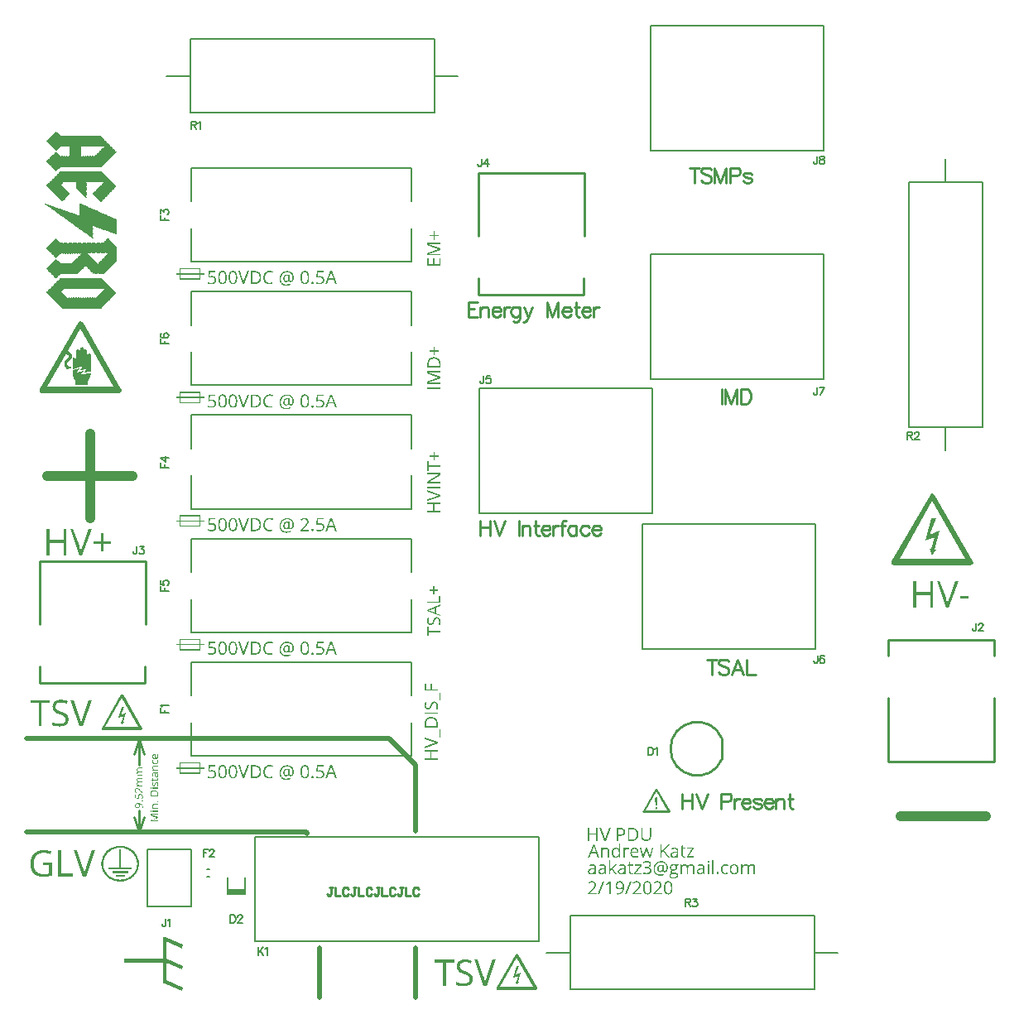
<source format=gto>
G04*
G04 #@! TF.GenerationSoftware,Altium Limited,Altium Designer,20.0.13 (296)*
G04*
G04 Layer_Color=65535*
%FSLAX25Y25*%
%MOIN*%
G70*
G01*
G75*
%ADD10C,0.01000*%
%ADD11C,0.02000*%
%ADD12C,0.00787*%
%ADD13C,0.04000*%
%ADD14C,0.00600*%
%ADD15R,0.07087X0.02000*%
G36*
X11851Y348547D02*
X11952D01*
Y348445D01*
X12053D01*
Y348344D01*
X12154D01*
Y348243D01*
X12256D01*
Y348142D01*
X12357D01*
Y348041D01*
X12458D01*
Y347940D01*
X12559D01*
Y347838D01*
X12660D01*
Y347737D01*
X12761D01*
Y347636D01*
X12862D01*
Y347535D01*
X12964D01*
Y347434D01*
X13065D01*
Y347333D01*
X13166D01*
Y347232D01*
X13267D01*
Y347130D01*
X13368D01*
Y347029D01*
X13469D01*
Y346928D01*
X13570D01*
Y346827D01*
X13671D01*
Y346928D01*
X13773D01*
Y346827D01*
X14076D01*
Y346928D01*
X14177D01*
Y346827D01*
X14481D01*
Y346928D01*
X14582D01*
Y346827D01*
X14885D01*
Y346928D01*
X14986D01*
Y346827D01*
X15290D01*
Y346928D01*
X15391D01*
Y346827D01*
X15695D01*
Y346928D01*
X15796D01*
Y346827D01*
X16099D01*
Y346928D01*
X16200D01*
Y346827D01*
X16504D01*
Y346928D01*
X16605D01*
Y346827D01*
X16908D01*
Y346928D01*
X17009D01*
Y346827D01*
X17313D01*
Y346928D01*
X17414D01*
Y346827D01*
X17717D01*
Y346928D01*
X17819D01*
Y346827D01*
X18122D01*
Y346928D01*
X18223D01*
Y346827D01*
X18527D01*
Y346928D01*
X18628D01*
Y346827D01*
X18931D01*
Y346928D01*
X19032D01*
Y346827D01*
X19336D01*
Y346928D01*
X19437D01*
Y346827D01*
X19740D01*
Y346928D01*
X19841D01*
Y346827D01*
X20145D01*
Y346928D01*
X20246D01*
Y346827D01*
X20549D01*
Y346928D01*
X20651D01*
Y346827D01*
X20954D01*
Y346928D01*
X21055D01*
Y346827D01*
X21359D01*
Y346928D01*
X21460D01*
Y346827D01*
X21763D01*
Y346928D01*
X21864D01*
Y346827D01*
X22168D01*
Y346928D01*
X22269D01*
Y346827D01*
X22572D01*
Y346928D01*
X22674D01*
Y346827D01*
X22977D01*
Y346928D01*
X23078D01*
Y346827D01*
X23382D01*
Y346928D01*
X23483D01*
Y346827D01*
X23786D01*
Y346928D01*
X23887D01*
Y346827D01*
X24191D01*
Y346928D01*
X24292D01*
Y346827D01*
X24595D01*
Y346928D01*
X24697D01*
Y346827D01*
X25000D01*
Y346928D01*
X25101D01*
Y346827D01*
X25405D01*
Y346928D01*
X25506D01*
Y346827D01*
X25809D01*
Y346928D01*
X25910D01*
Y346827D01*
X26214D01*
Y346928D01*
X26315D01*
Y346827D01*
X26618D01*
Y346928D01*
X26719D01*
Y346827D01*
X27023D01*
Y346928D01*
X27124D01*
Y346827D01*
X27428D01*
Y346928D01*
X27529D01*
Y346827D01*
X27832D01*
Y346928D01*
X27933D01*
Y346827D01*
X28237D01*
Y346928D01*
X28338D01*
Y346827D01*
X28641D01*
Y346928D01*
X28742D01*
Y346827D01*
X29046D01*
Y346928D01*
X29147D01*
Y346827D01*
X29451D01*
Y346928D01*
X29552D01*
Y346827D01*
X29653D01*
Y346726D01*
X29754D01*
Y346625D01*
X29855D01*
Y346523D01*
X29956D01*
Y346422D01*
X30057D01*
Y346321D01*
X30158D01*
Y346220D01*
X30260D01*
Y346119D01*
X30361D01*
Y346018D01*
X30462D01*
Y345917D01*
X30563D01*
Y345815D01*
X30664D01*
Y345714D01*
X30765D01*
Y345613D01*
X30867D01*
Y345512D01*
X30968D01*
Y345411D01*
X31069D01*
Y345310D01*
X31170D01*
Y345209D01*
X31271D01*
Y345108D01*
X31372D01*
Y345006D01*
X31473D01*
Y344905D01*
X31575D01*
Y344804D01*
X31676D01*
Y344703D01*
X31777D01*
Y344602D01*
X31878D01*
Y344501D01*
X31979D01*
Y344399D01*
X32080D01*
Y344298D01*
X32182D01*
Y344197D01*
X32283D01*
Y344096D01*
X32384D01*
Y343995D01*
X32485D01*
Y343894D01*
X32586D01*
Y343793D01*
X32687D01*
Y343691D01*
X32788D01*
Y343590D01*
X32890D01*
Y343489D01*
X32991D01*
Y343388D01*
X33092D01*
Y343287D01*
X33193D01*
Y343186D01*
X33294D01*
Y343085D01*
X33395D01*
Y342983D01*
X33496D01*
Y342882D01*
X33597D01*
Y342781D01*
X33699D01*
Y342680D01*
X33800D01*
Y342579D01*
X33901D01*
Y342478D01*
X34002D01*
Y342376D01*
X34103D01*
Y342275D01*
X34204D01*
Y342174D01*
X34306D01*
Y342073D01*
X34407D01*
Y341972D01*
X34508D01*
Y341871D01*
X34609D01*
Y341770D01*
X34710D01*
Y341669D01*
X34811D01*
Y341567D01*
X34912D01*
Y341466D01*
X35014D01*
Y341365D01*
X35115D01*
Y341264D01*
X35216D01*
Y341163D01*
X35317D01*
Y341062D01*
X35418D01*
Y340960D01*
X35519D01*
Y340859D01*
X35620D01*
Y340758D01*
X35722D01*
Y340657D01*
X35823D01*
Y340556D01*
X35924D01*
Y340455D01*
X36025D01*
Y340353D01*
X36126D01*
Y340252D01*
X36025D01*
Y340151D01*
X35924D01*
Y340050D01*
X35823D01*
Y339949D01*
X35722D01*
Y339848D01*
X35620D01*
Y339747D01*
X35519D01*
Y339646D01*
X35418D01*
Y339544D01*
X35317D01*
Y339443D01*
X35216D01*
Y339342D01*
X35115D01*
Y339241D01*
X35014D01*
Y339140D01*
X34912D01*
Y339039D01*
X34811D01*
Y338937D01*
X34710D01*
Y338836D01*
X34609D01*
Y338937D01*
X34508D01*
Y338836D01*
X34609D01*
Y338735D01*
X34508D01*
Y338634D01*
X34407D01*
Y338533D01*
X34306D01*
Y338432D01*
X34204D01*
Y338331D01*
X34103D01*
Y338229D01*
X34002D01*
Y338128D01*
X33901D01*
Y338027D01*
X33800D01*
Y338128D01*
X33699D01*
Y338027D01*
X33800D01*
Y337926D01*
X33699D01*
Y337825D01*
X33597D01*
Y337724D01*
X33496D01*
Y337623D01*
X33395D01*
Y337521D01*
X33294D01*
Y337420D01*
X33193D01*
Y337319D01*
X33092D01*
Y337218D01*
X32991D01*
Y337117D01*
X32890D01*
Y337016D01*
X32788D01*
Y336914D01*
X32687D01*
Y336813D01*
X32586D01*
Y336712D01*
X32485D01*
Y336611D01*
X32384D01*
Y336510D01*
X32283D01*
Y336409D01*
X32182D01*
Y336510D01*
X32080D01*
Y336409D01*
X32182D01*
Y336308D01*
X32080D01*
Y336207D01*
X31979D01*
Y336105D01*
X31878D01*
Y336004D01*
X31777D01*
Y335903D01*
X31676D01*
Y335802D01*
X31575D01*
Y335701D01*
X31473D01*
Y335600D01*
X31372D01*
Y335701D01*
X31271D01*
Y335600D01*
X31372D01*
Y335498D01*
X31271D01*
Y335397D01*
X31170D01*
Y335296D01*
X31069D01*
Y335195D01*
X30968D01*
Y335094D01*
X30867D01*
Y334993D01*
X30765D01*
Y334892D01*
X30664D01*
Y334790D01*
X30563D01*
Y334689D01*
X30462D01*
Y334588D01*
X30361D01*
Y334487D01*
X30260D01*
Y334386D01*
X30158D01*
Y334285D01*
X30057D01*
Y334184D01*
X29956D01*
Y334285D01*
X29855D01*
Y334184D01*
X29754D01*
Y334285D01*
X29653D01*
Y334184D01*
X29552D01*
Y334285D01*
X29451D01*
Y334184D01*
X29349D01*
Y334285D01*
X29248D01*
Y334184D01*
X29147D01*
Y334285D01*
X29046D01*
Y334184D01*
X28945D01*
Y334285D01*
X28844D01*
Y334184D01*
X28742D01*
Y334285D01*
X28641D01*
Y334184D01*
X28540D01*
Y334285D01*
X28439D01*
Y334184D01*
X28338D01*
Y334285D01*
X28237D01*
Y334184D01*
X28136D01*
Y334285D01*
X28034D01*
Y334184D01*
X27933D01*
Y334285D01*
X27832D01*
Y334184D01*
X27731D01*
Y334285D01*
X27630D01*
Y334184D01*
X27529D01*
Y334285D01*
X27428D01*
Y334184D01*
X27326D01*
Y334285D01*
X27225D01*
Y334184D01*
X27124D01*
Y334285D01*
X27023D01*
Y334184D01*
X26922D01*
Y334285D01*
X26821D01*
Y334184D01*
X26719D01*
Y334285D01*
X26618D01*
Y334184D01*
X26517D01*
Y334285D01*
X26416D01*
Y334184D01*
X26315D01*
Y334285D01*
X26214D01*
Y334184D01*
X26113D01*
Y334285D01*
X26011D01*
Y334184D01*
X25910D01*
Y334285D01*
X25809D01*
Y334184D01*
X25708D01*
Y334285D01*
X25607D01*
Y334184D01*
X25506D01*
Y334285D01*
X25405D01*
Y334184D01*
X25303D01*
Y334285D01*
X25202D01*
Y334184D01*
X25101D01*
Y334285D01*
X25000D01*
Y334184D01*
X24899D01*
Y334285D01*
X24798D01*
Y334184D01*
X24697D01*
Y334285D01*
X24595D01*
Y334184D01*
X24494D01*
Y334285D01*
X24393D01*
Y334184D01*
X24292D01*
Y334285D01*
X24191D01*
Y334184D01*
X24090D01*
Y334285D01*
X23989D01*
Y334184D01*
X23887D01*
Y334285D01*
X23786D01*
Y334184D01*
X23685D01*
Y334285D01*
X23584D01*
Y334184D01*
X23483D01*
Y334285D01*
X23382D01*
Y334184D01*
X23280D01*
Y334285D01*
X23179D01*
Y334184D01*
X23078D01*
Y334285D01*
X22977D01*
Y334184D01*
X22876D01*
Y334285D01*
X22775D01*
Y334184D01*
X22674D01*
Y334285D01*
X22572D01*
Y334184D01*
X22471D01*
Y334285D01*
X22370D01*
Y334184D01*
X22269D01*
Y334285D01*
X22168D01*
Y334184D01*
X22067D01*
Y334285D01*
X21966D01*
Y334184D01*
X21864D01*
Y334285D01*
X21763D01*
Y334184D01*
X21662D01*
Y334285D01*
X21561D01*
Y334184D01*
X21460D01*
Y334285D01*
X21359D01*
Y334184D01*
X21258D01*
Y334285D01*
X21156D01*
Y334184D01*
X21055D01*
Y334285D01*
X20954D01*
Y334184D01*
X20853D01*
Y334285D01*
X20752D01*
Y334184D01*
X20651D01*
Y334285D01*
X20549D01*
Y334184D01*
X20448D01*
Y334285D01*
X20347D01*
Y334184D01*
X20246D01*
Y334285D01*
X20145D01*
Y334184D01*
X20044D01*
Y334285D01*
X19943D01*
Y334184D01*
X19841D01*
Y334285D01*
X19740D01*
Y334184D01*
X19639D01*
Y334285D01*
X19538D01*
Y334184D01*
X19437D01*
Y334285D01*
X19336D01*
Y334184D01*
X19235D01*
Y334285D01*
X19133D01*
Y334184D01*
X19032D01*
Y334285D01*
X18931D01*
Y334184D01*
X18830D01*
Y334285D01*
X18729D01*
Y334184D01*
X18628D01*
Y334285D01*
X18527D01*
Y334184D01*
X18425D01*
Y334285D01*
X18324D01*
Y334184D01*
X18223D01*
Y334285D01*
X18122D01*
Y334184D01*
X18021D01*
Y334285D01*
X17920D01*
Y334184D01*
X17819D01*
Y334285D01*
X17717D01*
Y334184D01*
X17616D01*
Y334285D01*
X17515D01*
Y334184D01*
X17414D01*
Y334285D01*
X17313D01*
Y334184D01*
X17212D01*
Y334285D01*
X17110D01*
Y334184D01*
X17009D01*
Y334285D01*
X16908D01*
Y334184D01*
X16807D01*
Y334285D01*
X16706D01*
Y334184D01*
X16605D01*
Y334285D01*
X16504D01*
Y334184D01*
X16402D01*
Y334285D01*
X16301D01*
Y334184D01*
X16200D01*
Y334285D01*
X16099D01*
Y334184D01*
X15998D01*
Y334285D01*
X15897D01*
Y334184D01*
X15796D01*
Y334285D01*
X15695D01*
Y334184D01*
X15593D01*
Y334285D01*
X15492D01*
Y334184D01*
X15391D01*
Y334285D01*
X15290D01*
Y334184D01*
X15189D01*
Y334285D01*
X15088D01*
Y334184D01*
X14986D01*
Y334285D01*
X14885D01*
Y334184D01*
X14784D01*
Y334285D01*
X14683D01*
Y334184D01*
X14582D01*
Y334285D01*
X14481D01*
Y334184D01*
X14379D01*
Y334285D01*
X14278D01*
Y334184D01*
X14177D01*
Y334285D01*
X14076D01*
Y334184D01*
X13975D01*
Y334285D01*
X13874D01*
Y334184D01*
X13773D01*
Y334285D01*
X13671D01*
Y334184D01*
X13469D01*
Y333981D01*
X13267D01*
Y333779D01*
X13166D01*
Y333880D01*
X13065D01*
Y333577D01*
X12964D01*
Y333678D01*
X12862D01*
Y333374D01*
X12761D01*
Y333475D01*
X12660D01*
Y333374D01*
X12559D01*
Y333273D01*
X12458D01*
Y333172D01*
X12357D01*
Y333071D01*
X12256D01*
Y332970D01*
X12154D01*
Y332869D01*
X12053D01*
Y332768D01*
X11952D01*
Y332666D01*
X11851D01*
Y332565D01*
X11750D01*
Y332666D01*
X11649D01*
Y332768D01*
X11547D01*
Y332869D01*
X11446D01*
Y332970D01*
X11345D01*
Y333071D01*
X11244D01*
Y333172D01*
X11143D01*
Y333273D01*
X11042D01*
Y333374D01*
X10941D01*
Y333475D01*
X10839D01*
Y333577D01*
X10738D01*
Y333678D01*
X10637D01*
Y333779D01*
X10536D01*
Y333880D01*
X10435D01*
Y333981D01*
X10334D01*
Y334082D01*
X10232D01*
Y334184D01*
X10131D01*
Y334285D01*
X10030D01*
Y334386D01*
X9929D01*
Y334487D01*
X9828D01*
Y334588D01*
X9727D01*
Y334689D01*
X9626D01*
Y334790D01*
X9525D01*
Y334892D01*
X9423D01*
Y334993D01*
X9322D01*
Y335094D01*
X9221D01*
Y335195D01*
X9120D01*
Y335296D01*
X9019D01*
Y335397D01*
X8918D01*
Y335498D01*
X8816D01*
Y335600D01*
X8715D01*
Y335701D01*
X8614D01*
Y335802D01*
X8513D01*
Y335903D01*
X8412D01*
Y336004D01*
X8311D01*
Y336105D01*
X8210D01*
Y336207D01*
X8108D01*
Y336308D01*
X8007D01*
Y336409D01*
X7906D01*
Y336510D01*
X7805D01*
Y336611D01*
X7906D01*
Y336712D01*
X8007D01*
Y336813D01*
X8108D01*
Y336914D01*
X8210D01*
Y337016D01*
X8311D01*
Y337117D01*
X8412D01*
Y337218D01*
X8513D01*
Y337319D01*
X8614D01*
Y337218D01*
X8715D01*
Y337319D01*
X8614D01*
Y337420D01*
X8715D01*
Y337521D01*
X8816D01*
Y337623D01*
X8918D01*
Y337724D01*
X9019D01*
Y337623D01*
X9120D01*
Y337724D01*
X9019D01*
Y337825D01*
X9120D01*
Y337926D01*
X9221D01*
Y338027D01*
X9322D01*
Y338128D01*
X9423D01*
Y338027D01*
X9525D01*
Y338128D01*
X9423D01*
Y338229D01*
X9525D01*
Y338331D01*
X9626D01*
Y338432D01*
X9727D01*
Y338533D01*
X9828D01*
Y338432D01*
X9929D01*
Y338533D01*
X9828D01*
Y338634D01*
X9929D01*
Y338735D01*
X10030D01*
Y338836D01*
X10131D01*
Y338937D01*
X10232D01*
Y338836D01*
X10334D01*
Y339140D01*
X10435D01*
Y339039D01*
X10536D01*
Y339342D01*
X10637D01*
Y339241D01*
X10738D01*
Y339544D01*
X10839D01*
Y339443D01*
X10941D01*
Y339747D01*
X11042D01*
Y339646D01*
X11143D01*
Y339949D01*
X11244D01*
Y339848D01*
X11345D01*
Y340151D01*
X11446D01*
Y340050D01*
X11547D01*
Y340353D01*
X11649D01*
Y340252D01*
X11750D01*
Y340556D01*
X11851D01*
Y340252D01*
X11952D01*
Y340353D01*
X12053D01*
Y340151D01*
X12256D01*
Y339848D01*
X12357D01*
Y339949D01*
X12458D01*
Y339747D01*
X12660D01*
Y339443D01*
X12761D01*
Y339544D01*
X12862D01*
Y339342D01*
X13065D01*
Y339140D01*
X13267D01*
Y338937D01*
X13469D01*
Y338735D01*
X13671D01*
Y338634D01*
X13773D01*
Y338735D01*
X13874D01*
Y338634D01*
X13975D01*
Y338735D01*
X14076D01*
Y338634D01*
X14177D01*
Y338735D01*
X14278D01*
Y338634D01*
X14379D01*
Y338735D01*
X14481D01*
Y338634D01*
X14582D01*
Y338735D01*
X14683D01*
Y338634D01*
X14784D01*
Y338735D01*
X14885D01*
Y338634D01*
X14986D01*
Y338735D01*
X15088D01*
Y338634D01*
X15189D01*
Y338735D01*
X15290D01*
Y338634D01*
X15391D01*
Y338735D01*
X15492D01*
Y338634D01*
X15593D01*
Y338735D01*
X15695D01*
Y338634D01*
X15796D01*
Y338735D01*
X15897D01*
Y338634D01*
X15998D01*
Y338735D01*
X16099D01*
Y338634D01*
X16200D01*
Y338735D01*
X16301D01*
Y338634D01*
X16402D01*
Y338735D01*
X16504D01*
Y338634D01*
X16605D01*
Y338735D01*
X16706D01*
Y338634D01*
X16807D01*
Y338735D01*
X16908D01*
Y338634D01*
X17009D01*
Y338735D01*
X17110D01*
Y338634D01*
X17212D01*
Y342376D01*
X17110D01*
Y342478D01*
X17009D01*
Y342376D01*
X16908D01*
Y342478D01*
X16605D01*
Y342376D01*
X16504D01*
Y342478D01*
X16200D01*
Y342376D01*
X16099D01*
Y342478D01*
X15796D01*
Y342376D01*
X15695D01*
Y342478D01*
X15391D01*
Y342376D01*
X15290D01*
Y342478D01*
X14986D01*
Y342376D01*
X14885D01*
Y342478D01*
X14582D01*
Y342376D01*
X14481D01*
Y342478D01*
X14177D01*
Y342376D01*
X14076D01*
Y342478D01*
X13773D01*
Y342376D01*
X13671D01*
Y342478D01*
X13570D01*
Y342376D01*
X13469D01*
Y342275D01*
X13368D01*
Y342174D01*
X13267D01*
Y342073D01*
X13166D01*
Y341972D01*
X13065D01*
Y341871D01*
X12964D01*
Y341770D01*
X12862D01*
Y341669D01*
X12761D01*
Y341567D01*
X12660D01*
Y341466D01*
X12559D01*
Y341365D01*
X12458D01*
Y341264D01*
X12357D01*
Y341163D01*
X12256D01*
Y341062D01*
X12154D01*
Y340960D01*
X12053D01*
Y340859D01*
X11952D01*
Y340758D01*
X11851D01*
Y340657D01*
X11750D01*
Y340758D01*
X11649D01*
Y340859D01*
X11547D01*
Y340960D01*
X11446D01*
Y341062D01*
X11345D01*
Y341163D01*
X11244D01*
Y341264D01*
X11143D01*
Y341365D01*
X11042D01*
Y341466D01*
X10941D01*
Y341567D01*
X10839D01*
Y341669D01*
X10738D01*
Y341770D01*
X10637D01*
Y341871D01*
X10536D01*
Y341972D01*
X10435D01*
Y342073D01*
X10334D01*
Y342174D01*
X10232D01*
Y342275D01*
X10131D01*
Y342376D01*
X10030D01*
Y342478D01*
X9929D01*
Y342579D01*
X9828D01*
Y342680D01*
X9727D01*
Y342781D01*
X9626D01*
Y342882D01*
X9525D01*
Y342983D01*
X9423D01*
Y343085D01*
X9322D01*
Y343186D01*
X9221D01*
Y343287D01*
X9120D01*
Y343388D01*
X9019D01*
Y343489D01*
X8918D01*
Y343590D01*
X8816D01*
Y343691D01*
X8715D01*
Y343793D01*
X8614D01*
Y343894D01*
X8513D01*
Y343995D01*
X8412D01*
Y344096D01*
X8311D01*
Y344197D01*
X8210D01*
Y344298D01*
X8108D01*
Y344399D01*
X8007D01*
Y344501D01*
X7906D01*
Y344602D01*
X7805D01*
Y344703D01*
X7906D01*
Y344804D01*
X8007D01*
Y344905D01*
X8108D01*
Y345006D01*
X8210D01*
Y345108D01*
X8311D01*
Y345209D01*
X8412D01*
Y345310D01*
X8513D01*
Y345411D01*
X8614D01*
Y345512D01*
X8715D01*
Y345613D01*
X8816D01*
Y345714D01*
X8918D01*
Y345815D01*
X9019D01*
Y345917D01*
X9120D01*
Y346018D01*
X9221D01*
Y346119D01*
X9322D01*
Y346220D01*
X9423D01*
Y346321D01*
X9525D01*
Y346422D01*
X9626D01*
Y346523D01*
X9727D01*
Y346625D01*
X9828D01*
Y346726D01*
X9929D01*
Y346827D01*
X10030D01*
Y346928D01*
X10131D01*
Y347029D01*
X10232D01*
Y347130D01*
X10334D01*
Y347232D01*
X10435D01*
Y347333D01*
X10536D01*
Y347434D01*
X10637D01*
Y347535D01*
X10738D01*
Y347636D01*
X10839D01*
Y347737D01*
X10941D01*
Y347838D01*
X11042D01*
Y347940D01*
X11143D01*
Y348041D01*
X11244D01*
Y348142D01*
X11345D01*
Y348243D01*
X11446D01*
Y348344D01*
X11547D01*
Y348445D01*
X11649D01*
Y348547D01*
X11750D01*
Y348648D01*
X11851D01*
Y348547D01*
D02*
G37*
G36*
X29956Y332464D02*
X30057D01*
Y332363D01*
X30158D01*
Y332262D01*
X30260D01*
Y332161D01*
X30462D01*
Y331958D01*
X30563D01*
Y331857D01*
X30664D01*
Y331756D01*
X30867D01*
Y331554D01*
X30968D01*
Y331453D01*
X31069D01*
Y331351D01*
X31271D01*
Y331149D01*
X31372D01*
Y331048D01*
X31473D01*
Y330947D01*
X31676D01*
Y330745D01*
X31777D01*
Y330643D01*
X31878D01*
Y330542D01*
X32080D01*
Y330340D01*
X32182D01*
Y330239D01*
X32283D01*
Y330138D01*
X32485D01*
Y329935D01*
X32586D01*
Y329834D01*
X32687D01*
Y329733D01*
X32890D01*
Y329531D01*
X32991D01*
Y329430D01*
X33092D01*
Y329328D01*
X33294D01*
Y329126D01*
X33395D01*
Y329025D01*
X33496D01*
Y328924D01*
X33699D01*
Y328722D01*
X33800D01*
Y328621D01*
X33901D01*
Y328519D01*
X34103D01*
Y328317D01*
X34204D01*
Y328216D01*
X34306D01*
Y328115D01*
X34508D01*
Y327912D01*
X34609D01*
Y327811D01*
X34710D01*
Y327710D01*
X34912D01*
Y327508D01*
X35014D01*
Y327407D01*
X35115D01*
Y327306D01*
X35317D01*
Y327103D01*
X35418D01*
Y327002D01*
X35519D01*
Y326901D01*
X35722D01*
Y326699D01*
X35823D01*
Y326597D01*
X35924D01*
Y326496D01*
X36025D01*
Y326395D01*
X35924D01*
Y326092D01*
X35823D01*
Y326193D01*
X35722D01*
Y325889D01*
X35620D01*
Y325991D01*
X35519D01*
Y325687D01*
X35418D01*
Y325788D01*
X35317D01*
Y325485D01*
X35216D01*
Y325586D01*
X35115D01*
Y325283D01*
X35014D01*
Y325384D01*
X34912D01*
Y325080D01*
X34811D01*
Y325182D01*
X34710D01*
Y324878D01*
X34609D01*
Y324979D01*
X34508D01*
Y324676D01*
X34407D01*
Y324777D01*
X34306D01*
Y324473D01*
X34204D01*
Y324575D01*
X34103D01*
Y324271D01*
X34002D01*
Y324372D01*
X33901D01*
Y324069D01*
X33800D01*
Y324170D01*
X33699D01*
Y323867D01*
X33597D01*
Y323968D01*
X33496D01*
Y323664D01*
X33395D01*
Y323765D01*
X33294D01*
Y323462D01*
X33193D01*
Y323563D01*
X33092D01*
Y323260D01*
X32991D01*
Y323361D01*
X32890D01*
Y323057D01*
X32788D01*
Y323159D01*
X32687D01*
Y322855D01*
X32586D01*
Y322956D01*
X32485D01*
Y322653D01*
X32384D01*
Y322754D01*
X32283D01*
Y322450D01*
X32182D01*
Y322552D01*
X32080D01*
Y322248D01*
X31979D01*
Y322349D01*
X31878D01*
Y322046D01*
X31777D01*
Y322147D01*
X31676D01*
Y321844D01*
X31575D01*
Y321945D01*
X31473D01*
Y321641D01*
X31372D01*
Y321743D01*
X31271D01*
Y321439D01*
X31170D01*
Y321540D01*
X31069D01*
Y321237D01*
X30968D01*
Y321338D01*
X30867D01*
Y321034D01*
X30765D01*
Y321136D01*
X30664D01*
Y320832D01*
X30563D01*
Y320933D01*
X30462D01*
Y320630D01*
X30361D01*
Y320731D01*
X30260D01*
Y320427D01*
X30158D01*
Y320529D01*
X30057D01*
Y320225D01*
X29956D01*
Y320326D01*
X29855D01*
Y320023D01*
X29754D01*
Y320124D01*
X29653D01*
Y320225D01*
X29552D01*
Y320326D01*
X29451D01*
Y320427D01*
X29349D01*
Y320529D01*
X29248D01*
Y320630D01*
X29147D01*
Y320731D01*
X29046D01*
Y320832D01*
X28945D01*
Y320933D01*
X28844D01*
Y321034D01*
X28742D01*
Y321136D01*
X28641D01*
Y321237D01*
X28540D01*
Y321338D01*
X28439D01*
Y321439D01*
X28338D01*
Y321540D01*
X28237D01*
Y321641D01*
X28136D01*
Y321743D01*
X28034D01*
Y321844D01*
X27933D01*
Y321945D01*
X27832D01*
Y322046D01*
X27731D01*
Y322147D01*
X27630D01*
Y322248D01*
X27529D01*
Y322349D01*
X27428D01*
Y322450D01*
X27326D01*
Y322552D01*
X27225D01*
Y322653D01*
X27124D01*
Y322754D01*
X27023D01*
Y322855D01*
X26922D01*
Y322956D01*
X26821D01*
Y323057D01*
X26719D01*
Y323159D01*
X26618D01*
Y323260D01*
X26517D01*
Y323361D01*
X26416D01*
Y323462D01*
X26517D01*
Y323563D01*
X26618D01*
Y323664D01*
X26719D01*
Y323765D01*
X26821D01*
Y323867D01*
X26922D01*
Y323968D01*
X27023D01*
Y324069D01*
X27124D01*
Y324170D01*
X27225D01*
Y324271D01*
X27326D01*
Y324372D01*
X27428D01*
Y324473D01*
X27529D01*
Y324575D01*
X27630D01*
Y324676D01*
X27731D01*
Y324777D01*
X27832D01*
Y324878D01*
X27933D01*
Y324979D01*
X28034D01*
Y325080D01*
X28136D01*
Y325182D01*
X28237D01*
Y325283D01*
X28338D01*
Y325384D01*
X28439D01*
Y325485D01*
X28540D01*
Y325586D01*
X28641D01*
Y325687D01*
X28742D01*
Y325788D01*
X28844D01*
Y325889D01*
X28945D01*
Y325991D01*
X29046D01*
Y326092D01*
X29147D01*
Y326193D01*
X29248D01*
Y326294D01*
X29349D01*
Y326395D01*
X29451D01*
Y326496D01*
X29552D01*
Y326597D01*
X29653D01*
Y326699D01*
X29754D01*
Y326800D01*
X29855D01*
Y326901D01*
X29956D01*
Y327002D01*
X30057D01*
Y327103D01*
X30158D01*
Y327204D01*
X30260D01*
Y327306D01*
X30361D01*
Y327407D01*
X30462D01*
Y327508D01*
X30563D01*
Y327609D01*
X30664D01*
Y327710D01*
X30765D01*
Y327811D01*
X30867D01*
Y327912D01*
X30968D01*
Y328014D01*
X31069D01*
Y328115D01*
X30968D01*
Y328216D01*
X30867D01*
Y328115D01*
X30765D01*
Y328216D01*
X30664D01*
Y328115D01*
X30563D01*
Y328216D01*
X30462D01*
Y328115D01*
X30361D01*
Y328216D01*
X30260D01*
Y328115D01*
X30158D01*
Y328216D01*
X30057D01*
Y328115D01*
X29956D01*
Y328216D01*
X29855D01*
Y328115D01*
X29754D01*
Y328216D01*
X29653D01*
Y328115D01*
X29552D01*
Y328216D01*
X29451D01*
Y328115D01*
X29349D01*
Y328216D01*
X29248D01*
Y328115D01*
X29147D01*
Y328216D01*
X29046D01*
Y328115D01*
X28945D01*
Y328216D01*
X28844D01*
Y328115D01*
X28742D01*
Y328216D01*
X28641D01*
Y328115D01*
X28540D01*
Y328216D01*
X28439D01*
Y328115D01*
X28338D01*
Y328216D01*
X28237D01*
Y328115D01*
X28136D01*
Y328216D01*
X28034D01*
Y328115D01*
X27933D01*
Y328216D01*
X27832D01*
Y328115D01*
X27731D01*
Y328216D01*
X27630D01*
Y328115D01*
X27529D01*
Y328216D01*
X27428D01*
Y328115D01*
X27326D01*
Y328216D01*
X27225D01*
Y328115D01*
X27124D01*
Y328216D01*
X27023D01*
Y328115D01*
X26922D01*
Y328216D01*
X26821D01*
Y328115D01*
X26719D01*
Y328216D01*
X26618D01*
Y328115D01*
X26517D01*
Y328216D01*
X26416D01*
Y328115D01*
X26315D01*
Y328216D01*
X26214D01*
Y328115D01*
X26113D01*
Y328216D01*
X26011D01*
Y328115D01*
X25910D01*
Y328216D01*
X25809D01*
Y328115D01*
X25708D01*
Y328216D01*
X25607D01*
Y328115D01*
X25506D01*
Y328216D01*
X25405D01*
Y328115D01*
X25303D01*
Y328216D01*
X25202D01*
Y328115D01*
X25101D01*
Y328216D01*
X25000D01*
Y328115D01*
X24899D01*
Y328216D01*
X24798D01*
Y328115D01*
X24697D01*
Y328216D01*
X24595D01*
Y328115D01*
X24494D01*
Y328216D01*
X24393D01*
Y328115D01*
X24292D01*
Y328216D01*
X24191D01*
Y328115D01*
X24090D01*
Y328014D01*
X23989D01*
Y327912D01*
X24090D01*
Y327811D01*
X24191D01*
Y327710D01*
X24090D01*
Y327609D01*
X23989D01*
Y327508D01*
X24090D01*
Y327407D01*
X24191D01*
Y327306D01*
X24090D01*
Y327204D01*
X23989D01*
Y327103D01*
X24090D01*
Y327002D01*
X24191D01*
Y326901D01*
X24090D01*
Y326800D01*
X23989D01*
Y326699D01*
X24090D01*
Y326597D01*
X24191D01*
Y326496D01*
X24090D01*
Y326395D01*
X23989D01*
Y326294D01*
X24090D01*
Y326193D01*
X24191D01*
Y326092D01*
X24090D01*
Y325991D01*
X23989D01*
Y325889D01*
X24090D01*
Y325788D01*
X24191D01*
Y325687D01*
X24090D01*
Y325586D01*
X23989D01*
Y325485D01*
X24090D01*
Y325384D01*
X24191D01*
Y325283D01*
X24090D01*
Y325182D01*
X23989D01*
Y325080D01*
X24090D01*
Y324979D01*
X24191D01*
Y324878D01*
X24090D01*
Y324777D01*
X23989D01*
Y324676D01*
X24090D01*
Y324575D01*
X24191D01*
Y324473D01*
X24090D01*
Y324372D01*
X23989D01*
Y324271D01*
X24090D01*
Y324170D01*
X24191D01*
Y324069D01*
X24090D01*
Y323968D01*
X23989D01*
Y323867D01*
X24090D01*
Y323765D01*
X24191D01*
Y323664D01*
X24090D01*
Y323563D01*
X23989D01*
Y323462D01*
X24090D01*
Y323361D01*
X24191D01*
Y323260D01*
X24090D01*
Y323159D01*
X23989D01*
Y323057D01*
X24090D01*
Y322956D01*
X24191D01*
Y322855D01*
X24090D01*
Y322754D01*
X23989D01*
Y322653D01*
X24090D01*
Y322552D01*
X24191D01*
Y322450D01*
X24090D01*
Y322349D01*
X23989D01*
Y322248D01*
X24090D01*
Y322147D01*
X24191D01*
Y322046D01*
X24090D01*
Y321945D01*
X23989D01*
Y321844D01*
X24090D01*
Y321743D01*
X23989D01*
Y321641D01*
X23887D01*
Y321743D01*
X23786D01*
Y321844D01*
X23685D01*
Y322046D01*
X23483D01*
Y322248D01*
X23280D01*
Y322450D01*
X23078D01*
Y322552D01*
X22977D01*
Y322653D01*
X22876D01*
Y322855D01*
X22674D01*
Y323057D01*
X22471D01*
Y323260D01*
X22269D01*
Y323361D01*
X22168D01*
Y323462D01*
X22067D01*
Y323563D01*
X21966D01*
Y323664D01*
X21864D01*
Y323765D01*
X21763D01*
Y323867D01*
X21662D01*
Y323968D01*
X21561D01*
Y324069D01*
X21460D01*
Y324170D01*
X21359D01*
Y324271D01*
X21258D01*
Y324372D01*
X21156D01*
Y324473D01*
X21055D01*
Y324575D01*
X20954D01*
Y324676D01*
X20853D01*
Y324777D01*
X20752D01*
Y324878D01*
X20651D01*
Y324979D01*
X20549D01*
Y325080D01*
X20448D01*
Y325182D01*
X20347D01*
Y325283D01*
X20246D01*
Y325384D01*
X20145D01*
Y325485D01*
X20044D01*
Y325586D01*
X19943D01*
Y325687D01*
X19841D01*
Y328216D01*
X19740D01*
Y328115D01*
X19639D01*
Y328216D01*
X19538D01*
Y328115D01*
X19437D01*
Y328216D01*
X19336D01*
Y328115D01*
X19235D01*
Y328216D01*
X19133D01*
Y328115D01*
X19032D01*
Y328216D01*
X18931D01*
Y328115D01*
X18830D01*
Y328216D01*
X18729D01*
Y328115D01*
X18628D01*
Y328216D01*
X18527D01*
Y328115D01*
X18425D01*
Y328216D01*
X18324D01*
Y328115D01*
X18223D01*
Y328216D01*
X18122D01*
Y328115D01*
X18021D01*
Y328216D01*
X17920D01*
Y328115D01*
X17819D01*
Y328216D01*
X17717D01*
Y328115D01*
X17616D01*
Y328216D01*
X17515D01*
Y328115D01*
X17414D01*
Y328216D01*
X17313D01*
Y328115D01*
X17212D01*
Y328216D01*
X17110D01*
Y328115D01*
X17009D01*
Y328216D01*
X16908D01*
Y328115D01*
X16807D01*
Y328216D01*
X16706D01*
Y328115D01*
X16605D01*
Y328216D01*
X16504D01*
Y328115D01*
X16402D01*
Y328216D01*
X16301D01*
Y328115D01*
X16200D01*
Y328216D01*
X16099D01*
Y328115D01*
X15998D01*
Y328216D01*
X15897D01*
Y328115D01*
X15796D01*
Y328216D01*
X15695D01*
Y328115D01*
X15593D01*
Y328216D01*
X15492D01*
Y328115D01*
X15391D01*
Y328216D01*
X15290D01*
Y328115D01*
X15189D01*
Y328216D01*
X15088D01*
Y328115D01*
X14986D01*
Y328216D01*
X14885D01*
Y328014D01*
X14683D01*
Y327710D01*
X14481D01*
Y327508D01*
X14379D01*
Y327609D01*
X14278D01*
Y327306D01*
X14076D01*
Y327103D01*
X13874D01*
Y326901D01*
X14076D01*
Y326699D01*
X14177D01*
Y326800D01*
X14278D01*
Y326496D01*
X14481D01*
Y326294D01*
X14582D01*
Y326395D01*
X14683D01*
Y326092D01*
X14885D01*
Y325889D01*
X14986D01*
Y325991D01*
X15088D01*
Y325687D01*
X15189D01*
Y325586D01*
X15290D01*
Y325485D01*
X15391D01*
Y325586D01*
X15492D01*
Y325283D01*
X15695D01*
Y325080D01*
X15796D01*
Y325182D01*
X15897D01*
Y324878D01*
X16099D01*
Y324676D01*
X16200D01*
Y324777D01*
X16301D01*
Y324473D01*
X16504D01*
Y324271D01*
X16605D01*
Y324372D01*
X16706D01*
Y324069D01*
X16807D01*
Y323968D01*
X16908D01*
Y323867D01*
X17009D01*
Y323968D01*
X17110D01*
Y323664D01*
X17313D01*
Y323462D01*
X17414D01*
Y323361D01*
X17313D01*
Y323260D01*
X17212D01*
Y323159D01*
X17110D01*
Y323057D01*
X17009D01*
Y322956D01*
X16908D01*
Y322855D01*
X16807D01*
Y322754D01*
X16706D01*
Y322653D01*
X16605D01*
Y322552D01*
X16504D01*
Y322450D01*
X16402D01*
Y322349D01*
X16301D01*
Y322248D01*
X16200D01*
Y322147D01*
X16099D01*
Y322046D01*
X15998D01*
Y321945D01*
X15897D01*
Y321844D01*
X15796D01*
Y321743D01*
X15695D01*
Y321641D01*
X15593D01*
Y321540D01*
X15492D01*
Y321439D01*
X15391D01*
Y321338D01*
X15290D01*
Y321237D01*
X15189D01*
Y321136D01*
X15088D01*
Y320933D01*
X14885D01*
Y320731D01*
X14683D01*
Y320529D01*
X14481D01*
Y320427D01*
X14379D01*
Y320326D01*
X14278D01*
Y320225D01*
X14177D01*
Y320427D01*
X13975D01*
Y320731D01*
X13874D01*
Y320630D01*
X13773D01*
Y320832D01*
X13570D01*
Y321136D01*
X13469D01*
Y321034D01*
X13368D01*
Y321237D01*
X13166D01*
Y321540D01*
X13065D01*
Y321439D01*
X12964D01*
Y321641D01*
X12761D01*
Y321945D01*
X12660D01*
Y321844D01*
X12559D01*
Y322046D01*
X12357D01*
Y322349D01*
X12256D01*
Y322248D01*
X12154D01*
Y322552D01*
X12053D01*
Y322450D01*
X11952D01*
Y322754D01*
X11851D01*
Y322653D01*
X11750D01*
Y322956D01*
X11649D01*
Y322855D01*
X11547D01*
Y323159D01*
X11446D01*
Y323057D01*
X11345D01*
Y323361D01*
X11244D01*
Y323260D01*
X11143D01*
Y323563D01*
X11042D01*
Y323462D01*
X10941D01*
Y323765D01*
X10839D01*
Y323664D01*
X10738D01*
Y323968D01*
X10637D01*
Y323867D01*
X10536D01*
Y324170D01*
X10435D01*
Y324271D01*
X10334D01*
Y324372D01*
X10232D01*
Y324271D01*
X10131D01*
Y324575D01*
X10030D01*
Y324473D01*
X9929D01*
Y324777D01*
X9828D01*
Y324676D01*
X9727D01*
Y324979D01*
X9626D01*
Y325080D01*
X9525D01*
Y325182D01*
X9423D01*
Y325080D01*
X9322D01*
Y325384D01*
X9221D01*
Y325283D01*
X9120D01*
Y325586D01*
X9019D01*
Y325485D01*
X8918D01*
Y325788D01*
X8816D01*
Y325889D01*
X8715D01*
Y325991D01*
X8614D01*
Y325889D01*
X8513D01*
Y326193D01*
X8412D01*
Y326294D01*
X8311D01*
Y326395D01*
X8210D01*
Y326496D01*
X8108D01*
Y326597D01*
X8007D01*
Y326699D01*
X7906D01*
Y326800D01*
X7805D01*
Y326901D01*
X7906D01*
Y327002D01*
X8007D01*
Y327103D01*
X8108D01*
Y327204D01*
X8210D01*
Y327103D01*
X8311D01*
Y327204D01*
X8210D01*
Y327306D01*
X8311D01*
Y327407D01*
X8412D01*
Y327508D01*
X8513D01*
Y327609D01*
X8614D01*
Y327508D01*
X8715D01*
Y327609D01*
X8614D01*
Y327710D01*
X8715D01*
Y327811D01*
X8816D01*
Y327912D01*
X8918D01*
Y328014D01*
X9019D01*
Y327912D01*
X9120D01*
Y328216D01*
X9221D01*
Y328115D01*
X9322D01*
Y328418D01*
X9423D01*
Y328317D01*
X9525D01*
Y328621D01*
X9626D01*
Y328519D01*
X9727D01*
Y328823D01*
X9828D01*
Y328722D01*
X9929D01*
Y329025D01*
X10030D01*
Y328924D01*
X10131D01*
Y329227D01*
X10232D01*
Y329126D01*
X10334D01*
Y329430D01*
X10435D01*
Y329328D01*
X10536D01*
Y329632D01*
X10637D01*
Y329531D01*
X10738D01*
Y329834D01*
X10839D01*
Y329733D01*
X10941D01*
Y330036D01*
X11042D01*
Y329935D01*
X11143D01*
Y330239D01*
X11244D01*
Y330138D01*
X11345D01*
Y330441D01*
X11446D01*
Y330340D01*
X11547D01*
Y330643D01*
X11649D01*
Y330542D01*
X11750D01*
Y330846D01*
X11851D01*
Y330745D01*
X11952D01*
Y331048D01*
X12053D01*
Y330947D01*
X12154D01*
Y331250D01*
X12256D01*
Y331149D01*
X12357D01*
Y331453D01*
X12458D01*
Y331351D01*
X12559D01*
Y331655D01*
X12660D01*
Y331554D01*
X12761D01*
Y331857D01*
X12862D01*
Y331756D01*
X12964D01*
Y332060D01*
X13065D01*
Y331958D01*
X13166D01*
Y332262D01*
X13267D01*
Y332161D01*
X13368D01*
Y332464D01*
X13469D01*
Y332363D01*
X13570D01*
Y332464D01*
X13671D01*
Y332565D01*
X13773D01*
Y332464D01*
X13874D01*
Y332565D01*
X13975D01*
Y332464D01*
X14076D01*
Y332565D01*
X14177D01*
Y332464D01*
X14278D01*
Y332565D01*
X14379D01*
Y332464D01*
X14481D01*
Y332565D01*
X14582D01*
Y332464D01*
X14683D01*
Y332565D01*
X14784D01*
Y332464D01*
X14885D01*
Y332565D01*
X14986D01*
Y332464D01*
X15088D01*
Y332565D01*
X15189D01*
Y332464D01*
X15290D01*
Y332565D01*
X15391D01*
Y332464D01*
X15492D01*
Y332565D01*
X15593D01*
Y332464D01*
X15695D01*
Y332565D01*
X15796D01*
Y332464D01*
X15897D01*
Y332565D01*
X15998D01*
Y332464D01*
X16099D01*
Y332565D01*
X16200D01*
Y332464D01*
X16301D01*
Y332565D01*
X16402D01*
Y332464D01*
X16504D01*
Y332565D01*
X16605D01*
Y332464D01*
X16706D01*
Y332565D01*
X16807D01*
Y332464D01*
X16908D01*
Y332565D01*
X17009D01*
Y332464D01*
X17110D01*
Y332565D01*
X17212D01*
Y332464D01*
X17313D01*
Y332565D01*
X17414D01*
Y332464D01*
X17515D01*
Y332565D01*
X17616D01*
Y332464D01*
X17717D01*
Y332565D01*
X17819D01*
Y332464D01*
X17920D01*
Y332565D01*
X18021D01*
Y332464D01*
X18122D01*
Y332565D01*
X18223D01*
Y332464D01*
X18324D01*
Y332565D01*
X18425D01*
Y332464D01*
X18527D01*
Y332565D01*
X18628D01*
Y332464D01*
X18729D01*
Y332565D01*
X18830D01*
Y332464D01*
X18931D01*
Y332565D01*
X19032D01*
Y332464D01*
X19133D01*
Y332565D01*
X19235D01*
Y332464D01*
X19336D01*
Y332565D01*
X19437D01*
Y332464D01*
X19538D01*
Y332565D01*
X19639D01*
Y332464D01*
X19740D01*
Y332565D01*
X19841D01*
Y332464D01*
X19943D01*
Y332565D01*
X20044D01*
Y332464D01*
X20145D01*
Y332565D01*
X20246D01*
Y332464D01*
X20347D01*
Y332565D01*
X20448D01*
Y332464D01*
X20549D01*
Y332565D01*
X20651D01*
Y332464D01*
X20752D01*
Y332565D01*
X20853D01*
Y332464D01*
X20954D01*
Y332565D01*
X21055D01*
Y332464D01*
X21156D01*
Y332565D01*
X21258D01*
Y332464D01*
X21359D01*
Y332565D01*
X21460D01*
Y332464D01*
X21561D01*
Y332565D01*
X21662D01*
Y332464D01*
X21763D01*
Y332565D01*
X21864D01*
Y332464D01*
X21966D01*
Y332565D01*
X22067D01*
Y332464D01*
X22168D01*
Y332565D01*
X22269D01*
Y332464D01*
X22370D01*
Y332565D01*
X22471D01*
Y332464D01*
X22572D01*
Y332565D01*
X22674D01*
Y332464D01*
X22775D01*
Y332565D01*
X22876D01*
Y332464D01*
X22977D01*
Y332565D01*
X23078D01*
Y332464D01*
X23179D01*
Y332565D01*
X23280D01*
Y332464D01*
X23382D01*
Y332565D01*
X23483D01*
Y332464D01*
X23584D01*
Y332565D01*
X23685D01*
Y332464D01*
X23786D01*
Y332565D01*
X23887D01*
Y332464D01*
X23989D01*
Y332565D01*
X24090D01*
Y332464D01*
X24191D01*
Y332565D01*
X24292D01*
Y332464D01*
X24393D01*
Y332565D01*
X24494D01*
Y332464D01*
X24595D01*
Y332565D01*
X24697D01*
Y332464D01*
X24798D01*
Y332565D01*
X24899D01*
Y332464D01*
X25000D01*
Y332565D01*
X25101D01*
Y332464D01*
X25202D01*
Y332565D01*
X25303D01*
Y332464D01*
X25405D01*
Y332565D01*
X25506D01*
Y332464D01*
X25607D01*
Y332565D01*
X25708D01*
Y332464D01*
X25809D01*
Y332565D01*
X25910D01*
Y332464D01*
X26011D01*
Y332565D01*
X26113D01*
Y332464D01*
X26214D01*
Y332565D01*
X26315D01*
Y332464D01*
X26416D01*
Y332565D01*
X26517D01*
Y332464D01*
X26618D01*
Y332565D01*
X26719D01*
Y332464D01*
X26821D01*
Y332565D01*
X26922D01*
Y332464D01*
X27023D01*
Y332565D01*
X27124D01*
Y332464D01*
X27225D01*
Y332565D01*
X27326D01*
Y332464D01*
X27428D01*
Y332565D01*
X27529D01*
Y332464D01*
X27630D01*
Y332565D01*
X27731D01*
Y332464D01*
X27832D01*
Y332565D01*
X27933D01*
Y332464D01*
X28034D01*
Y332565D01*
X28136D01*
Y332464D01*
X28237D01*
Y332565D01*
X28338D01*
Y332464D01*
X28439D01*
Y332565D01*
X28540D01*
Y332464D01*
X28641D01*
Y332565D01*
X28742D01*
Y332464D01*
X28844D01*
Y332565D01*
X28945D01*
Y332464D01*
X29046D01*
Y332565D01*
X29147D01*
Y332464D01*
X29248D01*
Y332565D01*
X29349D01*
Y332464D01*
X29451D01*
Y332565D01*
X29552D01*
Y332464D01*
X29653D01*
Y332565D01*
X29754D01*
Y332464D01*
X29855D01*
Y332565D01*
X29956D01*
Y332464D01*
D02*
G37*
G36*
X8210Y326294D02*
X8108D01*
Y326395D01*
X8210D01*
Y326294D01*
D02*
G37*
G36*
X9626Y324878D02*
X9525D01*
Y324979D01*
X9626D01*
Y324878D01*
D02*
G37*
G36*
X10435Y324069D02*
X10334D01*
Y324170D01*
X10435D01*
Y324069D01*
D02*
G37*
G36*
X17515Y323462D02*
X17414D01*
Y323563D01*
X17515D01*
Y323462D01*
D02*
G37*
G36*
X12660Y315370D02*
X12559D01*
Y315471D01*
X12660D01*
Y315370D01*
D02*
G37*
G36*
X21359Y319618D02*
X21662D01*
Y319517D01*
X21763D01*
Y319416D01*
X21864D01*
Y319517D01*
X21966D01*
Y319416D01*
X22067D01*
Y319315D01*
X22168D01*
Y319214D01*
X22269D01*
Y319315D01*
X22370D01*
Y319214D01*
X22471D01*
Y319113D01*
X22775D01*
Y319011D01*
X23078D01*
Y318910D01*
X23179D01*
Y318809D01*
X23280D01*
Y318910D01*
X23382D01*
Y318809D01*
X23483D01*
Y318708D01*
X23584D01*
Y318607D01*
X23685D01*
Y318708D01*
X23786D01*
Y318607D01*
X23887D01*
Y318506D01*
X24191D01*
Y318405D01*
X24393D01*
Y318303D01*
X24595D01*
Y318202D01*
X24697D01*
Y318303D01*
X24798D01*
Y318202D01*
X24899D01*
Y318101D01*
X25000D01*
Y318000D01*
X25101D01*
Y318101D01*
X25202D01*
Y318000D01*
X25303D01*
Y317899D01*
X25607D01*
Y317798D01*
X25708D01*
Y317697D01*
X25809D01*
Y317595D01*
X25910D01*
Y317697D01*
X26011D01*
Y317595D01*
X26214D01*
Y317494D01*
X26416D01*
Y317393D01*
X26719D01*
Y317292D01*
X26821D01*
Y317191D01*
X26922D01*
Y317292D01*
X27023D01*
Y317191D01*
X27124D01*
Y317090D01*
X27225D01*
Y316988D01*
X27326D01*
Y317090D01*
X27428D01*
Y316988D01*
X27630D01*
Y316887D01*
X27832D01*
Y316786D01*
X28136D01*
Y316685D01*
X28237D01*
Y316584D01*
X28338D01*
Y316685D01*
X28439D01*
Y316584D01*
X28540D01*
Y316483D01*
X28641D01*
Y316382D01*
X28742D01*
Y316483D01*
X28844D01*
Y316382D01*
X28945D01*
Y316281D01*
X29248D01*
Y316179D01*
X29552D01*
Y316078D01*
X29653D01*
Y315977D01*
X29956D01*
Y315876D01*
X30057D01*
Y315775D01*
X30158D01*
Y315876D01*
X30260D01*
Y315775D01*
X30361D01*
Y315674D01*
X30462D01*
Y315573D01*
X30563D01*
Y315674D01*
X30664D01*
Y315573D01*
X30765D01*
Y315471D01*
X31069D01*
Y315370D01*
X31170D01*
Y315471D01*
X31271D01*
Y315269D01*
X31473D01*
Y315168D01*
X31777D01*
Y315067D01*
X31878D01*
Y314966D01*
X31979D01*
Y315067D01*
X32080D01*
Y314966D01*
X32182D01*
Y314864D01*
X32283D01*
Y314763D01*
X32384D01*
Y314864D01*
X32485D01*
Y314763D01*
X32687D01*
Y314662D01*
X32890D01*
Y314561D01*
X33193D01*
Y314460D01*
X33294D01*
Y314359D01*
X33395D01*
Y314460D01*
X33496D01*
Y314359D01*
X33597D01*
Y314258D01*
X33699D01*
Y314156D01*
X33800D01*
Y314258D01*
X33901D01*
Y314156D01*
X34103D01*
Y314055D01*
X34306D01*
Y313954D01*
X34609D01*
Y313853D01*
X34710D01*
Y313752D01*
X34811D01*
Y313853D01*
X34912D01*
Y313752D01*
X35014D01*
Y313651D01*
X35115D01*
Y313549D01*
X35216D01*
Y313651D01*
X35317D01*
Y313549D01*
X35418D01*
Y313448D01*
X35722D01*
Y313347D01*
X35823D01*
Y313246D01*
X36126D01*
Y307076D01*
X36025D01*
Y307177D01*
X35924D01*
Y307076D01*
X35823D01*
Y307177D01*
X35722D01*
Y307278D01*
X35418D01*
Y307380D01*
X35317D01*
Y307278D01*
X35216D01*
Y307380D01*
X35115D01*
Y307481D01*
X35014D01*
Y307582D01*
X34912D01*
Y307481D01*
X34811D01*
Y307582D01*
X34508D01*
Y307683D01*
X34407D01*
Y307784D01*
X34306D01*
Y307683D01*
X34204D01*
Y307784D01*
X34103D01*
Y307885D01*
X33800D01*
Y307986D01*
X33699D01*
Y307885D01*
X33597D01*
Y307986D01*
X33496D01*
Y308088D01*
X33395D01*
Y308189D01*
X33294D01*
Y308088D01*
X33193D01*
Y308189D01*
X32890D01*
Y308290D01*
X32788D01*
Y308391D01*
X32687D01*
Y308290D01*
X32586D01*
Y308391D01*
X32283D01*
Y308492D01*
X32182D01*
Y308593D01*
X32080D01*
Y308492D01*
X31979D01*
Y308593D01*
X31777D01*
Y308695D01*
X31575D01*
Y308796D01*
X31473D01*
Y308695D01*
X31372D01*
Y308796D01*
X31271D01*
Y308897D01*
X30968D01*
Y308998D01*
X30867D01*
Y308897D01*
X30765D01*
Y308998D01*
X30664D01*
Y309099D01*
X30563D01*
Y309200D01*
X30462D01*
Y309099D01*
X30361D01*
Y309200D01*
X30260D01*
Y309301D01*
X29956D01*
Y309402D01*
X29855D01*
Y309301D01*
X29754D01*
Y309402D01*
X29653D01*
Y309504D01*
X29349D01*
Y309605D01*
X29046D01*
Y309706D01*
X28945D01*
Y309807D01*
X28844D01*
Y309706D01*
X28742D01*
Y309807D01*
X28439D01*
Y309908D01*
X28338D01*
Y310009D01*
X28237D01*
Y309908D01*
X28136D01*
Y310009D01*
X27832D01*
Y310110D01*
X27731D01*
Y310212D01*
X27630D01*
Y310110D01*
X27529D01*
Y310212D01*
X27428D01*
Y310313D01*
X27124D01*
Y310414D01*
X27023D01*
Y310313D01*
X26922D01*
Y310414D01*
X26821D01*
Y310515D01*
X26719D01*
Y310414D01*
X26618D01*
Y310313D01*
X26719D01*
Y310212D01*
X26821D01*
Y310110D01*
X26719D01*
Y310212D01*
X26618D01*
Y310110D01*
X26719D01*
Y310009D01*
X26618D01*
Y309908D01*
X26719D01*
Y309807D01*
X26821D01*
Y309706D01*
X26719D01*
Y309807D01*
X26618D01*
Y309706D01*
X26719D01*
Y309605D01*
X26618D01*
Y309504D01*
X26719D01*
Y309402D01*
X26821D01*
Y309301D01*
X26719D01*
Y309402D01*
X26618D01*
Y309301D01*
X26719D01*
Y309200D01*
X26618D01*
Y309099D01*
X26719D01*
Y308998D01*
X26821D01*
Y308897D01*
X26719D01*
Y308998D01*
X26618D01*
Y308897D01*
X26719D01*
Y308796D01*
X26618D01*
Y308695D01*
X26719D01*
Y308593D01*
X26821D01*
Y308492D01*
X26719D01*
Y308593D01*
X26618D01*
Y308492D01*
X26719D01*
Y308391D01*
X26618D01*
Y308290D01*
X26719D01*
Y308189D01*
X26821D01*
Y308088D01*
X26719D01*
Y308189D01*
X26618D01*
Y308088D01*
X26719D01*
Y307986D01*
X26618D01*
Y307885D01*
X26719D01*
Y307784D01*
X26821D01*
Y307683D01*
X26719D01*
Y307784D01*
X26618D01*
Y307683D01*
X26719D01*
Y307582D01*
X26618D01*
Y307481D01*
X26719D01*
Y307380D01*
X26821D01*
Y307278D01*
X26719D01*
Y307380D01*
X26618D01*
Y307278D01*
X26719D01*
Y307177D01*
X26618D01*
Y307076D01*
X26719D01*
Y306975D01*
X26821D01*
Y306874D01*
X26719D01*
Y306975D01*
X26618D01*
Y306874D01*
X26719D01*
Y306773D01*
X26618D01*
Y306672D01*
X26719D01*
Y306570D01*
X26821D01*
Y306469D01*
X26719D01*
Y306570D01*
X26618D01*
Y306469D01*
X26719D01*
Y306368D01*
X26618D01*
Y306267D01*
X26719D01*
Y306166D01*
X26821D01*
Y306065D01*
X26719D01*
Y306166D01*
X26618D01*
Y306065D01*
X26719D01*
Y305963D01*
X26618D01*
Y305862D01*
X26719D01*
Y305761D01*
X26821D01*
Y305660D01*
X26719D01*
Y305761D01*
X26618D01*
Y305660D01*
X26719D01*
Y305559D01*
X26618D01*
Y305458D01*
X26517D01*
Y305559D01*
X26416D01*
Y305660D01*
X26315D01*
Y305761D01*
X26011D01*
Y305862D01*
X25910D01*
Y305963D01*
X25809D01*
Y306065D01*
X25708D01*
Y306166D01*
X25607D01*
Y306065D01*
X25506D01*
Y306368D01*
X25405D01*
Y306267D01*
X25303D01*
Y306368D01*
X25202D01*
Y306469D01*
X25101D01*
Y306570D01*
X25000D01*
Y306672D01*
X24899D01*
Y306773D01*
X24595D01*
Y306874D01*
X24494D01*
Y306975D01*
X24393D01*
Y307076D01*
X24292D01*
Y307177D01*
X24191D01*
Y307278D01*
X24090D01*
Y307380D01*
X23989D01*
Y307278D01*
X23887D01*
Y307380D01*
X23786D01*
Y307481D01*
X23685D01*
Y307582D01*
X23584D01*
Y307683D01*
X23483D01*
Y307784D01*
X23280D01*
Y307885D01*
X23078D01*
Y307986D01*
X22977D01*
Y308088D01*
X22876D01*
Y308189D01*
X22775D01*
Y308290D01*
X22674D01*
Y308391D01*
X22572D01*
Y308290D01*
X22471D01*
Y308492D01*
X22269D01*
Y308593D01*
X22168D01*
Y308695D01*
X22067D01*
Y308796D01*
X21864D01*
Y308897D01*
X21662D01*
Y308998D01*
X21561D01*
Y309099D01*
X21460D01*
Y309200D01*
X21359D01*
Y309301D01*
X21258D01*
Y309402D01*
X21156D01*
Y309301D01*
X21055D01*
Y309504D01*
X20853D01*
Y309605D01*
X20752D01*
Y309706D01*
X20651D01*
Y309807D01*
X20448D01*
Y309908D01*
X20246D01*
Y310009D01*
X20145D01*
Y310110D01*
X20044D01*
Y310212D01*
X19943D01*
Y310313D01*
X19841D01*
Y310414D01*
X19740D01*
Y310313D01*
X19639D01*
Y310515D01*
X19437D01*
Y310616D01*
X19336D01*
Y310717D01*
X19235D01*
Y310819D01*
X19032D01*
Y310920D01*
X18830D01*
Y311021D01*
X18729D01*
Y311122D01*
X18628D01*
Y311223D01*
X18527D01*
Y311324D01*
X18425D01*
Y311425D01*
X18324D01*
Y311324D01*
X18223D01*
Y311527D01*
X18021D01*
Y311628D01*
X17920D01*
Y311729D01*
X17819D01*
Y311830D01*
X17616D01*
Y312032D01*
X17515D01*
Y311931D01*
X17414D01*
Y312032D01*
X17313D01*
Y312134D01*
X17212D01*
Y312235D01*
X17110D01*
Y312336D01*
X17009D01*
Y312437D01*
X16908D01*
Y312336D01*
X16807D01*
Y312639D01*
X16706D01*
Y312538D01*
X16605D01*
Y312639D01*
X16504D01*
Y312740D01*
X16402D01*
Y312842D01*
X16200D01*
Y313044D01*
X15897D01*
Y313145D01*
X15796D01*
Y313246D01*
X15695D01*
Y313347D01*
X15593D01*
Y313448D01*
X15492D01*
Y313347D01*
X15391D01*
Y313651D01*
X15290D01*
Y313549D01*
X15189D01*
Y313651D01*
X15088D01*
Y313752D01*
X14986D01*
Y313853D01*
X14885D01*
Y313954D01*
X14784D01*
Y314055D01*
X14683D01*
Y313954D01*
X14582D01*
Y314055D01*
X14481D01*
Y314156D01*
X14379D01*
Y314258D01*
X14278D01*
Y314359D01*
X14177D01*
Y314460D01*
X14076D01*
Y314561D01*
X13975D01*
Y314662D01*
X13874D01*
Y314561D01*
X13773D01*
Y314662D01*
X13671D01*
Y314763D01*
X13570D01*
Y314864D01*
X13469D01*
Y314966D01*
X13368D01*
Y315067D01*
X13065D01*
Y315168D01*
X12964D01*
Y315269D01*
X12862D01*
Y315370D01*
X12761D01*
Y315471D01*
X12660D01*
Y315573D01*
X12559D01*
Y315674D01*
X12458D01*
Y315573D01*
X12357D01*
Y315674D01*
X12256D01*
Y315775D01*
X12154D01*
Y315876D01*
X12053D01*
Y315977D01*
X11952D01*
Y316078D01*
X11649D01*
Y316179D01*
X11547D01*
Y316281D01*
X11446D01*
Y316382D01*
X11345D01*
Y316483D01*
X11244D01*
Y316584D01*
X11143D01*
Y316685D01*
X11042D01*
Y316584D01*
X10941D01*
Y316685D01*
X10839D01*
Y316786D01*
X10738D01*
Y316887D01*
X10637D01*
Y316988D01*
X10536D01*
Y317090D01*
X10334D01*
Y317191D01*
X10131D01*
Y317292D01*
X10030D01*
Y317393D01*
X9929D01*
Y317494D01*
X9828D01*
Y317595D01*
X9727D01*
Y317697D01*
X9626D01*
Y317595D01*
X9525D01*
Y317899D01*
X9423D01*
Y317798D01*
X9322D01*
Y317899D01*
X9221D01*
Y318000D01*
X9120D01*
Y318101D01*
X8918D01*
Y318202D01*
X8715D01*
Y318303D01*
X8614D01*
Y318405D01*
X8513D01*
Y318506D01*
X8412D01*
Y318607D01*
X8311D01*
Y318708D01*
X8210D01*
Y318607D01*
X8108D01*
Y318809D01*
X7906D01*
Y318910D01*
X7805D01*
Y319011D01*
X7704D01*
Y319113D01*
X7502D01*
Y319214D01*
X7299D01*
Y319315D01*
X7198D01*
Y319416D01*
X7097D01*
Y319517D01*
X6996D01*
Y319618D01*
X7097D01*
Y319720D01*
X7198D01*
Y319618D01*
X7299D01*
Y319517D01*
X7400D01*
Y319416D01*
X7502D01*
Y319517D01*
X7603D01*
Y319416D01*
X7704D01*
Y319517D01*
X7805D01*
Y319416D01*
X7906D01*
Y319315D01*
X8007D01*
Y319214D01*
X8108D01*
Y319315D01*
X8210D01*
Y319214D01*
X8513D01*
Y319113D01*
X8614D01*
Y319011D01*
X8715D01*
Y319113D01*
X8816D01*
Y319011D01*
X8918D01*
Y319113D01*
X9019D01*
Y318910D01*
X9221D01*
Y318809D01*
X9322D01*
Y318910D01*
X9423D01*
Y318809D01*
X9626D01*
Y318708D01*
X9828D01*
Y318607D01*
X9929D01*
Y318708D01*
X10030D01*
Y318607D01*
X10131D01*
Y318708D01*
X10232D01*
Y318506D01*
X10435D01*
Y318405D01*
X10536D01*
Y318506D01*
X10637D01*
Y318405D01*
X10738D01*
Y318303D01*
X11042D01*
Y318202D01*
X11143D01*
Y318303D01*
X11244D01*
Y318202D01*
X11345D01*
Y318101D01*
X11649D01*
Y318000D01*
X11952D01*
Y317899D01*
X12256D01*
Y317798D01*
X12559D01*
Y317697D01*
X12660D01*
Y317595D01*
X12761D01*
Y317697D01*
X12862D01*
Y317595D01*
X13166D01*
Y317494D01*
X13469D01*
Y317393D01*
X13773D01*
Y317292D01*
X13874D01*
Y317191D01*
X13975D01*
Y317292D01*
X14076D01*
Y317191D01*
X14379D01*
Y317090D01*
X14481D01*
Y316988D01*
X14582D01*
Y317090D01*
X14683D01*
Y316988D01*
X14784D01*
Y316887D01*
X14885D01*
Y316988D01*
X14986D01*
Y316887D01*
X15088D01*
Y316786D01*
X15189D01*
Y316887D01*
X15290D01*
Y316786D01*
X15391D01*
Y316685D01*
X15695D01*
Y316584D01*
X15796D01*
Y316685D01*
X15897D01*
Y316584D01*
X15998D01*
Y316483D01*
X16301D01*
Y316382D01*
X16402D01*
Y316483D01*
X16504D01*
Y316382D01*
X16605D01*
Y316281D01*
X16706D01*
Y316179D01*
X16807D01*
Y316281D01*
X16908D01*
Y316179D01*
X17009D01*
Y316281D01*
X17110D01*
Y316179D01*
X17212D01*
Y316078D01*
X17313D01*
Y315977D01*
X17414D01*
Y316078D01*
X17515D01*
Y315977D01*
X17819D01*
Y315876D01*
X17920D01*
Y315775D01*
X18021D01*
Y315876D01*
X18122D01*
Y315775D01*
X18223D01*
Y315876D01*
X18324D01*
Y315775D01*
X18425D01*
Y315674D01*
X18527D01*
Y315573D01*
X18628D01*
Y315674D01*
X18729D01*
Y315573D01*
X18931D01*
Y315471D01*
X19133D01*
Y315370D01*
X19235D01*
Y315471D01*
X19336D01*
Y315370D01*
X19538D01*
Y315269D01*
X19740D01*
Y315168D01*
X19841D01*
Y315269D01*
X19943D01*
Y315168D01*
X20044D01*
Y315067D01*
X20347D01*
Y314966D01*
X20448D01*
Y315067D01*
X20549D01*
Y314966D01*
X20752D01*
Y314864D01*
X20954D01*
Y314763D01*
X21055D01*
Y314864D01*
X21156D01*
Y314966D01*
X21258D01*
Y315067D01*
X21156D01*
Y315370D01*
X21258D01*
Y315471D01*
X21156D01*
Y315775D01*
X21258D01*
Y315876D01*
X21156D01*
Y316179D01*
X21258D01*
Y316281D01*
X21156D01*
Y316584D01*
X21258D01*
Y316685D01*
X21156D01*
Y316988D01*
X21258D01*
Y317090D01*
X21156D01*
Y317393D01*
X21258D01*
Y317494D01*
X21156D01*
Y317798D01*
X21258D01*
Y317899D01*
X21156D01*
Y318202D01*
X21258D01*
Y318303D01*
X21156D01*
Y318607D01*
X21258D01*
Y318708D01*
X21156D01*
Y319011D01*
X21258D01*
Y319113D01*
X21156D01*
Y319416D01*
X21258D01*
Y319517D01*
X21156D01*
Y319618D01*
X21258D01*
Y319720D01*
X21359D01*
Y319618D01*
D02*
G37*
G36*
X32687Y305458D02*
X32788D01*
Y305559D01*
X32890D01*
Y305256D01*
X32991D01*
Y305357D01*
X33092D01*
Y305053D01*
X33193D01*
Y305154D01*
X33294D01*
Y304851D01*
X33395D01*
Y304952D01*
X33496D01*
Y304649D01*
X33597D01*
Y304750D01*
X33699D01*
Y304446D01*
X33800D01*
Y304547D01*
X33901D01*
Y304244D01*
X34002D01*
Y304345D01*
X34103D01*
Y304042D01*
X34204D01*
Y304143D01*
X34306D01*
Y303839D01*
X34407D01*
Y303941D01*
X34508D01*
Y303637D01*
X34609D01*
Y303738D01*
X34710D01*
Y303435D01*
X34811D01*
Y303536D01*
X34912D01*
Y303233D01*
X35014D01*
Y303334D01*
X35115D01*
Y303030D01*
X35216D01*
Y303131D01*
X35317D01*
Y302828D01*
X35418D01*
Y302929D01*
X35519D01*
Y302626D01*
X35620D01*
Y302727D01*
X35722D01*
Y302423D01*
X35823D01*
Y302524D01*
X35924D01*
Y302221D01*
X36025D01*
Y302322D01*
X36126D01*
Y296152D01*
X35924D01*
Y295950D01*
X35823D01*
Y295849D01*
X35722D01*
Y295748D01*
X35620D01*
Y295647D01*
X35519D01*
Y295545D01*
X35418D01*
Y295444D01*
X35317D01*
Y295343D01*
X35216D01*
Y295242D01*
X35115D01*
Y295141D01*
X35014D01*
Y295040D01*
X34912D01*
Y294938D01*
X34811D01*
Y294837D01*
X34710D01*
Y294736D01*
X34609D01*
Y294635D01*
X34508D01*
Y294534D01*
X34407D01*
Y294433D01*
X34306D01*
Y294332D01*
X34204D01*
Y294230D01*
X34103D01*
Y294129D01*
X34002D01*
Y294028D01*
X33901D01*
Y293927D01*
X33800D01*
Y293826D01*
X33699D01*
Y293725D01*
X33597D01*
Y293623D01*
X33496D01*
Y293522D01*
X33395D01*
Y293421D01*
X33294D01*
Y293320D01*
X33193D01*
Y293219D01*
X33092D01*
Y293118D01*
X32991D01*
Y293017D01*
X32890D01*
Y292916D01*
X32788D01*
Y292814D01*
X32687D01*
Y292713D01*
X32586D01*
Y292612D01*
X32485D01*
Y292511D01*
X32384D01*
Y292410D01*
X32283D01*
Y292309D01*
X32182D01*
Y292208D01*
X32080D01*
Y292106D01*
X31979D01*
Y292005D01*
X31878D01*
Y291904D01*
X31777D01*
Y291803D01*
X31676D01*
Y291702D01*
X31575D01*
Y291601D01*
X31473D01*
Y291499D01*
X31372D01*
Y291398D01*
X31271D01*
Y291297D01*
X30361D01*
Y291398D01*
X30260D01*
Y291297D01*
X29956D01*
Y291398D01*
X29855D01*
Y291297D01*
X29552D01*
Y291398D01*
X29451D01*
Y291297D01*
X28742D01*
Y291398D01*
X28641D01*
Y291297D01*
X28338D01*
Y291398D01*
X28237D01*
Y291297D01*
X27933D01*
Y291398D01*
X27832D01*
Y291297D01*
X27124D01*
Y291398D01*
X27023D01*
Y291297D01*
X26719D01*
Y291398D01*
X26618D01*
Y291499D01*
X26517D01*
Y291601D01*
X26416D01*
Y291702D01*
X26315D01*
Y291803D01*
X26214D01*
Y291904D01*
X26113D01*
Y292005D01*
X26011D01*
Y292106D01*
X25910D01*
Y292208D01*
X25809D01*
Y292309D01*
X25708D01*
Y292410D01*
X25607D01*
Y292511D01*
X25506D01*
Y292612D01*
X25405D01*
Y292713D01*
X25303D01*
Y292814D01*
X25202D01*
Y292916D01*
X25101D01*
Y293017D01*
X25000D01*
Y293118D01*
X24899D01*
Y293219D01*
X24798D01*
Y293320D01*
X24697D01*
Y293421D01*
X24595D01*
Y293522D01*
X24494D01*
Y293623D01*
X24393D01*
Y293725D01*
X24292D01*
Y293826D01*
X24191D01*
Y293927D01*
X24090D01*
Y294028D01*
X23989D01*
Y294129D01*
X23887D01*
Y294230D01*
X23786D01*
Y294332D01*
X23584D01*
Y294129D01*
X23382D01*
Y293927D01*
X23179D01*
Y293725D01*
X22977D01*
Y293522D01*
X22775D01*
Y293320D01*
X22674D01*
Y293421D01*
X22572D01*
Y293118D01*
X22471D01*
Y293219D01*
X22370D01*
Y292916D01*
X22269D01*
Y293017D01*
X22168D01*
Y292713D01*
X22067D01*
Y292814D01*
X21966D01*
Y292511D01*
X21864D01*
Y292612D01*
X21763D01*
Y292410D01*
X21561D01*
Y292106D01*
X21460D01*
Y292208D01*
X21359D01*
Y291904D01*
X21258D01*
Y292005D01*
X21156D01*
Y291702D01*
X21055D01*
Y291803D01*
X20954D01*
Y291601D01*
X20752D01*
Y291398D01*
X20549D01*
Y291196D01*
X20347D01*
Y291095D01*
X20246D01*
Y291196D01*
X20145D01*
Y291095D01*
X20044D01*
Y291196D01*
X19943D01*
Y291095D01*
X19841D01*
Y291196D01*
X19740D01*
Y291095D01*
X19639D01*
Y291196D01*
X19538D01*
Y291095D01*
X19437D01*
Y291196D01*
X19336D01*
Y291095D01*
X19235D01*
Y291196D01*
X19133D01*
Y291095D01*
X19032D01*
Y291196D01*
X18931D01*
Y291095D01*
X18830D01*
Y291196D01*
X18729D01*
Y291095D01*
X18628D01*
Y291196D01*
X18527D01*
Y291095D01*
X18425D01*
Y291196D01*
X18324D01*
Y291095D01*
X18223D01*
Y291196D01*
X18122D01*
Y291095D01*
X18021D01*
Y291196D01*
X17920D01*
Y291095D01*
X17819D01*
Y291196D01*
X17717D01*
Y291095D01*
X17616D01*
Y291196D01*
X17515D01*
Y291095D01*
X17414D01*
Y291196D01*
X17313D01*
Y291095D01*
X17212D01*
Y291196D01*
X17110D01*
Y291095D01*
X17009D01*
Y291196D01*
X16908D01*
Y291095D01*
X16807D01*
Y291196D01*
X16706D01*
Y291095D01*
X16605D01*
Y291196D01*
X16504D01*
Y291095D01*
X16402D01*
Y291196D01*
X16301D01*
Y291095D01*
X16200D01*
Y291196D01*
X16099D01*
Y291095D01*
X15998D01*
Y291196D01*
X15897D01*
Y291095D01*
X15796D01*
Y291196D01*
X15695D01*
Y291095D01*
X15593D01*
Y291196D01*
X15492D01*
Y291095D01*
X15391D01*
Y291196D01*
X15290D01*
Y291095D01*
X15189D01*
Y291196D01*
X15088D01*
Y291095D01*
X14986D01*
Y291196D01*
X14885D01*
Y291095D01*
X14784D01*
Y291196D01*
X14683D01*
Y291095D01*
X14582D01*
Y291196D01*
X14481D01*
Y291095D01*
X14379D01*
Y291196D01*
X14278D01*
Y291095D01*
X14177D01*
Y291196D01*
X14076D01*
Y291095D01*
X13975D01*
Y291196D01*
X13874D01*
Y291095D01*
X13773D01*
Y291196D01*
X13671D01*
Y291095D01*
X13570D01*
Y291196D01*
X13469D01*
Y290893D01*
X13368D01*
Y290791D01*
X13267D01*
Y290690D01*
X13065D01*
Y290488D01*
X12964D01*
Y290387D01*
X12862D01*
Y290286D01*
X12761D01*
Y290387D01*
X12660D01*
Y290083D01*
X12559D01*
Y289982D01*
X12458D01*
Y289881D01*
X12256D01*
Y289679D01*
X12154D01*
Y289578D01*
X12053D01*
Y289476D01*
X11952D01*
Y289578D01*
X11851D01*
Y289274D01*
X11750D01*
Y289375D01*
X11649D01*
Y289476D01*
X11547D01*
Y289578D01*
X11446D01*
Y289679D01*
X11345D01*
Y289780D01*
X11244D01*
Y289881D01*
X11143D01*
Y289982D01*
X11042D01*
Y290083D01*
X10941D01*
Y290184D01*
X10839D01*
Y290286D01*
X10738D01*
Y290387D01*
X10637D01*
Y290488D01*
X10536D01*
Y290589D01*
X10435D01*
Y290690D01*
X10334D01*
Y290791D01*
X10232D01*
Y290893D01*
X10131D01*
Y290994D01*
X10030D01*
Y291095D01*
X9929D01*
Y291196D01*
X9828D01*
Y291297D01*
X9727D01*
Y291398D01*
X9626D01*
Y291499D01*
X9525D01*
Y291601D01*
X9423D01*
Y291702D01*
X9322D01*
Y291803D01*
X9221D01*
Y291904D01*
X9120D01*
Y292005D01*
X9019D01*
Y292106D01*
X8918D01*
Y292208D01*
X8816D01*
Y292309D01*
X8715D01*
Y292410D01*
X8614D01*
Y292511D01*
X8513D01*
Y292612D01*
X8412D01*
Y292713D01*
X8311D01*
Y292814D01*
X8210D01*
Y292916D01*
X8108D01*
Y293017D01*
X8007D01*
Y293118D01*
X7906D01*
Y293219D01*
X7805D01*
Y293320D01*
X7906D01*
Y293421D01*
X8007D01*
Y293522D01*
X8108D01*
Y293623D01*
X8210D01*
Y293725D01*
X8311D01*
Y293826D01*
X8412D01*
Y293927D01*
X8513D01*
Y294028D01*
X8614D01*
Y294129D01*
X8715D01*
Y294230D01*
X8816D01*
Y294332D01*
X8918D01*
Y294433D01*
X9019D01*
Y294534D01*
X9120D01*
Y294635D01*
X9221D01*
Y294736D01*
X9322D01*
Y294837D01*
X9423D01*
Y294938D01*
X9525D01*
Y295040D01*
X9626D01*
Y295141D01*
X9727D01*
Y295242D01*
X9828D01*
Y295343D01*
X9929D01*
Y295444D01*
X10030D01*
Y295545D01*
X10131D01*
Y295647D01*
X10232D01*
Y295748D01*
X10334D01*
Y295849D01*
X10435D01*
Y295950D01*
X10536D01*
Y296051D01*
X10637D01*
Y296152D01*
X10738D01*
Y296253D01*
X10839D01*
Y296355D01*
X10941D01*
Y296456D01*
X11042D01*
Y296557D01*
X11143D01*
Y296658D01*
X11244D01*
Y296759D01*
X11345D01*
Y296860D01*
X11446D01*
Y296961D01*
X11547D01*
Y297062D01*
X11649D01*
Y297164D01*
X11750D01*
Y297265D01*
X11851D01*
Y297164D01*
X11952D01*
Y297062D01*
X12053D01*
Y296961D01*
X12154D01*
Y296860D01*
X12256D01*
Y296759D01*
X12357D01*
Y296658D01*
X12458D01*
Y296557D01*
X12559D01*
Y296456D01*
X12660D01*
Y296355D01*
X12761D01*
Y296253D01*
X12862D01*
Y296152D01*
X12964D01*
Y296051D01*
X13065D01*
Y295950D01*
X13166D01*
Y295849D01*
X13267D01*
Y295748D01*
X13469D01*
Y295545D01*
X13570D01*
Y295647D01*
X13671D01*
Y295545D01*
X13773D01*
Y295647D01*
X13874D01*
Y295545D01*
X14177D01*
Y295647D01*
X14278D01*
Y295545D01*
X14379D01*
Y295647D01*
X14481D01*
Y295545D01*
X14582D01*
Y295647D01*
X14683D01*
Y295545D01*
X14986D01*
Y295647D01*
X15088D01*
Y295545D01*
X15189D01*
Y295647D01*
X15290D01*
Y295545D01*
X15391D01*
Y295647D01*
X15492D01*
Y295545D01*
X15796D01*
Y295647D01*
X15897D01*
Y295545D01*
X15998D01*
Y295647D01*
X16099D01*
Y295545D01*
X16200D01*
Y295647D01*
X16301D01*
Y295545D01*
X16605D01*
Y295647D01*
X16706D01*
Y295545D01*
X16807D01*
Y295647D01*
X16908D01*
Y295545D01*
X17009D01*
Y295647D01*
X17110D01*
Y295545D01*
X17414D01*
Y295647D01*
X17515D01*
Y295545D01*
X17616D01*
Y295647D01*
X17717D01*
Y295545D01*
X17819D01*
Y295647D01*
X17920D01*
Y295545D01*
X18223D01*
Y295647D01*
X18324D01*
Y295748D01*
X18425D01*
Y295849D01*
X18527D01*
Y295950D01*
X18628D01*
Y296051D01*
X18729D01*
Y296152D01*
X18830D01*
Y296253D01*
X18931D01*
Y296355D01*
X19032D01*
Y296456D01*
X19133D01*
Y296557D01*
X19235D01*
Y296658D01*
X19336D01*
Y296759D01*
X19437D01*
Y296860D01*
X19538D01*
Y296961D01*
X19639D01*
Y297062D01*
X19740D01*
Y297164D01*
X19841D01*
Y297265D01*
X19943D01*
Y297164D01*
X20044D01*
Y297467D01*
X20145D01*
Y297366D01*
X20246D01*
Y297669D01*
X20347D01*
Y297568D01*
X20448D01*
Y297872D01*
X20549D01*
Y297771D01*
X20651D01*
Y298074D01*
X20752D01*
Y297973D01*
X20853D01*
Y298276D01*
X20954D01*
Y298175D01*
X21055D01*
Y298479D01*
X21156D01*
Y298377D01*
X21258D01*
Y298681D01*
X21359D01*
Y298580D01*
X21460D01*
Y298883D01*
X21561D01*
Y298782D01*
X21662D01*
Y299085D01*
X21763D01*
Y298984D01*
X21864D01*
Y299288D01*
X21763D01*
Y299389D01*
X21662D01*
Y299288D01*
X21561D01*
Y299389D01*
X21460D01*
Y299288D01*
X21359D01*
Y299389D01*
X21258D01*
Y299288D01*
X21156D01*
Y299389D01*
X21055D01*
Y299288D01*
X20954D01*
Y299389D01*
X20853D01*
Y299288D01*
X20752D01*
Y299389D01*
X20651D01*
Y299288D01*
X20549D01*
Y299389D01*
X20448D01*
Y299288D01*
X20347D01*
Y299389D01*
X20246D01*
Y299288D01*
X20145D01*
Y299389D01*
X20044D01*
Y299288D01*
X19943D01*
Y299389D01*
X19841D01*
Y299288D01*
X19740D01*
Y299389D01*
X19639D01*
Y299288D01*
X19538D01*
Y299389D01*
X19437D01*
Y299288D01*
X19336D01*
Y299389D01*
X19235D01*
Y299288D01*
X19133D01*
Y299389D01*
X19032D01*
Y299288D01*
X18931D01*
Y299389D01*
X18830D01*
Y299288D01*
X18729D01*
Y299389D01*
X18628D01*
Y299288D01*
X18527D01*
Y299389D01*
X18425D01*
Y299288D01*
X18324D01*
Y299389D01*
X18223D01*
Y299288D01*
X18122D01*
Y299389D01*
X18021D01*
Y299288D01*
X17920D01*
Y299389D01*
X17819D01*
Y299288D01*
X17717D01*
Y299389D01*
X17616D01*
Y299288D01*
X17515D01*
Y299389D01*
X17414D01*
Y299288D01*
X17313D01*
Y299389D01*
X17212D01*
Y299288D01*
X17110D01*
Y299389D01*
X17009D01*
Y299288D01*
X16908D01*
Y299389D01*
X16807D01*
Y299288D01*
X16706D01*
Y299389D01*
X16605D01*
Y299288D01*
X16504D01*
Y299389D01*
X16402D01*
Y299288D01*
X16301D01*
Y299389D01*
X16200D01*
Y299288D01*
X16099D01*
Y299389D01*
X15998D01*
Y299288D01*
X15897D01*
Y299389D01*
X15796D01*
Y299288D01*
X15695D01*
Y299389D01*
X15593D01*
Y299288D01*
X15492D01*
Y299389D01*
X15391D01*
Y299288D01*
X15290D01*
Y299389D01*
X15189D01*
Y299288D01*
X15088D01*
Y299389D01*
X14986D01*
Y299288D01*
X14885D01*
Y299389D01*
X14784D01*
Y299288D01*
X14683D01*
Y299389D01*
X14582D01*
Y299288D01*
X14481D01*
Y299389D01*
X14379D01*
Y299288D01*
X14278D01*
Y299389D01*
X14177D01*
Y299288D01*
X14076D01*
Y299389D01*
X13975D01*
Y299288D01*
X13874D01*
Y299389D01*
X13773D01*
Y299288D01*
X13671D01*
Y299389D01*
X13570D01*
Y299288D01*
X13469D01*
Y299187D01*
X13368D01*
Y299085D01*
X13267D01*
Y298984D01*
X13166D01*
Y298883D01*
X13065D01*
Y298782D01*
X12964D01*
Y298681D01*
X12862D01*
Y298580D01*
X12761D01*
Y298479D01*
X12660D01*
Y298377D01*
X12559D01*
Y298276D01*
X12458D01*
Y298175D01*
X12357D01*
Y298074D01*
X12256D01*
Y297973D01*
X12154D01*
Y297872D01*
X12053D01*
Y297771D01*
X11952D01*
Y297669D01*
X11851D01*
Y297568D01*
X11750D01*
Y297669D01*
X11649D01*
Y297771D01*
X11547D01*
Y297872D01*
X11446D01*
Y297973D01*
X11345D01*
Y298074D01*
X11244D01*
Y298175D01*
X11143D01*
Y298276D01*
X11042D01*
Y298377D01*
X10941D01*
Y298479D01*
X10839D01*
Y298580D01*
X10738D01*
Y298681D01*
X10637D01*
Y298782D01*
X10536D01*
Y298883D01*
X10435D01*
Y298984D01*
X10334D01*
Y299085D01*
X10232D01*
Y299187D01*
X10131D01*
Y299288D01*
X10030D01*
Y299389D01*
X9929D01*
Y299490D01*
X9828D01*
Y299591D01*
X9727D01*
Y299692D01*
X9626D01*
Y299794D01*
X9525D01*
Y299895D01*
X9423D01*
Y299996D01*
X9322D01*
Y300097D01*
X9221D01*
Y300198D01*
X9120D01*
Y300299D01*
X9019D01*
Y300400D01*
X8918D01*
Y300501D01*
X8816D01*
Y300603D01*
X8715D01*
Y300704D01*
X8614D01*
Y300805D01*
X8513D01*
Y300906D01*
X8412D01*
Y301007D01*
X8311D01*
Y301108D01*
X8210D01*
Y301210D01*
X8108D01*
Y301311D01*
X8007D01*
Y301412D01*
X7906D01*
Y301513D01*
X7805D01*
Y301614D01*
X7906D01*
Y301715D01*
X8007D01*
Y301816D01*
X8108D01*
Y301918D01*
X8210D01*
Y302019D01*
X8311D01*
Y302120D01*
X8412D01*
Y302221D01*
X8513D01*
Y302322D01*
X8614D01*
Y302423D01*
X8715D01*
Y302524D01*
X8816D01*
Y302626D01*
X8918D01*
Y302727D01*
X9019D01*
Y302828D01*
X9120D01*
Y302929D01*
X9221D01*
Y303030D01*
X9322D01*
Y303131D01*
X9423D01*
Y303233D01*
X9525D01*
Y303334D01*
X9626D01*
Y303435D01*
X9727D01*
Y303536D01*
X9828D01*
Y303637D01*
X9929D01*
Y303738D01*
X10030D01*
Y303839D01*
X10131D01*
Y303941D01*
X10232D01*
Y304042D01*
X10334D01*
Y304143D01*
X10435D01*
Y304244D01*
X10536D01*
Y304345D01*
X10637D01*
Y304446D01*
X10738D01*
Y304547D01*
X10839D01*
Y304649D01*
X10941D01*
Y304750D01*
X11042D01*
Y304851D01*
X11143D01*
Y304952D01*
X11244D01*
Y305053D01*
X11345D01*
Y305154D01*
X11446D01*
Y305256D01*
X11547D01*
Y305357D01*
X11649D01*
Y305458D01*
X11750D01*
Y305559D01*
X11851D01*
Y305458D01*
X11952D01*
Y305357D01*
X12053D01*
Y305256D01*
X12154D01*
Y305154D01*
X12256D01*
Y305053D01*
X12357D01*
Y304952D01*
X12458D01*
Y304851D01*
X12559D01*
Y304750D01*
X12660D01*
Y304649D01*
X12761D01*
Y304547D01*
X12862D01*
Y304446D01*
X12964D01*
Y304345D01*
X13065D01*
Y304244D01*
X13166D01*
Y304143D01*
X13267D01*
Y304042D01*
X13368D01*
Y303941D01*
X13469D01*
Y303839D01*
X13570D01*
Y303738D01*
X13874D01*
Y303637D01*
X13975D01*
Y303738D01*
X14278D01*
Y303637D01*
X14379D01*
Y303738D01*
X14683D01*
Y303637D01*
X14784D01*
Y303738D01*
X15088D01*
Y303637D01*
X15189D01*
Y303738D01*
X15492D01*
Y303637D01*
X15593D01*
Y303738D01*
X15897D01*
Y303637D01*
X15998D01*
Y303738D01*
X16301D01*
Y303637D01*
X16402D01*
Y303738D01*
X16706D01*
Y303637D01*
X16807D01*
Y303738D01*
X17110D01*
Y303637D01*
X17212D01*
Y303738D01*
X17515D01*
Y303637D01*
X17616D01*
Y303738D01*
X17920D01*
Y303637D01*
X18021D01*
Y303738D01*
X18324D01*
Y303637D01*
X18425D01*
Y303738D01*
X18729D01*
Y303637D01*
X18830D01*
Y303738D01*
X19133D01*
Y303637D01*
X19235D01*
Y303738D01*
X19538D01*
Y303637D01*
X19639D01*
Y303738D01*
X19943D01*
Y303637D01*
X20044D01*
Y303738D01*
X20347D01*
Y303637D01*
X20448D01*
Y303738D01*
X20752D01*
Y303637D01*
X20853D01*
Y303738D01*
X21156D01*
Y303637D01*
X21258D01*
Y303738D01*
X21561D01*
Y303637D01*
X21662D01*
Y303738D01*
X21966D01*
Y303637D01*
X22067D01*
Y303738D01*
X22370D01*
Y303637D01*
X22471D01*
Y303738D01*
X22775D01*
Y303637D01*
X22876D01*
Y303738D01*
X23179D01*
Y303637D01*
X23280D01*
Y303738D01*
X23584D01*
Y303637D01*
X23685D01*
Y303738D01*
X23989D01*
Y303637D01*
X24090D01*
Y303738D01*
X24393D01*
Y303637D01*
X24494D01*
Y303738D01*
X24798D01*
Y303637D01*
X24899D01*
Y303738D01*
X25202D01*
Y303637D01*
X25303D01*
Y303738D01*
X25607D01*
Y303637D01*
X25708D01*
Y303738D01*
X26011D01*
Y303637D01*
X26113D01*
Y303738D01*
X26416D01*
Y303637D01*
X26517D01*
Y303738D01*
X26821D01*
Y303637D01*
X26922D01*
Y303738D01*
X27225D01*
Y303637D01*
X27326D01*
Y303738D01*
X27630D01*
Y303637D01*
X27731D01*
Y303738D01*
X28034D01*
Y303637D01*
X28136D01*
Y303738D01*
X28439D01*
Y303637D01*
X28540D01*
Y303738D01*
X28844D01*
Y303637D01*
X28945D01*
Y303738D01*
X29248D01*
Y303637D01*
X29349D01*
Y303738D01*
X29653D01*
Y303637D01*
X29754D01*
Y303738D01*
X30057D01*
Y303637D01*
X30158D01*
Y303738D01*
X30462D01*
Y303637D01*
X30563D01*
Y303738D01*
X30867D01*
Y303839D01*
X30968D01*
Y303941D01*
X31069D01*
Y304042D01*
X31170D01*
Y304244D01*
X31372D01*
Y304446D01*
X31575D01*
Y304649D01*
X31777D01*
Y304851D01*
X31878D01*
Y304952D01*
X31979D01*
Y305154D01*
X32080D01*
Y305053D01*
X32182D01*
Y305357D01*
X32384D01*
Y305559D01*
X32586D01*
Y305660D01*
X32687D01*
Y305458D01*
D02*
G37*
G36*
X30057Y289476D02*
X30158D01*
Y289375D01*
X30260D01*
Y289274D01*
X30361D01*
Y289173D01*
X30462D01*
Y289072D01*
X30563D01*
Y288971D01*
X30664D01*
Y288870D01*
X30765D01*
Y288769D01*
X30867D01*
Y288667D01*
X30968D01*
Y288566D01*
X31069D01*
Y288465D01*
X31170D01*
Y288364D01*
X31271D01*
Y288263D01*
X31372D01*
Y288162D01*
X31473D01*
Y288060D01*
X31575D01*
Y287959D01*
X31676D01*
Y287858D01*
X31777D01*
Y287757D01*
X31878D01*
Y287656D01*
X31979D01*
Y287555D01*
X32080D01*
Y287454D01*
X32182D01*
Y287352D01*
X32283D01*
Y287251D01*
X32384D01*
Y287150D01*
X32485D01*
Y287049D01*
X32586D01*
Y286948D01*
X32687D01*
Y286847D01*
X32788D01*
Y286746D01*
X32890D01*
Y286644D01*
X32991D01*
Y286543D01*
X33092D01*
Y286442D01*
X33193D01*
Y286341D01*
X33294D01*
Y286240D01*
X33395D01*
Y286139D01*
X33496D01*
Y286037D01*
X33597D01*
Y285936D01*
X33699D01*
Y285835D01*
X33800D01*
Y285734D01*
X33901D01*
Y285633D01*
X34002D01*
Y285532D01*
X34103D01*
Y285431D01*
X34204D01*
Y285329D01*
X34306D01*
Y285228D01*
X34407D01*
Y285127D01*
X34508D01*
Y285026D01*
X34609D01*
Y284925D01*
X34710D01*
Y284824D01*
X34811D01*
Y284723D01*
X34912D01*
Y284621D01*
X35014D01*
Y284520D01*
X35115D01*
Y284419D01*
X35216D01*
Y284318D01*
X35317D01*
Y284217D01*
X35418D01*
Y284116D01*
X35519D01*
Y284015D01*
X35620D01*
Y283913D01*
X35722D01*
Y283812D01*
X35823D01*
Y283711D01*
X35924D01*
Y283610D01*
X36025D01*
Y283509D01*
X36126D01*
Y283408D01*
X36025D01*
Y283307D01*
X35924D01*
Y283205D01*
X35823D01*
Y283104D01*
X35722D01*
Y283003D01*
X35620D01*
Y282902D01*
X35519D01*
Y282801D01*
X35418D01*
Y282700D01*
X35317D01*
Y282598D01*
X35216D01*
Y282497D01*
X35115D01*
Y282396D01*
X35014D01*
Y282295D01*
X34912D01*
Y282194D01*
X34811D01*
Y282093D01*
X34710D01*
Y281992D01*
X34609D01*
Y281890D01*
X34508D01*
Y281789D01*
X34407D01*
Y281688D01*
X34306D01*
Y281587D01*
X34204D01*
Y281486D01*
X34103D01*
Y281385D01*
X34002D01*
Y281284D01*
X33901D01*
Y281182D01*
X33800D01*
Y281081D01*
X33699D01*
Y280980D01*
X33597D01*
Y280879D01*
X33496D01*
Y280778D01*
X33395D01*
Y280677D01*
X33294D01*
Y280575D01*
X33193D01*
Y280474D01*
X33092D01*
Y280373D01*
X32991D01*
Y280272D01*
X32890D01*
Y280171D01*
X32788D01*
Y280070D01*
X32687D01*
Y279969D01*
X32586D01*
Y279868D01*
X32485D01*
Y279766D01*
X32384D01*
Y279665D01*
X32283D01*
Y279564D01*
X32182D01*
Y279463D01*
X32080D01*
Y279362D01*
X31979D01*
Y279261D01*
X31878D01*
Y279159D01*
X31777D01*
Y279058D01*
X31676D01*
Y278957D01*
X31575D01*
Y278856D01*
X31473D01*
Y278755D01*
X31372D01*
Y278654D01*
X31271D01*
Y278553D01*
X31170D01*
Y278451D01*
X31069D01*
Y278350D01*
X30968D01*
Y278249D01*
X30867D01*
Y278148D01*
X30765D01*
Y278047D01*
X30664D01*
Y277946D01*
X30563D01*
Y277845D01*
X30462D01*
Y277743D01*
X30361D01*
Y277642D01*
X30260D01*
Y277541D01*
X30158D01*
Y277440D01*
X30057D01*
Y277339D01*
X29956D01*
Y277238D01*
X14278D01*
Y277339D01*
X14177D01*
Y277440D01*
X14076D01*
Y277541D01*
X13975D01*
Y277642D01*
X13874D01*
Y277743D01*
X13773D01*
Y277845D01*
X13671D01*
Y277946D01*
X13570D01*
Y278047D01*
X13469D01*
Y278148D01*
X13368D01*
Y278249D01*
X13267D01*
Y278350D01*
X13166D01*
Y278451D01*
X13065D01*
Y278553D01*
X12964D01*
Y278654D01*
X12862D01*
Y278755D01*
X12761D01*
Y278856D01*
X12660D01*
Y278957D01*
X12559D01*
Y279058D01*
X12458D01*
Y279159D01*
X12357D01*
Y279261D01*
X12256D01*
Y279362D01*
X12154D01*
Y279463D01*
X12053D01*
Y279564D01*
X11952D01*
Y279665D01*
X11851D01*
Y279766D01*
X11750D01*
Y279868D01*
X11649D01*
Y279969D01*
X11547D01*
Y280070D01*
X11446D01*
Y280171D01*
X11345D01*
Y280272D01*
X11244D01*
Y280373D01*
X11143D01*
Y280474D01*
X11042D01*
Y280575D01*
X10941D01*
Y280677D01*
X10839D01*
Y280778D01*
X10738D01*
Y280879D01*
X10637D01*
Y280980D01*
X10536D01*
Y281081D01*
X10435D01*
Y281182D01*
X10334D01*
Y281284D01*
X10232D01*
Y281385D01*
X10131D01*
Y281486D01*
X10030D01*
Y281587D01*
X9929D01*
Y281688D01*
X9828D01*
Y281789D01*
X9727D01*
Y281890D01*
X9626D01*
Y281992D01*
X9525D01*
Y282093D01*
X9423D01*
Y282194D01*
X9322D01*
Y282295D01*
X9221D01*
Y282396D01*
X9120D01*
Y282497D01*
X9019D01*
Y282598D01*
X8918D01*
Y282700D01*
X8816D01*
Y282801D01*
X8715D01*
Y282902D01*
X8614D01*
Y283003D01*
X8513D01*
Y283104D01*
X8412D01*
Y283205D01*
X8311D01*
Y283307D01*
X8210D01*
Y283408D01*
X8108D01*
Y283509D01*
X8007D01*
Y283610D01*
X7906D01*
Y283711D01*
X7805D01*
Y283812D01*
X7906D01*
Y283913D01*
X8007D01*
Y284015D01*
X8108D01*
Y284116D01*
X8210D01*
Y284217D01*
X8311D01*
Y284318D01*
X8412D01*
Y284419D01*
X8513D01*
Y284520D01*
X8614D01*
Y284621D01*
X8715D01*
Y284723D01*
X8816D01*
Y284824D01*
X8918D01*
Y284925D01*
X9019D01*
Y285026D01*
X9120D01*
Y285127D01*
X9221D01*
Y285228D01*
X9322D01*
Y285329D01*
X9423D01*
Y285431D01*
X9525D01*
Y285532D01*
X9626D01*
Y285633D01*
X9727D01*
Y285734D01*
X9828D01*
Y285835D01*
X9929D01*
Y285936D01*
X10030D01*
Y286037D01*
X10131D01*
Y286139D01*
X10232D01*
Y286240D01*
X10334D01*
Y286341D01*
X10435D01*
Y286442D01*
X10536D01*
Y286543D01*
X10637D01*
Y286644D01*
X10738D01*
Y286746D01*
X10839D01*
Y286847D01*
X10941D01*
Y286948D01*
X11042D01*
Y287049D01*
X11143D01*
Y287150D01*
X11244D01*
Y287251D01*
X11345D01*
Y287352D01*
X11446D01*
Y287454D01*
X11547D01*
Y287555D01*
X11649D01*
Y287656D01*
X11750D01*
Y287757D01*
X11851D01*
Y287858D01*
X11952D01*
Y287959D01*
X12053D01*
Y288060D01*
X12154D01*
Y288162D01*
X12256D01*
Y288263D01*
X12357D01*
Y288364D01*
X12458D01*
Y288465D01*
X12559D01*
Y288566D01*
X12660D01*
Y288667D01*
X12761D01*
Y288769D01*
X12862D01*
Y288870D01*
X12964D01*
Y288971D01*
X13065D01*
Y289072D01*
X13166D01*
Y289173D01*
X13267D01*
Y289274D01*
X13368D01*
Y289375D01*
X13469D01*
Y289476D01*
X13570D01*
Y289578D01*
X13671D01*
Y289476D01*
X13773D01*
Y289578D01*
X13874D01*
Y289476D01*
X13975D01*
Y289578D01*
X14076D01*
Y289476D01*
X14177D01*
Y289578D01*
X14278D01*
Y289476D01*
X14379D01*
Y289578D01*
X14481D01*
Y289476D01*
X14582D01*
Y289578D01*
X14683D01*
Y289476D01*
X14784D01*
Y289578D01*
X14885D01*
Y289476D01*
X14986D01*
Y289578D01*
X15088D01*
Y289476D01*
X15189D01*
Y289578D01*
X15290D01*
Y289476D01*
X15391D01*
Y289578D01*
X15492D01*
Y289476D01*
X15593D01*
Y289578D01*
X15695D01*
Y289476D01*
X15796D01*
Y289578D01*
X15897D01*
Y289476D01*
X15998D01*
Y289578D01*
X16099D01*
Y289476D01*
X16200D01*
Y289578D01*
X16301D01*
Y289476D01*
X16402D01*
Y289578D01*
X16504D01*
Y289476D01*
X16605D01*
Y289578D01*
X16706D01*
Y289476D01*
X16807D01*
Y289578D01*
X16908D01*
Y289476D01*
X17009D01*
Y289578D01*
X17110D01*
Y289476D01*
X17212D01*
Y289578D01*
X17313D01*
Y289476D01*
X17414D01*
Y289578D01*
X17515D01*
Y289476D01*
X17616D01*
Y289578D01*
X17717D01*
Y289476D01*
X17819D01*
Y289578D01*
X17920D01*
Y289476D01*
X18021D01*
Y289578D01*
X18122D01*
Y289476D01*
X18223D01*
Y289578D01*
X18324D01*
Y289476D01*
X18425D01*
Y289578D01*
X18527D01*
Y289476D01*
X18628D01*
Y289578D01*
X18729D01*
Y289476D01*
X18830D01*
Y289578D01*
X18931D01*
Y289476D01*
X19032D01*
Y289578D01*
X19133D01*
Y289476D01*
X19235D01*
Y289578D01*
X19336D01*
Y289476D01*
X19437D01*
Y289578D01*
X19538D01*
Y289476D01*
X19639D01*
Y289578D01*
X19740D01*
Y289476D01*
X19841D01*
Y289578D01*
X19943D01*
Y289476D01*
X20044D01*
Y289578D01*
X20145D01*
Y289476D01*
X20246D01*
Y289578D01*
X20347D01*
Y289476D01*
X20448D01*
Y289578D01*
X20549D01*
Y289476D01*
X20651D01*
Y289578D01*
X20752D01*
Y289476D01*
X20853D01*
Y289578D01*
X20954D01*
Y289476D01*
X21055D01*
Y289578D01*
X21156D01*
Y289476D01*
X21258D01*
Y289578D01*
X21359D01*
Y289476D01*
X21460D01*
Y289578D01*
X21561D01*
Y289476D01*
X21662D01*
Y289578D01*
X21763D01*
Y289476D01*
X21864D01*
Y289578D01*
X21966D01*
Y289476D01*
X22067D01*
Y289578D01*
X22168D01*
Y289476D01*
X22269D01*
Y289578D01*
X22370D01*
Y289476D01*
X22471D01*
Y289578D01*
X22572D01*
Y289476D01*
X22674D01*
Y289578D01*
X22775D01*
Y289476D01*
X22876D01*
Y289578D01*
X22977D01*
Y289476D01*
X23078D01*
Y289578D01*
X23179D01*
Y289476D01*
X23280D01*
Y289578D01*
X23382D01*
Y289476D01*
X23483D01*
Y289578D01*
X23584D01*
Y289476D01*
X23685D01*
Y289578D01*
X23786D01*
Y289476D01*
X23887D01*
Y289578D01*
X23989D01*
Y289476D01*
X24090D01*
Y289578D01*
X24191D01*
Y289476D01*
X24292D01*
Y289578D01*
X24393D01*
Y289476D01*
X24494D01*
Y289578D01*
X24595D01*
Y289476D01*
X24697D01*
Y289578D01*
X24798D01*
Y289476D01*
X24899D01*
Y289578D01*
X25000D01*
Y289476D01*
X25101D01*
Y289578D01*
X25202D01*
Y289476D01*
X25303D01*
Y289578D01*
X25405D01*
Y289476D01*
X25506D01*
Y289578D01*
X25607D01*
Y289476D01*
X25708D01*
Y289578D01*
X25809D01*
Y289476D01*
X25910D01*
Y289578D01*
X26011D01*
Y289476D01*
X26113D01*
Y289578D01*
X26214D01*
Y289476D01*
X26315D01*
Y289578D01*
X26416D01*
Y289476D01*
X26517D01*
Y289578D01*
X26618D01*
Y289476D01*
X26719D01*
Y289578D01*
X26821D01*
Y289476D01*
X26922D01*
Y289578D01*
X27023D01*
Y289476D01*
X27124D01*
Y289578D01*
X27225D01*
Y289476D01*
X27326D01*
Y289578D01*
X27428D01*
Y289476D01*
X27529D01*
Y289578D01*
X27630D01*
Y289476D01*
X27731D01*
Y289578D01*
X27832D01*
Y289476D01*
X27933D01*
Y289578D01*
X28034D01*
Y289476D01*
X28136D01*
Y289578D01*
X28237D01*
Y289476D01*
X28338D01*
Y289578D01*
X28439D01*
Y289476D01*
X28540D01*
Y289578D01*
X28641D01*
Y289476D01*
X28742D01*
Y289578D01*
X28844D01*
Y289476D01*
X28945D01*
Y289578D01*
X29046D01*
Y289476D01*
X29147D01*
Y289578D01*
X29248D01*
Y289476D01*
X29349D01*
Y289578D01*
X29451D01*
Y289476D01*
X29552D01*
Y289578D01*
X29653D01*
Y289476D01*
X29754D01*
Y289578D01*
X29855D01*
Y289476D01*
X29956D01*
Y289578D01*
X30057D01*
Y289476D01*
D02*
G37*
G36*
X364831Y202808D02*
X364976Y202745D01*
X365143Y202662D01*
X365310Y202516D01*
X365456Y202329D01*
X380953Y175479D01*
X380974Y175458D01*
X380995Y175396D01*
X381036Y175292D01*
X381057Y175146D01*
X381078Y175000D01*
Y174833D01*
X381036Y174646D01*
X380953Y174479D01*
X380932Y174458D01*
X380891Y174396D01*
X380828Y174333D01*
X380745Y174250D01*
X380620Y174146D01*
X380474Y174083D01*
X380328Y174021D01*
X380141Y174000D01*
X349000Y174000D01*
X348896Y174021D01*
X348771Y174063D01*
X348625Y174125D01*
X348479Y174208D01*
X348354Y174312D01*
X348229Y174479D01*
Y174500D01*
X348187Y174562D01*
X348167Y174646D01*
X348146Y174771D01*
X348125Y174917D01*
Y175104D01*
X348167Y175292D01*
X348229Y175479D01*
X363768Y202329D01*
X363789Y202350D01*
X363810Y202391D01*
X363852Y202454D01*
X363935Y202516D01*
X364039Y202600D01*
X364164Y202683D01*
X364310Y202766D01*
X364476Y202829D01*
X364685D01*
X364831Y202808D01*
D02*
G37*
G36*
X229970Y62918D02*
X229366D01*
Y65389D01*
X226604D01*
Y62918D01*
X225993D01*
Y68158D01*
X226604D01*
Y65930D01*
X229366D01*
Y68158D01*
X229970D01*
Y62918D01*
D02*
G37*
G36*
X233169D02*
X232565D01*
X230691Y68158D01*
X231330D01*
X232538Y64764D01*
Y64757D01*
X232544Y64736D01*
X232558Y64709D01*
X232572Y64667D01*
X232593Y64611D01*
X232607Y64549D01*
X232635Y64480D01*
X232656Y64403D01*
X232711Y64230D01*
X232767Y64035D01*
X232815Y63834D01*
X232864Y63626D01*
Y63633D01*
X232871Y63654D01*
X232877Y63681D01*
X232885Y63723D01*
X232898Y63779D01*
X232919Y63841D01*
X232933Y63910D01*
X232954Y63987D01*
X233002Y64167D01*
X233065Y64362D01*
X233127Y64570D01*
X233204Y64785D01*
X234397Y68158D01*
X235057D01*
X233169Y62918D01*
D02*
G37*
G36*
X251407Y64764D02*
Y64757D01*
Y64722D01*
Y64681D01*
X251400Y64618D01*
X251394Y64542D01*
X251380Y64452D01*
X251359Y64355D01*
X251338Y64250D01*
X251310Y64139D01*
X251275Y64028D01*
X251234Y63910D01*
X251178Y63792D01*
X251116Y63674D01*
X251046Y63563D01*
X250963Y63459D01*
X250866Y63355D01*
X250859Y63348D01*
X250838Y63334D01*
X250811Y63307D01*
X250769Y63279D01*
X250713Y63237D01*
X250644Y63196D01*
X250568Y63147D01*
X250477Y63105D01*
X250380Y63057D01*
X250269Y63008D01*
X250144Y62967D01*
X250012Y62925D01*
X249867Y62897D01*
X249714Y62869D01*
X249554Y62855D01*
X249381Y62849D01*
X249339D01*
X249291Y62855D01*
X249228D01*
X249145Y62862D01*
X249055Y62876D01*
X248951Y62890D01*
X248847Y62911D01*
X248728Y62939D01*
X248610Y62973D01*
X248486Y63015D01*
X248368Y63064D01*
X248243Y63126D01*
X248132Y63196D01*
X248021Y63272D01*
X247917Y63362D01*
X247910Y63369D01*
X247896Y63383D01*
X247868Y63418D01*
X247833Y63459D01*
X247798Y63508D01*
X247757Y63570D01*
X247708Y63647D01*
X247660Y63730D01*
X247611Y63827D01*
X247563Y63931D01*
X247521Y64049D01*
X247486Y64174D01*
X247451Y64313D01*
X247424Y64459D01*
X247410Y64611D01*
X247403Y64778D01*
Y68158D01*
X248007D01*
Y64736D01*
Y64729D01*
Y64709D01*
Y64674D01*
X248014Y64632D01*
X248021Y64577D01*
X248028Y64514D01*
X248055Y64368D01*
X248097Y64202D01*
X248159Y64035D01*
X248201Y63952D01*
X248250Y63876D01*
X248305Y63799D01*
X248368Y63730D01*
X248375Y63723D01*
X248381Y63716D01*
X248402Y63695D01*
X248437Y63674D01*
X248472Y63647D01*
X248520Y63619D01*
X248576Y63591D01*
X248638Y63556D01*
X248708Y63522D01*
X248784Y63494D01*
X248867Y63466D01*
X248965Y63438D01*
X249069Y63418D01*
X249180Y63397D01*
X249298Y63390D01*
X249423Y63383D01*
X249485D01*
X249534Y63390D01*
X249589Y63397D01*
X249652Y63404D01*
X249721Y63411D01*
X249797Y63425D01*
X249964Y63466D01*
X250130Y63529D01*
X250214Y63570D01*
X250297Y63619D01*
X250373Y63668D01*
X250443Y63730D01*
X250450Y63737D01*
X250457Y63744D01*
X250477Y63765D01*
X250498Y63792D01*
X250526Y63834D01*
X250554Y63876D01*
X250588Y63931D01*
X250623Y63987D01*
X250658Y64056D01*
X250693Y64132D01*
X250720Y64216D01*
X250748Y64306D01*
X250769Y64403D01*
X250790Y64507D01*
X250797Y64625D01*
X250804Y64743D01*
Y68158D01*
X251407D01*
Y64764D01*
D02*
G37*
G36*
X243829Y68151D02*
X243912D01*
X244016Y68137D01*
X244134Y68123D01*
X244266Y68102D01*
X244405Y68074D01*
X244558Y68040D01*
X244710Y67991D01*
X244870Y67936D01*
X245023Y67873D01*
X245182Y67790D01*
X245328Y67700D01*
X245474Y67595D01*
X245605Y67478D01*
X245612Y67471D01*
X245633Y67443D01*
X245668Y67408D01*
X245710Y67353D01*
X245765Y67283D01*
X245821Y67200D01*
X245883Y67103D01*
X245946Y66985D01*
X246008Y66860D01*
X246071Y66714D01*
X246126Y66562D01*
X246182Y66395D01*
X246223Y66207D01*
X246258Y66013D01*
X246279Y65805D01*
X246286Y65583D01*
Y65576D01*
Y65569D01*
Y65527D01*
X246279Y65458D01*
X246272Y65368D01*
X246265Y65264D01*
X246251Y65139D01*
X246223Y65000D01*
X246195Y64847D01*
X246161Y64688D01*
X246112Y64528D01*
X246057Y64362D01*
X245987Y64195D01*
X245904Y64035D01*
X245814Y63883D01*
X245703Y63737D01*
X245578Y63598D01*
X245571Y63591D01*
X245543Y63570D01*
X245501Y63536D01*
X245446Y63494D01*
X245376Y63438D01*
X245286Y63383D01*
X245182Y63320D01*
X245064Y63258D01*
X244925Y63196D01*
X244773Y63133D01*
X244606Y63078D01*
X244426Y63022D01*
X244231Y62980D01*
X244016Y62946D01*
X243794Y62925D01*
X243551Y62918D01*
X242101D01*
Y68158D01*
X243766D01*
X243829Y68151D01*
D02*
G37*
G36*
X239172D02*
X239221D01*
X239283Y68144D01*
X239346Y68137D01*
X239491Y68109D01*
X239658Y68074D01*
X239838Y68033D01*
X240019Y67970D01*
X240199Y67887D01*
X240380Y67783D01*
X240546Y67665D01*
X240692Y67512D01*
X240754Y67429D01*
X240817Y67339D01*
X240872Y67242D01*
X240914Y67137D01*
X240949Y67019D01*
X240977Y66901D01*
X240990Y66770D01*
X240997Y66631D01*
Y66624D01*
Y66596D01*
Y66554D01*
X240990Y66499D01*
X240984Y66430D01*
X240970Y66353D01*
X240949Y66270D01*
X240928Y66180D01*
X240900Y66083D01*
X240865Y65978D01*
X240824Y65881D01*
X240768Y65777D01*
X240706Y65673D01*
X240636Y65576D01*
X240553Y65486D01*
X240456Y65403D01*
X240449Y65396D01*
X240428Y65382D01*
X240401Y65361D01*
X240359Y65340D01*
X240303Y65305D01*
X240234Y65271D01*
X240151Y65229D01*
X240060Y65194D01*
X239956Y65153D01*
X239838Y65111D01*
X239713Y65076D01*
X239575Y65049D01*
X239422Y65021D01*
X239262Y65000D01*
X239089Y64986D01*
X238908Y64979D01*
X238291D01*
Y62918D01*
X237680D01*
Y68158D01*
X239124D01*
X239172Y68151D01*
D02*
G37*
G36*
X239013Y56228D02*
X238527D01*
X238450Y56755D01*
X238416D01*
X238409Y56748D01*
X238395Y56727D01*
X238374Y56700D01*
X238339Y56665D01*
X238298Y56616D01*
X238242Y56568D01*
X238180Y56512D01*
X238110Y56457D01*
X238027Y56401D01*
X237937Y56346D01*
X237833Y56297D01*
X237722Y56249D01*
X237604Y56214D01*
X237472Y56186D01*
X237333Y56165D01*
X237180Y56158D01*
X237146D01*
X237104Y56165D01*
X237055D01*
X236986Y56172D01*
X236917Y56186D01*
X236833Y56200D01*
X236743Y56221D01*
X236646Y56249D01*
X236549Y56283D01*
X236452Y56325D01*
X236348Y56380D01*
X236250Y56436D01*
X236153Y56505D01*
X236063Y56589D01*
X235980Y56679D01*
X235973Y56686D01*
X235959Y56707D01*
X235938Y56734D01*
X235917Y56776D01*
X235883Y56832D01*
X235848Y56894D01*
X235806Y56977D01*
X235771Y57068D01*
X235730Y57165D01*
X235688Y57276D01*
X235653Y57401D01*
X235626Y57533D01*
X235598Y57678D01*
X235577Y57838D01*
X235563Y58004D01*
X235556Y58178D01*
Y58192D01*
Y58220D01*
Y58268D01*
X235563Y58338D01*
X235570Y58421D01*
X235577Y58511D01*
X235591Y58615D01*
X235612Y58733D01*
X235661Y58976D01*
X235695Y59101D01*
X235737Y59226D01*
X235785Y59344D01*
X235848Y59469D01*
X235910Y59580D01*
X235987Y59684D01*
X235994Y59691D01*
X236007Y59705D01*
X236028Y59733D01*
X236063Y59767D01*
X236112Y59809D01*
X236160Y59857D01*
X236223Y59906D01*
X236299Y59955D01*
X236375Y60003D01*
X236466Y60052D01*
X236563Y60100D01*
X236674Y60142D01*
X236785Y60177D01*
X236910Y60204D01*
X237041Y60218D01*
X237180Y60225D01*
X237215D01*
X237257Y60218D01*
X237312D01*
X237382Y60204D01*
X237458Y60198D01*
X237541Y60177D01*
X237631Y60156D01*
X237729Y60121D01*
X237833Y60087D01*
X237937Y60038D01*
X238034Y59982D01*
X238138Y59913D01*
X238235Y59837D01*
X238325Y59746D01*
X238409Y59642D01*
X238457D01*
X238429Y59927D01*
X238416Y60198D01*
Y61801D01*
X239013D01*
Y56228D01*
D02*
G37*
G36*
X233245Y60218D02*
X233301D01*
X233370Y60204D01*
X233447Y60198D01*
X233523Y60184D01*
X233697Y60142D01*
X233877Y60079D01*
X233960Y60038D01*
X234044Y59996D01*
X234120Y59941D01*
X234189Y59878D01*
X234196Y59871D01*
X234203Y59864D01*
X234224Y59844D01*
X234245Y59816D01*
X234273Y59774D01*
X234300Y59733D01*
X234335Y59677D01*
X234370Y59614D01*
X234404Y59545D01*
X234439Y59462D01*
X234467Y59372D01*
X234495Y59275D01*
X234515Y59170D01*
X234536Y59052D01*
X234543Y58928D01*
X234550Y58789D01*
Y56228D01*
X233960D01*
Y58761D01*
Y58768D01*
Y58782D01*
Y58810D01*
Y58837D01*
X233953Y58879D01*
X233946Y58928D01*
X233932Y59032D01*
X233905Y59150D01*
X233870Y59267D01*
X233814Y59379D01*
X233738Y59476D01*
X233731Y59490D01*
X233697Y59517D01*
X233648Y59552D01*
X233572Y59601D01*
X233474Y59642D01*
X233363Y59684D01*
X233218Y59712D01*
X233058Y59719D01*
X233002D01*
X232954Y59712D01*
X232905D01*
X232850Y59705D01*
X232711Y59677D01*
X232565Y59635D01*
X232413Y59580D01*
X232274Y59497D01*
X232204Y59441D01*
X232149Y59386D01*
Y59379D01*
X232135Y59372D01*
X232121Y59351D01*
X232107Y59323D01*
X232086Y59288D01*
X232059Y59240D01*
X232031Y59184D01*
X232010Y59122D01*
X231982Y59052D01*
X231955Y58969D01*
X231934Y58879D01*
X231906Y58782D01*
X231892Y58671D01*
X231878Y58553D01*
X231864Y58421D01*
Y58282D01*
Y56228D01*
X231267D01*
Y60156D01*
X231753D01*
X231850Y59614D01*
X231878D01*
X231885Y59628D01*
X231913Y59663D01*
X231955Y59719D01*
X232010Y59781D01*
X232079Y59851D01*
X232170Y59927D01*
X232267Y60003D01*
X232385Y60066D01*
X232392D01*
X232399Y60073D01*
X232419Y60079D01*
X232440Y60093D01*
X232510Y60114D01*
X232600Y60149D01*
X232711Y60177D01*
X232836Y60198D01*
X232975Y60218D01*
X233127Y60225D01*
X233197D01*
X233245Y60218D01*
D02*
G37*
G36*
X242219D02*
X242288Y60211D01*
X242372Y60204D01*
X242531Y60177D01*
X242448Y59628D01*
X242434D01*
X242406Y59635D01*
X242365Y59649D01*
X242302Y59656D01*
X242240Y59670D01*
X242163Y59677D01*
X242018Y59684D01*
X241969D01*
X241934Y59677D01*
X241899Y59670D01*
X241851Y59663D01*
X241733Y59635D01*
X241608Y59587D01*
X241469Y59517D01*
X241400Y59476D01*
X241331Y59427D01*
X241261Y59365D01*
X241199Y59295D01*
X241192Y59288D01*
X241185Y59275D01*
X241171Y59254D01*
X241150Y59226D01*
X241122Y59191D01*
X241094Y59143D01*
X241067Y59087D01*
X241032Y59032D01*
X240970Y58886D01*
X240921Y58726D01*
X240879Y58539D01*
X240872Y58435D01*
X240865Y58331D01*
Y56228D01*
X240269D01*
Y60156D01*
X240761D01*
X240831Y59420D01*
X240859D01*
Y59427D01*
X240865Y59434D01*
X240879Y59455D01*
X240900Y59483D01*
X240942Y59552D01*
X241004Y59642D01*
X241081Y59740D01*
X241171Y59837D01*
X241268Y59934D01*
X241379Y60017D01*
X241386D01*
X241393Y60024D01*
X241435Y60052D01*
X241497Y60087D01*
X241580Y60121D01*
X241684Y60163D01*
X241795Y60191D01*
X241927Y60218D01*
X242059Y60225D01*
X242156D01*
X242219Y60218D01*
D02*
G37*
G36*
X256689Y59191D02*
X258875Y56228D01*
X258153D01*
X256244Y58768D01*
X255696Y58275D01*
Y56228D01*
X255085D01*
Y61467D01*
X255696D01*
Y58865D01*
X258070Y61467D01*
X258791D01*
X256689Y59191D01*
D02*
G37*
G36*
X251296Y56228D02*
X250588D01*
X249867Y58532D01*
Y58546D01*
X249853Y58574D01*
X249846Y58601D01*
X249839Y58636D01*
X249825Y58678D01*
X249811Y58733D01*
X249797Y58789D01*
X249776Y58858D01*
X249756Y58934D01*
X249735Y59025D01*
X249707Y59122D01*
X249679Y59233D01*
X249652Y59358D01*
X249617Y59490D01*
X249589D01*
Y59483D01*
X249582Y59462D01*
X249575Y59427D01*
X249568Y59386D01*
X249554Y59337D01*
X249540Y59275D01*
X249506Y59136D01*
X249464Y58983D01*
X249423Y58816D01*
X249381Y58664D01*
X249339Y58525D01*
X248597Y56228D01*
X247910D01*
X246834Y60156D01*
X247459D01*
Y60149D01*
X247465Y60142D01*
Y60121D01*
X247472Y60093D01*
X247486Y60059D01*
X247493Y60017D01*
X247521Y59913D01*
X247556Y59788D01*
X247590Y59642D01*
X247632Y59490D01*
X247674Y59316D01*
X247722Y59136D01*
X247764Y58948D01*
X247861Y58574D01*
X247910Y58393D01*
X247951Y58213D01*
X247993Y58046D01*
X248035Y57893D01*
Y57886D01*
X248041Y57859D01*
X248055Y57824D01*
X248069Y57768D01*
X248083Y57706D01*
X248097Y57637D01*
X248139Y57477D01*
X248180Y57304D01*
X248215Y57130D01*
X248236Y57047D01*
X248243Y56977D01*
X248257Y56908D01*
X248264Y56852D01*
X248291D01*
Y56859D01*
X248298Y56887D01*
X248312Y56936D01*
X248326Y56998D01*
X248340Y57074D01*
X248361Y57165D01*
X248388Y57269D01*
X248416Y57380D01*
Y57387D01*
X248423Y57394D01*
X248430Y57435D01*
X248451Y57491D01*
X248472Y57567D01*
X248493Y57651D01*
X248520Y57741D01*
X248548Y57824D01*
X248576Y57900D01*
X249291Y60156D01*
X249936D01*
X250637Y57900D01*
Y57893D01*
X250644Y57873D01*
X250658Y57838D01*
X250672Y57796D01*
X250686Y57748D01*
X250706Y57685D01*
X250727Y57616D01*
X250748Y57539D01*
X250797Y57373D01*
X250838Y57199D01*
X250880Y57026D01*
X250915Y56859D01*
X250942D01*
Y56866D01*
Y56887D01*
X250949Y56915D01*
X250956Y56956D01*
X250970Y57012D01*
X250984Y57081D01*
X250998Y57165D01*
X251019Y57255D01*
Y57262D01*
X251026Y57269D01*
X251033Y57297D01*
X251040Y57338D01*
X251053Y57401D01*
X251074Y57477D01*
X251088Y57533D01*
X251102Y57588D01*
X251116Y57651D01*
X251137Y57720D01*
X251157Y57796D01*
X251178Y57886D01*
X251199Y57977D01*
X251227Y58081D01*
X251255Y58192D01*
X251289Y58317D01*
X251324Y58449D01*
X251359Y58594D01*
X251400Y58747D01*
X251442Y58914D01*
X251484Y59087D01*
X251532Y59275D01*
X251588Y59476D01*
X251643Y59691D01*
X251699Y59913D01*
X251761Y60156D01*
X252379D01*
X251296Y56228D01*
D02*
G37*
G36*
X268625Y59691D02*
X266516Y56693D01*
X268681D01*
Y56228D01*
X265836D01*
Y56630D01*
X267973Y59691D01*
X265967D01*
Y60156D01*
X268625D01*
Y59691D01*
D02*
G37*
G36*
X261096Y60211D02*
X261151D01*
X261221Y60204D01*
X261290Y60191D01*
X261373Y60177D01*
X261540Y60142D01*
X261713Y60087D01*
X261880Y60010D01*
X261949Y59961D01*
X262019Y59906D01*
X262025D01*
X262033Y59892D01*
X262053Y59871D01*
X262074Y59844D01*
X262095Y59816D01*
X262130Y59774D01*
X262157Y59719D01*
X262192Y59663D01*
X262220Y59601D01*
X262255Y59524D01*
X262282Y59441D01*
X262303Y59351D01*
X262331Y59254D01*
X262345Y59150D01*
X262352Y59032D01*
X262359Y58907D01*
Y56228D01*
X261914D01*
X261796Y56783D01*
X261769D01*
Y56776D01*
X261755Y56769D01*
X261720Y56721D01*
X261665Y56658D01*
X261588Y56582D01*
X261498Y56498D01*
X261401Y56415D01*
X261297Y56346D01*
X261186Y56283D01*
X261172Y56276D01*
X261130Y56262D01*
X261068Y56242D01*
X260984Y56221D01*
X260880Y56200D01*
X260755Y56179D01*
X260617Y56165D01*
X260457Y56158D01*
X260402D01*
X260360Y56165D01*
X260311D01*
X260256Y56172D01*
X260124Y56193D01*
X259978Y56235D01*
X259826Y56283D01*
X259673Y56360D01*
X259604Y56401D01*
X259541Y56457D01*
X259534Y56464D01*
X259527Y56471D01*
X259492Y56512D01*
X259437Y56582D01*
X259374Y56679D01*
X259312Y56797D01*
X259263Y56943D01*
X259222Y57116D01*
X259215Y57206D01*
X259208Y57310D01*
Y57317D01*
Y57324D01*
X259215Y57359D01*
X259222Y57421D01*
X259236Y57498D01*
X259263Y57588D01*
X259305Y57692D01*
X259367Y57796D01*
X259444Y57914D01*
X259548Y58025D01*
X259604Y58081D01*
X259673Y58136D01*
X259742Y58192D01*
X259826Y58240D01*
X259916Y58289D01*
X260013Y58338D01*
X260117Y58379D01*
X260228Y58421D01*
X260353Y58456D01*
X260485Y58483D01*
X260624Y58511D01*
X260776Y58532D01*
X260936Y58546D01*
X261109Y58553D01*
X261776Y58580D01*
Y58823D01*
Y58830D01*
Y58844D01*
Y58865D01*
Y58900D01*
X261769Y58983D01*
X261748Y59080D01*
X261727Y59191D01*
X261692Y59302D01*
X261644Y59413D01*
X261574Y59504D01*
X261567Y59510D01*
X261540Y59538D01*
X261491Y59573D01*
X261422Y59614D01*
X261338Y59656D01*
X261227Y59691D01*
X261096Y59719D01*
X260943Y59726D01*
X260894D01*
X260860Y59719D01*
X260811D01*
X260755Y59712D01*
X260693Y59698D01*
X260617Y59691D01*
X260540Y59670D01*
X260457Y59649D01*
X260270Y59594D01*
X260055Y59524D01*
X259944Y59476D01*
X259833Y59420D01*
X259652Y59878D01*
X259666Y59885D01*
X259701Y59906D01*
X259763Y59934D01*
X259839Y59969D01*
X259930Y60010D01*
X260041Y60052D01*
X260159Y60093D01*
X260284Y60128D01*
X260291D01*
X260297Y60135D01*
X260318D01*
X260346Y60142D01*
X260408Y60156D01*
X260499Y60177D01*
X260603Y60191D01*
X260721Y60204D01*
X260846Y60211D01*
X260978Y60218D01*
X261047D01*
X261096Y60211D01*
D02*
G37*
G36*
X230643Y56228D02*
X230011D01*
X229359Y57893D01*
X227256D01*
X226611Y56228D01*
X226000D01*
X228068Y61488D01*
X228582D01*
X230643Y56228D01*
D02*
G37*
G36*
X264219Y60156D02*
X265357D01*
Y59691D01*
X264219D01*
Y57380D01*
Y57373D01*
Y57366D01*
Y57324D01*
X264226Y57255D01*
X264239Y57179D01*
X264260Y57095D01*
X264288Y57005D01*
X264330Y56915D01*
X264385Y56839D01*
X264392Y56832D01*
X264420Y56811D01*
X264455Y56776D01*
X264510Y56748D01*
X264573Y56714D01*
X264656Y56679D01*
X264746Y56658D01*
X264850Y56651D01*
X264947D01*
X265044Y56658D01*
X265156Y56672D01*
X265162D01*
X265183Y56679D01*
X265204D01*
X265239Y56686D01*
X265315Y56700D01*
X265385Y56721D01*
Y56262D01*
X265378D01*
X265364Y56256D01*
X265343Y56249D01*
X265315Y56242D01*
X265273Y56228D01*
X265225Y56214D01*
X265169Y56207D01*
X265100Y56193D01*
X265093D01*
X265065Y56186D01*
X265031Y56179D01*
X264989D01*
X264878Y56165D01*
X264767Y56158D01*
X264718D01*
X264663Y56165D01*
X264586Y56179D01*
X264503Y56193D01*
X264406Y56221D01*
X264302Y56256D01*
X264198Y56311D01*
X264087Y56374D01*
X263983Y56450D01*
X263885Y56547D01*
X263802Y56665D01*
X263726Y56797D01*
X263670Y56956D01*
X263636Y57144D01*
X263629Y57241D01*
X263622Y57352D01*
Y59691D01*
X263067D01*
Y59975D01*
X263629Y60225D01*
X263878Y61065D01*
X264219D01*
Y60156D01*
D02*
G37*
G36*
X244898Y60218D02*
X244960Y60211D01*
X245029Y60198D01*
X245106Y60184D01*
X245196Y60163D01*
X245286Y60135D01*
X245383Y60107D01*
X245481Y60066D01*
X245578Y60017D01*
X245675Y59961D01*
X245765Y59892D01*
X245855Y59823D01*
X245939Y59733D01*
X245946Y59726D01*
X245959Y59712D01*
X245980Y59684D01*
X246008Y59642D01*
X246036Y59594D01*
X246077Y59538D01*
X246112Y59469D01*
X246154Y59392D01*
X246195Y59302D01*
X246230Y59205D01*
X246272Y59101D01*
X246300Y58990D01*
X246327Y58865D01*
X246348Y58740D01*
X246362Y58601D01*
X246369Y58456D01*
Y58081D01*
X243669D01*
Y58074D01*
Y58053D01*
X243676Y58011D01*
Y57970D01*
X243683Y57907D01*
X243690Y57845D01*
X243704Y57768D01*
X243718Y57692D01*
X243759Y57519D01*
X243822Y57345D01*
X243905Y57179D01*
X243961Y57102D01*
X244016Y57033D01*
X244023Y57026D01*
X244030Y57019D01*
X244051Y56998D01*
X244079Y56977D01*
X244113Y56950D01*
X244155Y56922D01*
X244204Y56887D01*
X244259Y56859D01*
X244322Y56825D01*
X244391Y56790D01*
X244551Y56734D01*
X244738Y56693D01*
X244835Y56686D01*
X244946Y56679D01*
X245009D01*
X245057Y56686D01*
X245113D01*
X245182Y56693D01*
X245258Y56700D01*
X245342Y56714D01*
X245432Y56727D01*
X245536Y56741D01*
X245744Y56790D01*
X245973Y56852D01*
X246202Y56943D01*
Y56408D01*
X246188Y56401D01*
X246147Y56387D01*
X246091Y56367D01*
X246008Y56339D01*
X245918Y56304D01*
X245821Y56276D01*
X245710Y56242D01*
X245605Y56221D01*
X245592D01*
X245557Y56214D01*
X245495Y56200D01*
X245418Y56193D01*
X245321Y56179D01*
X245203Y56165D01*
X245071Y56158D01*
X244891D01*
X244842Y56165D01*
X244780D01*
X244710Y56172D01*
X244627Y56186D01*
X244530Y56200D01*
X244426Y56228D01*
X244322Y56256D01*
X244211Y56290D01*
X244093Y56332D01*
X243982Y56380D01*
X243864Y56443D01*
X243753Y56512D01*
X243648Y56596D01*
X243551Y56686D01*
X243544Y56693D01*
X243530Y56714D01*
X243503Y56741D01*
X243475Y56783D01*
X243433Y56839D01*
X243392Y56901D01*
X243350Y56977D01*
X243301Y57068D01*
X243253Y57165D01*
X243211Y57276D01*
X243170Y57401D01*
X243128Y57533D01*
X243100Y57671D01*
X243072Y57824D01*
X243058Y57984D01*
X243052Y58157D01*
Y58171D01*
Y58199D01*
Y58247D01*
X243058Y58317D01*
X243066Y58393D01*
X243079Y58490D01*
X243093Y58587D01*
X243107Y58705D01*
X243163Y58941D01*
X243204Y59066D01*
X243246Y59191D01*
X243301Y59316D01*
X243364Y59441D01*
X243433Y59552D01*
X243517Y59663D01*
X243524Y59670D01*
X243537Y59691D01*
X243565Y59719D01*
X243600Y59753D01*
X243648Y59795D01*
X243711Y59844D01*
X243773Y59892D01*
X243850Y59948D01*
X243933Y59996D01*
X244030Y60045D01*
X244134Y60093D01*
X244245Y60135D01*
X244363Y60177D01*
X244495Y60204D01*
X244627Y60218D01*
X244773Y60225D01*
X244842D01*
X244898Y60218D01*
D02*
G37*
G36*
X274483Y54916D02*
X274517Y54909D01*
X274594Y54882D01*
X274636Y54861D01*
X274677Y54826D01*
X274684Y54819D01*
X274691Y54805D01*
X274712Y54784D01*
X274733Y54750D01*
X274747Y54708D01*
X274767Y54659D01*
X274774Y54597D01*
X274781Y54527D01*
Y54521D01*
Y54493D01*
X274774Y54458D01*
X274767Y54417D01*
X274753Y54368D01*
X274740Y54319D01*
X274712Y54271D01*
X274677Y54229D01*
X274670Y54222D01*
X274656Y54215D01*
X274636Y54201D01*
X274608Y54181D01*
X274531Y54146D01*
X274483Y54139D01*
X274434Y54132D01*
X274407D01*
X274379Y54139D01*
X274344Y54146D01*
X274261Y54174D01*
X274219Y54194D01*
X274178Y54229D01*
X274170Y54236D01*
X274164Y54250D01*
X274150Y54271D01*
X274129Y54305D01*
X274108Y54347D01*
X274094Y54396D01*
X274087Y54458D01*
X274080Y54527D01*
Y54535D01*
Y54562D01*
X274087Y54597D01*
X274094Y54639D01*
X274122Y54736D01*
X274143Y54784D01*
X274178Y54826D01*
X274184Y54833D01*
X274198Y54840D01*
X274219Y54854D01*
X274247Y54874D01*
X274289Y54895D01*
X274330Y54909D01*
X274379Y54916D01*
X274434Y54923D01*
X274455D01*
X274483Y54916D01*
D02*
G37*
G36*
X292090Y53528D02*
X292145D01*
X292208Y53514D01*
X292353Y53493D01*
X292513Y53452D01*
X292680Y53389D01*
X292763Y53348D01*
X292839Y53306D01*
X292916Y53251D01*
X292978Y53188D01*
X292985Y53181D01*
X292992Y53174D01*
X293006Y53153D01*
X293034Y53126D01*
X293054Y53084D01*
X293082Y53042D01*
X293117Y52987D01*
X293144Y52924D01*
X293179Y52855D01*
X293207Y52772D01*
X293235Y52681D01*
X293263Y52584D01*
X293283Y52480D01*
X293297Y52362D01*
X293304Y52237D01*
X293311Y52099D01*
Y49538D01*
X292714D01*
Y52085D01*
Y52092D01*
Y52105D01*
Y52133D01*
Y52161D01*
X292707Y52244D01*
X292687Y52348D01*
X292666Y52466D01*
X292631Y52584D01*
X292582Y52695D01*
X292513Y52793D01*
X292506Y52799D01*
X292478Y52827D01*
X292430Y52869D01*
X292360Y52911D01*
X292277Y52952D01*
X292166Y52994D01*
X292041Y53022D01*
X291895Y53029D01*
X291840D01*
X291805Y53022D01*
X291757D01*
X291708Y53015D01*
X291583Y52987D01*
X291451Y52952D01*
X291312Y52897D01*
X291180Y52813D01*
X291125Y52765D01*
X291069Y52709D01*
Y52702D01*
X291056Y52695D01*
X291049Y52675D01*
X291028Y52647D01*
X291007Y52612D01*
X290986Y52570D01*
X290965Y52522D01*
X290938Y52466D01*
X290910Y52404D01*
X290889Y52328D01*
X290868Y52251D01*
X290847Y52161D01*
X290833Y52064D01*
X290820Y51960D01*
X290806Y51842D01*
Y51724D01*
Y49538D01*
X290216D01*
Y52085D01*
Y52092D01*
Y52105D01*
Y52133D01*
Y52161D01*
X290209Y52244D01*
X290188Y52348D01*
X290167Y52466D01*
X290132Y52584D01*
X290084Y52695D01*
X290015Y52793D01*
X290008Y52799D01*
X289980Y52827D01*
X289931Y52869D01*
X289862Y52911D01*
X289772Y52952D01*
X289661Y52994D01*
X289536Y53022D01*
X289383Y53029D01*
X289328D01*
X289293Y53022D01*
X289244D01*
X289196Y53008D01*
X289071Y52987D01*
X288939Y52945D01*
X288807Y52883D01*
X288738Y52848D01*
X288675Y52799D01*
X288620Y52751D01*
X288564Y52688D01*
Y52681D01*
X288550Y52675D01*
X288543Y52654D01*
X288523Y52626D01*
X288502Y52591D01*
X288481Y52543D01*
X288460Y52487D01*
X288439Y52425D01*
X288411Y52355D01*
X288391Y52272D01*
X288370Y52182D01*
X288349Y52085D01*
X288328Y51974D01*
X288321Y51856D01*
X288307Y51731D01*
Y51592D01*
Y49538D01*
X287710D01*
Y53466D01*
X288196D01*
X288293Y52924D01*
X288321D01*
X288328Y52938D01*
X288349Y52973D01*
X288391Y53022D01*
X288446Y53084D01*
X288509Y53160D01*
X288592Y53230D01*
X288682Y53306D01*
X288793Y53369D01*
X288800D01*
X288807Y53376D01*
X288849Y53396D01*
X288911Y53424D01*
X288994Y53452D01*
X289099Y53480D01*
X289216Y53507D01*
X289341Y53528D01*
X289480Y53535D01*
X289522D01*
X289570Y53528D01*
X289626D01*
X289702Y53514D01*
X289786Y53500D01*
X289883Y53480D01*
X289980Y53452D01*
X290077Y53417D01*
X290181Y53369D01*
X290285Y53320D01*
X290382Y53251D01*
X290473Y53174D01*
X290556Y53084D01*
X290625Y52980D01*
X290688Y52862D01*
X290716D01*
Y52869D01*
X290722Y52876D01*
X290750Y52911D01*
X290785Y52973D01*
X290847Y53042D01*
X290917Y53119D01*
X291000Y53202D01*
X291104Y53285D01*
X291222Y53355D01*
X291229D01*
X291236Y53362D01*
X291257Y53369D01*
X291278Y53382D01*
X291347Y53410D01*
X291444Y53445D01*
X291555Y53480D01*
X291680Y53507D01*
X291826Y53528D01*
X291979Y53535D01*
X292041D01*
X292090Y53528D01*
D02*
G37*
G36*
X267598D02*
X267654D01*
X267716Y53514D01*
X267862Y53493D01*
X268022Y53452D01*
X268188Y53389D01*
X268271Y53348D01*
X268348Y53306D01*
X268424Y53251D01*
X268487Y53188D01*
X268494Y53181D01*
X268501Y53174D01*
X268514Y53153D01*
X268542Y53126D01*
X268563Y53084D01*
X268591Y53042D01*
X268625Y52987D01*
X268653Y52924D01*
X268688Y52855D01*
X268716Y52772D01*
X268743Y52681D01*
X268771Y52584D01*
X268792Y52480D01*
X268806Y52362D01*
X268813Y52237D01*
X268820Y52099D01*
Y49538D01*
X268223D01*
Y52085D01*
Y52092D01*
Y52105D01*
Y52133D01*
Y52161D01*
X268216Y52244D01*
X268195Y52348D01*
X268174Y52466D01*
X268140Y52584D01*
X268091Y52695D01*
X268022Y52793D01*
X268015Y52799D01*
X267987Y52827D01*
X267938Y52869D01*
X267869Y52911D01*
X267786Y52952D01*
X267675Y52994D01*
X267550Y53022D01*
X267404Y53029D01*
X267349D01*
X267314Y53022D01*
X267265D01*
X267217Y53015D01*
X267092Y52987D01*
X266960Y52952D01*
X266821Y52897D01*
X266689Y52813D01*
X266634Y52765D01*
X266578Y52709D01*
Y52702D01*
X266564Y52695D01*
X266557Y52675D01*
X266536Y52647D01*
X266516Y52612D01*
X266495Y52570D01*
X266474Y52522D01*
X266446Y52466D01*
X266419Y52404D01*
X266398Y52328D01*
X266377Y52251D01*
X266356Y52161D01*
X266342Y52064D01*
X266328Y51960D01*
X266315Y51842D01*
Y51724D01*
Y49538D01*
X265725D01*
Y52085D01*
Y52092D01*
Y52105D01*
Y52133D01*
Y52161D01*
X265718Y52244D01*
X265697Y52348D01*
X265676Y52466D01*
X265641Y52584D01*
X265593Y52695D01*
X265523Y52793D01*
X265516Y52799D01*
X265489Y52827D01*
X265440Y52869D01*
X265371Y52911D01*
X265280Y52952D01*
X265169Y52994D01*
X265044Y53022D01*
X264892Y53029D01*
X264836D01*
X264802Y53022D01*
X264753D01*
X264704Y53008D01*
X264580Y52987D01*
X264448Y52945D01*
X264316Y52883D01*
X264246Y52848D01*
X264184Y52799D01*
X264128Y52751D01*
X264073Y52688D01*
Y52681D01*
X264059Y52675D01*
X264052Y52654D01*
X264031Y52626D01*
X264010Y52591D01*
X263990Y52543D01*
X263969Y52487D01*
X263948Y52425D01*
X263920Y52355D01*
X263899Y52272D01*
X263878Y52182D01*
X263858Y52085D01*
X263837Y51974D01*
X263830Y51856D01*
X263816Y51731D01*
Y51592D01*
Y49538D01*
X263219D01*
Y53466D01*
X263705D01*
X263802Y52924D01*
X263830D01*
X263837Y52938D01*
X263858Y52973D01*
X263899Y53022D01*
X263955Y53084D01*
X264017Y53160D01*
X264101Y53230D01*
X264191Y53306D01*
X264302Y53369D01*
X264309D01*
X264316Y53376D01*
X264357Y53396D01*
X264420Y53424D01*
X264503Y53452D01*
X264607Y53480D01*
X264725Y53507D01*
X264850Y53528D01*
X264989Y53535D01*
X265031D01*
X265079Y53528D01*
X265135D01*
X265211Y53514D01*
X265294Y53500D01*
X265391Y53480D01*
X265489Y53452D01*
X265586Y53417D01*
X265690Y53369D01*
X265794Y53320D01*
X265891Y53251D01*
X265981Y53174D01*
X266065Y53084D01*
X266134Y52980D01*
X266196Y52862D01*
X266224D01*
Y52869D01*
X266231Y52876D01*
X266259Y52911D01*
X266294Y52973D01*
X266356Y53042D01*
X266425Y53119D01*
X266509Y53202D01*
X266613Y53285D01*
X266731Y53355D01*
X266738D01*
X266745Y53362D01*
X266766Y53369D01*
X266786Y53382D01*
X266856Y53410D01*
X266953Y53445D01*
X267064Y53480D01*
X267189Y53507D01*
X267335Y53528D01*
X267487Y53535D01*
X267550D01*
X267598Y53528D01*
D02*
G37*
G36*
X281575D02*
X281659Y53521D01*
X281756Y53507D01*
X281957Y53473D01*
X281971D01*
X282006Y53459D01*
X282054Y53452D01*
X282117Y53431D01*
X282193Y53410D01*
X282263Y53382D01*
X282339Y53355D01*
X282401Y53327D01*
X282221Y52820D01*
X282214Y52827D01*
X282186Y52834D01*
X282145Y52848D01*
X282096Y52869D01*
X282034Y52890D01*
X281957Y52911D01*
X281874Y52931D01*
X281791Y52952D01*
X281784D01*
X281749Y52959D01*
X281707Y52973D01*
X281652Y52980D01*
X281589Y52994D01*
X281520Y53001D01*
X281381Y53008D01*
X281333D01*
X281270Y53001D01*
X281194Y52987D01*
X281104Y52959D01*
X281006Y52924D01*
X280895Y52883D01*
X280784Y52820D01*
X280673Y52737D01*
X280562Y52633D01*
X280465Y52515D01*
X280375Y52362D01*
X280333Y52279D01*
X280299Y52189D01*
X280264Y52092D01*
X280236Y51987D01*
X280215Y51869D01*
X280201Y51752D01*
X280194Y51620D01*
X280188Y51481D01*
Y51474D01*
Y51446D01*
Y51411D01*
X280194Y51363D01*
Y51300D01*
X280201Y51231D01*
X280215Y51155D01*
X280222Y51071D01*
X280257Y50891D01*
X280312Y50710D01*
X280382Y50530D01*
X280430Y50447D01*
X280479Y50371D01*
X280486Y50363D01*
X280493Y50357D01*
X280535Y50308D01*
X280604Y50252D01*
X280694Y50183D01*
X280819Y50107D01*
X280965Y50051D01*
X281138Y50003D01*
X281236Y49996D01*
X281340Y49989D01*
X281388D01*
X281423Y49996D01*
X281471D01*
X281520Y50003D01*
X281582Y50010D01*
X281652Y50016D01*
X281804Y50037D01*
X281971Y50079D01*
X282158Y50128D01*
X282346Y50197D01*
Y49670D01*
X282339D01*
X282325Y49663D01*
X282304Y49649D01*
X282277Y49642D01*
X282235Y49621D01*
X282186Y49607D01*
X282138Y49586D01*
X282075Y49572D01*
X282006Y49551D01*
X281929Y49531D01*
X281763Y49503D01*
X281569Y49475D01*
X281353Y49468D01*
X281319D01*
X281270Y49475D01*
X281215D01*
X281138Y49482D01*
X281062Y49496D01*
X280965Y49510D01*
X280868Y49531D01*
X280764Y49558D01*
X280659Y49593D01*
X280548Y49635D01*
X280437Y49690D01*
X280326Y49746D01*
X280222Y49815D01*
X280125Y49899D01*
X280035Y49989D01*
X280028Y49996D01*
X280014Y50016D01*
X279993Y50044D01*
X279965Y50086D01*
X279924Y50141D01*
X279889Y50204D01*
X279848Y50280D01*
X279806Y50371D01*
X279757Y50475D01*
X279716Y50586D01*
X279681Y50704D01*
X279646Y50835D01*
X279611Y50981D01*
X279591Y51134D01*
X279577Y51300D01*
X279570Y51474D01*
Y51488D01*
Y51516D01*
Y51571D01*
X279577Y51634D01*
X279584Y51717D01*
X279598Y51814D01*
X279611Y51918D01*
X279632Y52036D01*
X279688Y52279D01*
X279722Y52404D01*
X279771Y52529D01*
X279827Y52654D01*
X279889Y52779D01*
X279959Y52890D01*
X280042Y52994D01*
X280049Y53001D01*
X280063Y53015D01*
X280090Y53042D01*
X280132Y53077D01*
X280181Y53119D01*
X280243Y53167D01*
X280312Y53216D01*
X280389Y53264D01*
X280479Y53313D01*
X280583Y53362D01*
X280694Y53410D01*
X280812Y53452D01*
X280944Y53487D01*
X281083Y53514D01*
X281236Y53528D01*
X281395Y53535D01*
X281499D01*
X281575Y53528D01*
D02*
G37*
G36*
X260693D02*
X260776Y53521D01*
X260867Y53507D01*
X261061Y53466D01*
X262414D01*
Y53084D01*
X261685Y53001D01*
X261692Y52994D01*
X261706Y52980D01*
X261720Y52945D01*
X261748Y52911D01*
X261776Y52862D01*
X261804Y52806D01*
X261838Y52737D01*
X261866Y52668D01*
X261873Y52661D01*
X261880Y52633D01*
X261894Y52591D01*
X261908Y52536D01*
X261921Y52466D01*
X261935Y52390D01*
X261949Y52307D01*
Y52217D01*
Y52210D01*
Y52189D01*
Y52161D01*
X261942Y52119D01*
X261935Y52071D01*
X261928Y52015D01*
X261901Y51883D01*
X261852Y51738D01*
X261824Y51661D01*
X261783Y51585D01*
X261734Y51509D01*
X261685Y51432D01*
X261623Y51363D01*
X261554Y51293D01*
X261547Y51287D01*
X261533Y51280D01*
X261512Y51266D01*
X261484Y51238D01*
X261443Y51217D01*
X261394Y51189D01*
X261338Y51155D01*
X261269Y51127D01*
X261200Y51092D01*
X261116Y51064D01*
X261026Y51030D01*
X260929Y51009D01*
X260825Y50988D01*
X260714Y50967D01*
X260596Y50960D01*
X260471Y50953D01*
X260408D01*
X260367Y50960D01*
X260318D01*
X260263Y50967D01*
X260145Y50981D01*
X260138D01*
X260131Y50974D01*
X260082Y50946D01*
X260027Y50905D01*
X259957Y50842D01*
X259881Y50766D01*
X259826Y50683D01*
X259777Y50586D01*
X259770Y50530D01*
X259763Y50475D01*
Y50468D01*
Y50447D01*
X259770Y50419D01*
X259777Y50384D01*
X259798Y50350D01*
X259819Y50308D01*
X259853Y50273D01*
X259895Y50239D01*
X259902D01*
X259923Y50225D01*
X259950Y50218D01*
X259999Y50204D01*
X260062Y50190D01*
X260138Y50176D01*
X260235Y50169D01*
X260346Y50162D01*
X261109D01*
X261151Y50155D01*
X261207D01*
X261262Y50148D01*
X261408Y50128D01*
X261561Y50100D01*
X261720Y50051D01*
X261880Y49982D01*
X262019Y49892D01*
X262025D01*
X262033Y49878D01*
X262074Y49843D01*
X262130Y49781D01*
X262192Y49690D01*
X262255Y49586D01*
X262310Y49447D01*
X262352Y49295D01*
X262359Y49205D01*
X262366Y49114D01*
Y49107D01*
Y49087D01*
Y49052D01*
X262359Y49010D01*
X262352Y48955D01*
X262338Y48892D01*
X262303Y48746D01*
X262275Y48670D01*
X262234Y48587D01*
X262192Y48504D01*
X262143Y48420D01*
X262081Y48337D01*
X262012Y48261D01*
X261928Y48191D01*
X261838Y48122D01*
X261831Y48115D01*
X261817Y48108D01*
X261783Y48087D01*
X261741Y48066D01*
X261685Y48039D01*
X261623Y48011D01*
X261540Y47983D01*
X261456Y47948D01*
X261352Y47914D01*
X261241Y47886D01*
X261116Y47858D01*
X260978Y47830D01*
X260832Y47810D01*
X260672Y47789D01*
X260499Y47782D01*
X260318Y47775D01*
X260242D01*
X260193Y47782D01*
X260124D01*
X260055Y47789D01*
X259971Y47803D01*
X259881Y47810D01*
X259694Y47844D01*
X259492Y47900D01*
X259305Y47969D01*
X259215Y48018D01*
X259132Y48066D01*
X259125Y48073D01*
X259111Y48080D01*
X259090Y48094D01*
X259069Y48122D01*
X259000Y48184D01*
X258923Y48275D01*
X258847Y48393D01*
X258778Y48531D01*
X258757Y48608D01*
X258736Y48691D01*
X258722Y48781D01*
X258715Y48878D01*
Y48885D01*
Y48892D01*
Y48913D01*
X258722Y48941D01*
X258729Y49003D01*
X258743Y49087D01*
X258771Y49184D01*
X258812Y49288D01*
X258868Y49392D01*
X258944Y49496D01*
X258958Y49510D01*
X258986Y49538D01*
X259041Y49579D01*
X259111Y49635D01*
X259201Y49690D01*
X259312Y49753D01*
X259444Y49801D01*
X259590Y49843D01*
X259583Y49850D01*
X259562Y49857D01*
X259534Y49871D01*
X259499Y49899D01*
X259416Y49961D01*
X259333Y50051D01*
X259326Y50058D01*
X259319Y50079D01*
X259298Y50107D01*
X259284Y50148D01*
X259263Y50197D01*
X259243Y50252D01*
X259236Y50315D01*
X259229Y50384D01*
Y50391D01*
Y50419D01*
X259236Y50461D01*
X259243Y50509D01*
X259257Y50572D01*
X259277Y50634D01*
X259305Y50697D01*
X259340Y50759D01*
X259347Y50766D01*
X259361Y50787D01*
X259388Y50822D01*
X259430Y50863D01*
X259479Y50912D01*
X259548Y50967D01*
X259617Y51023D01*
X259708Y51078D01*
X259694Y51085D01*
X259659Y51106D01*
X259604Y51134D01*
X259534Y51175D01*
X259451Y51238D01*
X259367Y51307D01*
X259284Y51398D01*
X259208Y51502D01*
Y51509D01*
X259201Y51516D01*
X259180Y51557D01*
X259145Y51620D01*
X259118Y51703D01*
X259083Y51800D01*
X259048Y51918D01*
X259028Y52050D01*
X259020Y52189D01*
Y52196D01*
Y52217D01*
Y52251D01*
X259028Y52293D01*
X259034Y52348D01*
X259041Y52411D01*
X259069Y52557D01*
X259111Y52716D01*
X259180Y52883D01*
X259229Y52959D01*
X259277Y53042D01*
X259333Y53112D01*
X259402Y53181D01*
X259409Y53188D01*
X259423Y53195D01*
X259444Y53216D01*
X259472Y53237D01*
X259513Y53264D01*
X259562Y53292D01*
X259617Y53327D01*
X259687Y53362D01*
X259763Y53389D01*
X259839Y53424D01*
X259937Y53452D01*
X260034Y53480D01*
X260138Y53500D01*
X260256Y53521D01*
X260374Y53528D01*
X260506Y53535D01*
X260617D01*
X260693Y53528D01*
D02*
G37*
G36*
X255641Y54764D02*
X255703D01*
X255786Y54757D01*
X255870Y54743D01*
X255967Y54729D01*
X256071Y54715D01*
X256182Y54694D01*
X256411Y54632D01*
X256647Y54555D01*
X256765Y54500D01*
X256876Y54444D01*
X256883Y54437D01*
X256904Y54430D01*
X256932Y54410D01*
X256973Y54382D01*
X257029Y54354D01*
X257084Y54312D01*
X257147Y54264D01*
X257216Y54208D01*
X257293Y54146D01*
X257369Y54076D01*
X257522Y53917D01*
X257674Y53729D01*
X257806Y53521D01*
X257813Y53514D01*
X257820Y53493D01*
X257834Y53459D01*
X257855Y53417D01*
X257882Y53362D01*
X257910Y53292D01*
X257938Y53216D01*
X257973Y53126D01*
X258000Y53029D01*
X258028Y52924D01*
X258056Y52813D01*
X258084Y52688D01*
X258118Y52432D01*
X258132Y52293D01*
Y52147D01*
Y52140D01*
Y52126D01*
Y52099D01*
Y52064D01*
X258125Y52015D01*
Y51967D01*
X258111Y51842D01*
X258091Y51696D01*
X258063Y51543D01*
X258028Y51377D01*
X257973Y51217D01*
Y51210D01*
X257966Y51196D01*
X257959Y51175D01*
X257945Y51148D01*
X257910Y51071D01*
X257861Y50974D01*
X257799Y50870D01*
X257723Y50759D01*
X257632Y50655D01*
X257528Y50558D01*
X257515Y50551D01*
X257480Y50523D01*
X257417Y50489D01*
X257341Y50447D01*
X257244Y50398D01*
X257133Y50363D01*
X257008Y50336D01*
X256869Y50329D01*
X256821D01*
X256758Y50336D01*
X256689Y50350D01*
X256605Y50371D01*
X256522Y50405D01*
X256432Y50447D01*
X256349Y50509D01*
X256342Y50516D01*
X256314Y50544D01*
X256279Y50586D01*
X256238Y50641D01*
X256196Y50710D01*
X256154Y50794D01*
X256120Y50884D01*
X256099Y50988D01*
X256071D01*
X256064Y50974D01*
X256043Y50940D01*
X256015Y50877D01*
X255967Y50808D01*
X255911Y50731D01*
X255842Y50655D01*
X255759Y50572D01*
X255662Y50502D01*
X255648Y50495D01*
X255613Y50475D01*
X255557Y50447D01*
X255481Y50419D01*
X255391Y50384D01*
X255287Y50357D01*
X255162Y50336D01*
X255030Y50329D01*
X254981D01*
X254940Y50336D01*
X254898Y50343D01*
X254843Y50350D01*
X254725Y50377D01*
X254593Y50419D01*
X254454Y50481D01*
X254385Y50523D01*
X254315Y50572D01*
X254253Y50627D01*
X254190Y50690D01*
Y50697D01*
X254176Y50704D01*
X254163Y50731D01*
X254142Y50759D01*
X254121Y50794D01*
X254093Y50842D01*
X254072Y50891D01*
X254045Y50953D01*
X254017Y51023D01*
X253989Y51092D01*
X253961Y51175D01*
X253940Y51266D01*
X253906Y51467D01*
X253899Y51571D01*
X253892Y51689D01*
Y51696D01*
Y51724D01*
Y51758D01*
X253899Y51814D01*
X253906Y51876D01*
X253913Y51946D01*
X253927Y52029D01*
X253947Y52112D01*
X253996Y52307D01*
X254031Y52404D01*
X254065Y52501D01*
X254114Y52605D01*
X254170Y52702D01*
X254232Y52793D01*
X254308Y52883D01*
X254315Y52890D01*
X254329Y52904D01*
X254350Y52924D01*
X254385Y52952D01*
X254426Y52987D01*
X254482Y53029D01*
X254537Y53070D01*
X254607Y53112D01*
X254683Y53153D01*
X254766Y53195D01*
X254856Y53237D01*
X254954Y53271D01*
X255065Y53299D01*
X255176Y53320D01*
X255294Y53334D01*
X255419Y53341D01*
X255516D01*
X255585Y53334D01*
X255662Y53327D01*
X255759Y53320D01*
X255863Y53306D01*
X255974Y53292D01*
X255988D01*
X256022Y53285D01*
X256085Y53278D01*
X256161Y53264D01*
X256244Y53244D01*
X256335Y53223D01*
X256529Y53167D01*
X256439Y51481D01*
Y51405D01*
Y51398D01*
Y51377D01*
Y51349D01*
X256446Y51307D01*
X256453Y51259D01*
X256467Y51203D01*
X256501Y51085D01*
X256522Y51023D01*
X256557Y50967D01*
X256592Y50912D01*
X256640Y50863D01*
X256696Y50828D01*
X256758Y50794D01*
X256834Y50773D01*
X256918Y50766D01*
X256932D01*
X256973Y50773D01*
X257029Y50787D01*
X257105Y50815D01*
X257188Y50856D01*
X257279Y50926D01*
X257320Y50974D01*
X257362Y51023D01*
X257403Y51078D01*
X257445Y51148D01*
Y51155D01*
X257452Y51169D01*
X257466Y51189D01*
X257480Y51217D01*
X257494Y51259D01*
X257508Y51300D01*
X257528Y51356D01*
X257549Y51418D01*
X257563Y51488D01*
X257584Y51564D01*
X257619Y51738D01*
X257640Y51932D01*
X257646Y52154D01*
Y52161D01*
Y52182D01*
Y52217D01*
X257640Y52265D01*
Y52321D01*
X257632Y52383D01*
X257626Y52459D01*
X257612Y52536D01*
X257584Y52716D01*
X257535Y52904D01*
X257473Y53098D01*
X257383Y53285D01*
Y53292D01*
X257369Y53306D01*
X257355Y53334D01*
X257334Y53369D01*
X257306Y53410D01*
X257272Y53459D01*
X257188Y53563D01*
X257084Y53688D01*
X256952Y53813D01*
X256800Y53931D01*
X256626Y54042D01*
X256619D01*
X256605Y54056D01*
X256578Y54070D01*
X256543Y54083D01*
X256494Y54104D01*
X256439Y54125D01*
X256376Y54146D01*
X256307Y54174D01*
X256224Y54201D01*
X256140Y54222D01*
X255953Y54264D01*
X255738Y54292D01*
X255509Y54305D01*
X255433D01*
X255377Y54299D01*
X255308D01*
X255224Y54292D01*
X255134Y54278D01*
X255037Y54264D01*
X254933Y54243D01*
X254815Y54222D01*
X254586Y54167D01*
X254343Y54083D01*
X254225Y54028D01*
X254114Y53972D01*
X254107Y53965D01*
X254086Y53958D01*
X254058Y53938D01*
X254017Y53910D01*
X253968Y53875D01*
X253913Y53834D01*
X253850Y53785D01*
X253781Y53729D01*
X253711Y53667D01*
X253635Y53591D01*
X253559Y53514D01*
X253482Y53431D01*
X253413Y53341D01*
X253344Y53237D01*
X253212Y53022D01*
Y53015D01*
X253198Y52994D01*
X253184Y52959D01*
X253163Y52911D01*
X253142Y52855D01*
X253115Y52786D01*
X253087Y52709D01*
X253059Y52619D01*
X253031Y52515D01*
X253004Y52411D01*
X252976Y52293D01*
X252955Y52168D01*
X252934Y52036D01*
X252920Y51897D01*
X252913Y51752D01*
X252906Y51606D01*
Y51592D01*
Y51557D01*
X252913Y51502D01*
Y51425D01*
X252927Y51335D01*
X252934Y51231D01*
X252955Y51113D01*
X252976Y50988D01*
X253011Y50856D01*
X253045Y50718D01*
X253094Y50579D01*
X253149Y50440D01*
X253219Y50301D01*
X253295Y50169D01*
X253378Y50044D01*
X253482Y49926D01*
X253489Y49919D01*
X253510Y49898D01*
X253545Y49871D01*
X253587Y49836D01*
X253649Y49794D01*
X253725Y49739D01*
X253809Y49690D01*
X253906Y49635D01*
X254017Y49579D01*
X254142Y49531D01*
X254274Y49482D01*
X254426Y49434D01*
X254586Y49399D01*
X254759Y49371D01*
X254947Y49350D01*
X255141Y49343D01*
X255217D01*
X255273Y49350D01*
X255342D01*
X255426Y49357D01*
X255516Y49371D01*
X255620Y49385D01*
X255731Y49399D01*
X255856Y49420D01*
X255981Y49441D01*
X256120Y49475D01*
X256404Y49551D01*
X256550Y49593D01*
X256703Y49649D01*
Y49177D01*
X256696D01*
X256675Y49163D01*
X256633Y49149D01*
X256585Y49128D01*
X256515Y49107D01*
X256439Y49080D01*
X256349Y49052D01*
X256252Y49024D01*
X256140Y48996D01*
X256022Y48969D01*
X255891Y48941D01*
X255752Y48920D01*
X255613Y48899D01*
X255460Y48885D01*
X255301Y48878D01*
X255141Y48871D01*
X255085D01*
X255016Y48878D01*
X254926Y48885D01*
X254815Y48892D01*
X254690Y48906D01*
X254551Y48934D01*
X254405Y48962D01*
X254246Y48996D01*
X254079Y49045D01*
X253913Y49107D01*
X253739Y49170D01*
X253580Y49253D01*
X253413Y49350D01*
X253260Y49461D01*
X253121Y49586D01*
X253115Y49593D01*
X253094Y49621D01*
X253059Y49663D01*
X253011Y49718D01*
X252955Y49794D01*
X252892Y49878D01*
X252830Y49982D01*
X252768Y50107D01*
X252698Y50239D01*
X252636Y50384D01*
X252573Y50551D01*
X252518Y50731D01*
X252476Y50919D01*
X252434Y51127D01*
X252414Y51342D01*
X252407Y51578D01*
Y51592D01*
Y51620D01*
Y51668D01*
X252414Y51738D01*
X252421Y51821D01*
X252428Y51911D01*
X252441Y52022D01*
X252455Y52140D01*
X252476Y52265D01*
X252497Y52397D01*
X252566Y52675D01*
X252615Y52813D01*
X252663Y52959D01*
X252719Y53098D01*
X252788Y53237D01*
X252795Y53244D01*
X252809Y53271D01*
X252830Y53306D01*
X252858Y53355D01*
X252899Y53417D01*
X252948Y53487D01*
X253004Y53570D01*
X253066Y53653D01*
X253142Y53743D01*
X253226Y53834D01*
X253309Y53931D01*
X253406Y54021D01*
X253517Y54111D01*
X253628Y54201D01*
X253746Y54292D01*
X253878Y54368D01*
X253885Y54375D01*
X253913Y54389D01*
X253947Y54403D01*
X254003Y54430D01*
X254072Y54458D01*
X254156Y54493D01*
X254246Y54535D01*
X254350Y54569D01*
X254468Y54604D01*
X254593Y54646D01*
X254725Y54680D01*
X254870Y54708D01*
X255016Y54736D01*
X255176Y54757D01*
X255342Y54764D01*
X255509Y54770D01*
X255585D01*
X255641Y54764D01*
D02*
G37*
G36*
X249894Y54840D02*
X249957Y54833D01*
X250033Y54826D01*
X250116Y54819D01*
X250207Y54805D01*
X250394Y54764D01*
X250588Y54701D01*
X250686Y54659D01*
X250783Y54611D01*
X250866Y54555D01*
X250949Y54493D01*
X250956Y54486D01*
X250970Y54479D01*
X250991Y54458D01*
X251019Y54430D01*
X251046Y54396D01*
X251081Y54354D01*
X251123Y54299D01*
X251164Y54243D01*
X251199Y54181D01*
X251241Y54104D01*
X251310Y53945D01*
X251331Y53847D01*
X251352Y53750D01*
X251366Y53646D01*
X251373Y53535D01*
Y53528D01*
Y53514D01*
Y53487D01*
X251366Y53452D01*
Y53410D01*
X251359Y53362D01*
X251338Y53244D01*
X251303Y53119D01*
X251255Y52980D01*
X251185Y52841D01*
X251088Y52716D01*
X251074Y52702D01*
X251040Y52668D01*
X250970Y52612D01*
X250887Y52543D01*
X250776Y52473D01*
X250637Y52404D01*
X250477Y52341D01*
X250297Y52293D01*
Y52265D01*
X250304D01*
X250325Y52258D01*
X250359D01*
X250401Y52251D01*
X250450Y52237D01*
X250512Y52223D01*
X250651Y52189D01*
X250804Y52133D01*
X250956Y52064D01*
X251109Y51974D01*
X251171Y51918D01*
X251234Y51863D01*
X251241Y51856D01*
X251248Y51849D01*
X251262Y51828D01*
X251282Y51807D01*
X251331Y51731D01*
X251386Y51640D01*
X251442Y51516D01*
X251491Y51370D01*
X251525Y51203D01*
X251539Y51113D01*
Y51016D01*
Y51009D01*
Y50981D01*
Y50946D01*
X251532Y50891D01*
X251525Y50828D01*
X251511Y50759D01*
X251498Y50683D01*
X251477Y50592D01*
X251449Y50502D01*
X251414Y50412D01*
X251373Y50315D01*
X251317Y50218D01*
X251262Y50128D01*
X251192Y50037D01*
X251109Y49947D01*
X251019Y49871D01*
X251012Y49864D01*
X250998Y49857D01*
X250963Y49836D01*
X250922Y49808D01*
X250866Y49781D01*
X250804Y49746D01*
X250727Y49704D01*
X250637Y49670D01*
X250540Y49635D01*
X250429Y49593D01*
X250311Y49558D01*
X250179Y49531D01*
X250033Y49503D01*
X249881Y49489D01*
X249714Y49475D01*
X249540Y49468D01*
X249471D01*
X249388Y49475D01*
X249291D01*
X249173Y49482D01*
X249041Y49496D01*
X248777Y49531D01*
X248763D01*
X248722Y49545D01*
X248652Y49558D01*
X248569Y49579D01*
X248465Y49614D01*
X248354Y49649D01*
X248236Y49690D01*
X248111Y49746D01*
Y50315D01*
X248118D01*
X248125Y50308D01*
X248146Y50301D01*
X248173Y50287D01*
X248236Y50259D01*
X248326Y50218D01*
X248437Y50176D01*
X248562Y50134D01*
X248694Y50093D01*
X248833Y50058D01*
X248853D01*
X248874Y50051D01*
X248902Y50044D01*
X248971Y50030D01*
X249069Y50016D01*
X249180Y50003D01*
X249305Y49989D01*
X249429Y49982D01*
X249561Y49975D01*
X249617D01*
X249686Y49982D01*
X249776Y49989D01*
X249874Y50010D01*
X249992Y50030D01*
X250116Y50065D01*
X250241Y50107D01*
X250366Y50162D01*
X250491Y50232D01*
X250609Y50315D01*
X250706Y50419D01*
X250797Y50544D01*
X250866Y50683D01*
X250887Y50759D01*
X250908Y50842D01*
X250915Y50933D01*
X250922Y51030D01*
Y51044D01*
Y51071D01*
X250915Y51120D01*
X250901Y51182D01*
X250873Y51252D01*
X250845Y51335D01*
X250797Y51418D01*
X250734Y51509D01*
X250658Y51599D01*
X250554Y51682D01*
X250436Y51765D01*
X250290Y51835D01*
X250207Y51869D01*
X250116Y51897D01*
X250019Y51925D01*
X249915Y51946D01*
X249804Y51967D01*
X249686Y51974D01*
X249561Y51987D01*
X248909D01*
Y52501D01*
X249485D01*
X249534Y52508D01*
X249582D01*
X249645Y52515D01*
X249783Y52536D01*
X249936Y52564D01*
X250096Y52612D01*
X250255Y52675D01*
X250401Y52765D01*
X250408D01*
X250415Y52779D01*
X250457Y52813D01*
X250512Y52876D01*
X250582Y52959D01*
X250651Y53070D01*
X250706Y53195D01*
X250748Y53348D01*
X250755Y53424D01*
X250762Y53514D01*
Y53521D01*
Y53528D01*
Y53549D01*
X250755Y53577D01*
X250748Y53646D01*
X250727Y53736D01*
X250699Y53834D01*
X250651Y53931D01*
X250588Y54028D01*
X250498Y54118D01*
X250484Y54125D01*
X250450Y54153D01*
X250394Y54188D01*
X250311Y54229D01*
X250207Y54271D01*
X250089Y54305D01*
X249943Y54333D01*
X249783Y54340D01*
X249728D01*
X249658Y54333D01*
X249575Y54326D01*
X249471Y54319D01*
X249360Y54299D01*
X249249Y54278D01*
X249131Y54243D01*
X249117Y54236D01*
X249076Y54222D01*
X249013Y54201D01*
X248930Y54167D01*
X248833Y54118D01*
X248715Y54062D01*
X248583Y53986D01*
X248437Y53903D01*
X248139Y54299D01*
X248146D01*
X248152Y54312D01*
X248173Y54326D01*
X248194Y54340D01*
X248264Y54389D01*
X248354Y54444D01*
X248465Y54507D01*
X248590Y54576D01*
X248728Y54646D01*
X248881Y54701D01*
X248888D01*
X248902Y54708D01*
X248923Y54715D01*
X248957Y54722D01*
X248992Y54736D01*
X249041Y54750D01*
X249152Y54777D01*
X249284Y54798D01*
X249436Y54826D01*
X249596Y54840D01*
X249769Y54847D01*
X249846D01*
X249894Y54840D01*
D02*
G37*
G36*
X276579Y49538D02*
X275982D01*
Y55111D01*
X276579D01*
Y49538D01*
D02*
G37*
G36*
X274726D02*
X274129D01*
Y53466D01*
X274726D01*
Y49538D01*
D02*
G37*
G36*
X271644Y53521D02*
X271700D01*
X271769Y53514D01*
X271839Y53500D01*
X271922Y53487D01*
X272089Y53452D01*
X272262Y53396D01*
X272429Y53320D01*
X272498Y53271D01*
X272567Y53216D01*
X272574D01*
X272581Y53202D01*
X272602Y53181D01*
X272623Y53153D01*
X272644Y53126D01*
X272678Y53084D01*
X272706Y53029D01*
X272741Y52973D01*
X272769Y52911D01*
X272803Y52834D01*
X272831Y52751D01*
X272852Y52661D01*
X272880Y52564D01*
X272894Y52459D01*
X272901Y52341D01*
X272907Y52217D01*
Y49538D01*
X272463D01*
X272345Y50093D01*
X272318D01*
Y50086D01*
X272304Y50079D01*
X272269Y50030D01*
X272214Y49968D01*
X272137Y49892D01*
X272047Y49808D01*
X271950Y49725D01*
X271846Y49656D01*
X271735Y49593D01*
X271721Y49586D01*
X271679Y49572D01*
X271617Y49551D01*
X271533Y49531D01*
X271429Y49510D01*
X271304Y49489D01*
X271165Y49475D01*
X271006Y49468D01*
X270950D01*
X270909Y49475D01*
X270860D01*
X270805Y49482D01*
X270673Y49503D01*
X270527Y49545D01*
X270374Y49593D01*
X270222Y49670D01*
X270152Y49711D01*
X270090Y49767D01*
X270083Y49774D01*
X270076Y49781D01*
X270041Y49822D01*
X269986Y49892D01*
X269923Y49989D01*
X269861Y50107D01*
X269812Y50252D01*
X269771Y50426D01*
X269764Y50516D01*
X269757Y50620D01*
Y50627D01*
Y50634D01*
X269764Y50669D01*
X269771Y50731D01*
X269784Y50808D01*
X269812Y50898D01*
X269854Y51002D01*
X269916Y51106D01*
X269993Y51224D01*
X270097Y51335D01*
X270152Y51391D01*
X270222Y51446D01*
X270291Y51502D01*
X270374Y51550D01*
X270465Y51599D01*
X270562Y51647D01*
X270666Y51689D01*
X270777Y51731D01*
X270902Y51765D01*
X271034Y51793D01*
X271172Y51821D01*
X271325Y51842D01*
X271485Y51856D01*
X271658Y51863D01*
X272324Y51890D01*
Y52133D01*
Y52140D01*
Y52154D01*
Y52175D01*
Y52210D01*
X272318Y52293D01*
X272297Y52390D01*
X272276Y52501D01*
X272241Y52612D01*
X272193Y52723D01*
X272123Y52813D01*
X272116Y52820D01*
X272089Y52848D01*
X272040Y52883D01*
X271971Y52924D01*
X271887Y52966D01*
X271776Y53001D01*
X271644Y53029D01*
X271492Y53035D01*
X271443D01*
X271408Y53029D01*
X271360D01*
X271304Y53022D01*
X271242Y53008D01*
X271165Y53001D01*
X271089Y52980D01*
X271006Y52959D01*
X270818Y52904D01*
X270603Y52834D01*
X270492Y52786D01*
X270381Y52730D01*
X270201Y53188D01*
X270215Y53195D01*
X270249Y53216D01*
X270312Y53244D01*
X270388Y53278D01*
X270479Y53320D01*
X270589Y53362D01*
X270708Y53403D01*
X270832Y53438D01*
X270839D01*
X270846Y53445D01*
X270867D01*
X270895Y53452D01*
X270957Y53466D01*
X271047Y53487D01*
X271152Y53500D01*
X271270Y53514D01*
X271394Y53521D01*
X271526Y53528D01*
X271596D01*
X271644Y53521D01*
D02*
G37*
G36*
X247424Y53001D02*
X245314Y50003D01*
X247479D01*
Y49538D01*
X244634D01*
Y49940D01*
X246771Y53001D01*
X244766D01*
Y53466D01*
X247424D01*
Y53001D01*
D02*
G37*
G36*
X239894Y53521D02*
X239949D01*
X240019Y53514D01*
X240088Y53500D01*
X240172Y53487D01*
X240338Y53452D01*
X240511Y53396D01*
X240678Y53320D01*
X240747Y53271D01*
X240817Y53216D01*
X240824D01*
X240831Y53202D01*
X240852Y53181D01*
X240872Y53153D01*
X240893Y53126D01*
X240928Y53084D01*
X240956Y53029D01*
X240990Y52973D01*
X241018Y52911D01*
X241053Y52834D01*
X241081Y52751D01*
X241101Y52661D01*
X241129Y52564D01*
X241143Y52459D01*
X241150Y52341D01*
X241157Y52217D01*
Y49538D01*
X240713D01*
X240595Y50093D01*
X240567D01*
Y50086D01*
X240553Y50079D01*
X240518Y50030D01*
X240463Y49968D01*
X240387Y49892D01*
X240296Y49808D01*
X240199Y49725D01*
X240095Y49656D01*
X239984Y49593D01*
X239970Y49586D01*
X239929Y49572D01*
X239866Y49551D01*
X239783Y49531D01*
X239679Y49510D01*
X239554Y49489D01*
X239415Y49475D01*
X239255Y49468D01*
X239200D01*
X239158Y49475D01*
X239110D01*
X239054Y49482D01*
X238922Y49503D01*
X238776Y49545D01*
X238624Y49593D01*
X238471Y49670D01*
X238402Y49711D01*
X238339Y49767D01*
X238332Y49774D01*
X238325Y49781D01*
X238291Y49822D01*
X238235Y49892D01*
X238173Y49989D01*
X238110Y50107D01*
X238062Y50252D01*
X238020Y50426D01*
X238013Y50516D01*
X238006Y50620D01*
Y50627D01*
Y50634D01*
X238013Y50669D01*
X238020Y50731D01*
X238034Y50808D01*
X238062Y50898D01*
X238103Y51002D01*
X238166Y51106D01*
X238242Y51224D01*
X238346Y51335D01*
X238402Y51391D01*
X238471Y51446D01*
X238541Y51502D01*
X238624Y51550D01*
X238714Y51599D01*
X238811Y51647D01*
X238915Y51689D01*
X239026Y51731D01*
X239151Y51765D01*
X239283Y51793D01*
X239422Y51821D01*
X239575Y51842D01*
X239734Y51856D01*
X239908Y51863D01*
X240574Y51890D01*
Y52133D01*
Y52140D01*
Y52154D01*
Y52175D01*
Y52210D01*
X240567Y52293D01*
X240546Y52390D01*
X240525Y52501D01*
X240491Y52612D01*
X240442Y52723D01*
X240373Y52813D01*
X240366Y52820D01*
X240338Y52848D01*
X240289Y52883D01*
X240220Y52924D01*
X240137Y52966D01*
X240026Y53001D01*
X239894Y53029D01*
X239741Y53035D01*
X239693D01*
X239658Y53029D01*
X239609D01*
X239554Y53022D01*
X239491Y53008D01*
X239415Y53001D01*
X239339Y52980D01*
X239255Y52959D01*
X239068Y52904D01*
X238853Y52834D01*
X238742Y52786D01*
X238631Y52730D01*
X238450Y53188D01*
X238464Y53195D01*
X238499Y53216D01*
X238561Y53244D01*
X238638Y53278D01*
X238728Y53320D01*
X238839Y53362D01*
X238957Y53403D01*
X239082Y53438D01*
X239089D01*
X239096Y53445D01*
X239117D01*
X239144Y53452D01*
X239207Y53466D01*
X239297Y53487D01*
X239401Y53500D01*
X239519Y53514D01*
X239644Y53521D01*
X239776Y53528D01*
X239845D01*
X239894Y53521D01*
D02*
G37*
G36*
X235036Y52154D02*
Y52147D01*
Y52119D01*
Y52071D01*
Y52008D01*
X235029Y51918D01*
X235022Y51821D01*
X235015Y51696D01*
X235008Y51550D01*
X235036D01*
X235043Y51557D01*
X235064Y51592D01*
X235098Y51640D01*
X235154Y51703D01*
X235216Y51786D01*
X235300Y51883D01*
X235397Y51994D01*
X235508Y52119D01*
X236771Y53466D01*
X237479D01*
X235890Y51786D01*
X237590Y49538D01*
X236868D01*
X235487Y51398D01*
X235036Y51009D01*
Y49538D01*
X234446D01*
Y55111D01*
X235036D01*
Y52154D01*
D02*
G37*
G36*
X231961Y53521D02*
X232017D01*
X232086Y53514D01*
X232156Y53500D01*
X232239Y53487D01*
X232406Y53452D01*
X232579Y53396D01*
X232746Y53320D01*
X232815Y53271D01*
X232885Y53216D01*
X232891D01*
X232898Y53202D01*
X232919Y53181D01*
X232940Y53153D01*
X232961Y53126D01*
X232996Y53084D01*
X233023Y53029D01*
X233058Y52973D01*
X233086Y52911D01*
X233120Y52834D01*
X233148Y52751D01*
X233169Y52661D01*
X233197Y52564D01*
X233211Y52459D01*
X233218Y52341D01*
X233225Y52217D01*
Y49538D01*
X232780D01*
X232662Y50093D01*
X232635D01*
Y50086D01*
X232621Y50079D01*
X232586Y50030D01*
X232530Y49968D01*
X232454Y49892D01*
X232364Y49808D01*
X232267Y49725D01*
X232163Y49656D01*
X232052Y49593D01*
X232038Y49586D01*
X231996Y49572D01*
X231934Y49551D01*
X231850Y49531D01*
X231746Y49510D01*
X231621Y49489D01*
X231483Y49475D01*
X231323Y49468D01*
X231267D01*
X231226Y49475D01*
X231177D01*
X231122Y49482D01*
X230990Y49503D01*
X230844Y49545D01*
X230691Y49593D01*
X230539Y49670D01*
X230469Y49711D01*
X230407Y49767D01*
X230400Y49774D01*
X230393Y49781D01*
X230358Y49822D01*
X230303Y49892D01*
X230240Y49989D01*
X230178Y50107D01*
X230129Y50252D01*
X230088Y50426D01*
X230081Y50516D01*
X230074Y50620D01*
Y50627D01*
Y50634D01*
X230081Y50669D01*
X230088Y50731D01*
X230101Y50808D01*
X230129Y50898D01*
X230171Y51002D01*
X230233Y51106D01*
X230310Y51224D01*
X230414Y51335D01*
X230469Y51391D01*
X230539Y51446D01*
X230608Y51502D01*
X230691Y51550D01*
X230782Y51599D01*
X230879Y51647D01*
X230983Y51689D01*
X231094Y51731D01*
X231219Y51765D01*
X231351Y51793D01*
X231489Y51821D01*
X231642Y51842D01*
X231802Y51856D01*
X231975Y51863D01*
X232642Y51890D01*
Y52133D01*
Y52140D01*
Y52154D01*
Y52175D01*
Y52210D01*
X232635Y52293D01*
X232614Y52390D01*
X232593Y52501D01*
X232558Y52612D01*
X232510Y52723D01*
X232440Y52813D01*
X232433Y52820D01*
X232406Y52848D01*
X232357Y52883D01*
X232288Y52924D01*
X232204Y52966D01*
X232093Y53001D01*
X231961Y53029D01*
X231809Y53035D01*
X231760D01*
X231726Y53029D01*
X231677D01*
X231621Y53022D01*
X231559Y53008D01*
X231483Y53001D01*
X231406Y52980D01*
X231323Y52959D01*
X231136Y52904D01*
X230921Y52834D01*
X230809Y52786D01*
X230698Y52730D01*
X230518Y53188D01*
X230532Y53195D01*
X230567Y53216D01*
X230629Y53244D01*
X230705Y53278D01*
X230796Y53320D01*
X230907Y53362D01*
X231025Y53403D01*
X231150Y53438D01*
X231156D01*
X231163Y53445D01*
X231184D01*
X231212Y53452D01*
X231274Y53466D01*
X231365Y53487D01*
X231469Y53500D01*
X231587Y53514D01*
X231712Y53521D01*
X231843Y53528D01*
X231913D01*
X231961Y53521D01*
D02*
G37*
G36*
X227881D02*
X227936D01*
X228006Y53514D01*
X228075Y53500D01*
X228158Y53487D01*
X228325Y53452D01*
X228498Y53396D01*
X228665Y53320D01*
X228734Y53271D01*
X228804Y53216D01*
X228811D01*
X228818Y53202D01*
X228838Y53181D01*
X228859Y53153D01*
X228880Y53126D01*
X228915Y53084D01*
X228943Y53029D01*
X228977Y52973D01*
X229005Y52911D01*
X229040Y52834D01*
X229067Y52751D01*
X229088Y52661D01*
X229116Y52564D01*
X229130Y52459D01*
X229137Y52341D01*
X229144Y52217D01*
Y49538D01*
X228700D01*
X228582Y50093D01*
X228554D01*
Y50086D01*
X228540Y50079D01*
X228505Y50030D01*
X228450Y49968D01*
X228374Y49892D01*
X228283Y49808D01*
X228186Y49725D01*
X228082Y49656D01*
X227971Y49593D01*
X227957Y49586D01*
X227915Y49572D01*
X227853Y49551D01*
X227770Y49531D01*
X227666Y49510D01*
X227541Y49489D01*
X227402Y49475D01*
X227242Y49468D01*
X227187D01*
X227145Y49475D01*
X227097D01*
X227041Y49482D01*
X226909Y49503D01*
X226763Y49545D01*
X226611Y49593D01*
X226458Y49670D01*
X226389Y49711D01*
X226326Y49767D01*
X226319Y49774D01*
X226312Y49781D01*
X226278Y49822D01*
X226222Y49892D01*
X226160Y49989D01*
X226097Y50107D01*
X226049Y50252D01*
X226007Y50426D01*
X226000Y50516D01*
X225993Y50620D01*
Y50627D01*
Y50634D01*
X226000Y50669D01*
X226007Y50731D01*
X226021Y50808D01*
X226049Y50898D01*
X226090Y51002D01*
X226153Y51106D01*
X226229Y51224D01*
X226333Y51335D01*
X226389Y51391D01*
X226458Y51446D01*
X226527Y51502D01*
X226611Y51550D01*
X226701Y51599D01*
X226798Y51647D01*
X226902Y51689D01*
X227013Y51731D01*
X227138Y51765D01*
X227270Y51793D01*
X227409Y51821D01*
X227561Y51842D01*
X227721Y51856D01*
X227895Y51863D01*
X228561Y51890D01*
Y52133D01*
Y52140D01*
Y52154D01*
Y52175D01*
Y52210D01*
X228554Y52293D01*
X228533Y52390D01*
X228512Y52501D01*
X228478Y52612D01*
X228429Y52723D01*
X228360Y52813D01*
X228353Y52820D01*
X228325Y52848D01*
X228276Y52883D01*
X228207Y52924D01*
X228124Y52966D01*
X228013Y53001D01*
X227881Y53029D01*
X227728Y53035D01*
X227679D01*
X227645Y53029D01*
X227596D01*
X227541Y53022D01*
X227478Y53008D01*
X227402Y53001D01*
X227326Y52980D01*
X227242Y52959D01*
X227055Y52904D01*
X226840Y52834D01*
X226729Y52786D01*
X226618Y52730D01*
X226437Y53188D01*
X226451Y53195D01*
X226486Y53216D01*
X226548Y53244D01*
X226625Y53278D01*
X226715Y53320D01*
X226826Y53362D01*
X226944Y53403D01*
X227069Y53438D01*
X227076D01*
X227083Y53445D01*
X227103D01*
X227131Y53452D01*
X227194Y53466D01*
X227284Y53487D01*
X227388Y53500D01*
X227506Y53514D01*
X227631Y53521D01*
X227763Y53528D01*
X227832D01*
X227881Y53521D01*
D02*
G37*
G36*
X285011Y53528D02*
X285080Y53521D01*
X285157Y53507D01*
X285247Y53487D01*
X285344Y53466D01*
X285441Y53438D01*
X285552Y53403D01*
X285656Y53355D01*
X285767Y53306D01*
X285878Y53244D01*
X285982Y53167D01*
X286080Y53084D01*
X286177Y52987D01*
X286184Y52980D01*
X286198Y52959D01*
X286218Y52931D01*
X286253Y52890D01*
X286288Y52834D01*
X286329Y52765D01*
X286378Y52688D01*
X286420Y52598D01*
X286468Y52494D01*
X286510Y52383D01*
X286551Y52258D01*
X286586Y52126D01*
X286621Y51987D01*
X286642Y51835D01*
X286656Y51675D01*
X286663Y51502D01*
Y51488D01*
Y51460D01*
Y51411D01*
X286656Y51342D01*
X286649Y51266D01*
X286635Y51169D01*
X286621Y51064D01*
X286600Y50953D01*
X286579Y50835D01*
X286545Y50718D01*
X286503Y50592D01*
X286461Y50468D01*
X286399Y50343D01*
X286336Y50225D01*
X286260Y50107D01*
X286177Y50003D01*
X286170Y49996D01*
X286156Y49982D01*
X286128Y49954D01*
X286087Y49919D01*
X286038Y49878D01*
X285982Y49836D01*
X285913Y49788D01*
X285830Y49739D01*
X285739Y49683D01*
X285642Y49635D01*
X285531Y49593D01*
X285413Y49551D01*
X285281Y49517D01*
X285150Y49489D01*
X284997Y49475D01*
X284844Y49468D01*
X284796D01*
X284754Y49475D01*
X284712D01*
X284657Y49482D01*
X284532Y49496D01*
X284386Y49531D01*
X284227Y49572D01*
X284067Y49628D01*
X283907Y49711D01*
X283900D01*
X283887Y49725D01*
X283866Y49739D01*
X283838Y49760D01*
X283769Y49815D01*
X283678Y49892D01*
X283581Y49996D01*
X283477Y50114D01*
X283373Y50259D01*
X283283Y50419D01*
Y50426D01*
X283276Y50440D01*
X283262Y50468D01*
X283248Y50502D01*
X283234Y50544D01*
X283213Y50599D01*
X283192Y50662D01*
X283172Y50731D01*
X283151Y50808D01*
X283130Y50891D01*
X283095Y51071D01*
X283068Y51280D01*
X283061Y51502D01*
Y51516D01*
Y51543D01*
Y51592D01*
X283068Y51661D01*
X283075Y51738D01*
X283088Y51835D01*
X283102Y51939D01*
X283123Y52050D01*
X283144Y52168D01*
X283179Y52286D01*
X283213Y52411D01*
X283262Y52536D01*
X283317Y52661D01*
X283380Y52779D01*
X283456Y52890D01*
X283540Y52994D01*
X283546Y53001D01*
X283560Y53015D01*
X283588Y53042D01*
X283630Y53077D01*
X283678Y53119D01*
X283734Y53167D01*
X283803Y53216D01*
X283887Y53264D01*
X283977Y53313D01*
X284074Y53362D01*
X284185Y53410D01*
X284303Y53452D01*
X284435Y53487D01*
X284567Y53514D01*
X284719Y53528D01*
X284872Y53535D01*
X284948D01*
X285011Y53528D01*
D02*
G37*
G36*
X243017Y53466D02*
X244155D01*
Y53001D01*
X243017D01*
Y50690D01*
Y50683D01*
Y50676D01*
Y50634D01*
X243024Y50565D01*
X243038Y50488D01*
X243058Y50405D01*
X243086Y50315D01*
X243128Y50225D01*
X243183Y50148D01*
X243190Y50141D01*
X243218Y50121D01*
X243253Y50086D01*
X243308Y50058D01*
X243371Y50024D01*
X243454Y49989D01*
X243544Y49968D01*
X243648Y49961D01*
X243746D01*
X243843Y49968D01*
X243954Y49982D01*
X243961D01*
X243982Y49989D01*
X244002D01*
X244037Y49996D01*
X244113Y50010D01*
X244183Y50030D01*
Y49572D01*
X244176D01*
X244162Y49565D01*
X244141Y49558D01*
X244113Y49551D01*
X244072Y49538D01*
X244023Y49524D01*
X243968Y49517D01*
X243898Y49503D01*
X243891D01*
X243864Y49496D01*
X243829Y49489D01*
X243787D01*
X243676Y49475D01*
X243565Y49468D01*
X243517D01*
X243461Y49475D01*
X243385Y49489D01*
X243301Y49503D01*
X243204Y49531D01*
X243100Y49565D01*
X242996Y49621D01*
X242885Y49683D01*
X242781Y49760D01*
X242684Y49857D01*
X242600Y49975D01*
X242524Y50107D01*
X242469Y50266D01*
X242434Y50454D01*
X242427Y50551D01*
X242420Y50662D01*
Y53001D01*
X241865D01*
Y53285D01*
X242427Y53535D01*
X242677Y54375D01*
X243017D01*
Y53466D01*
D02*
G37*
G36*
X278244Y50398D02*
X278293Y50391D01*
X278342Y50377D01*
X278397Y50350D01*
X278446Y50322D01*
X278494Y50280D01*
X278501Y50273D01*
X278515Y50259D01*
X278529Y50225D01*
X278557Y50190D01*
X278577Y50134D01*
X278591Y50072D01*
X278605Y49996D01*
X278612Y49912D01*
Y49905D01*
Y49878D01*
X278605Y49836D01*
X278598Y49781D01*
X278584Y49725D01*
X278564Y49670D01*
X278536Y49607D01*
X278494Y49558D01*
X278487Y49551D01*
X278473Y49538D01*
X278446Y49517D01*
X278411Y49496D01*
X278362Y49475D01*
X278307Y49454D01*
X278244Y49441D01*
X278175Y49434D01*
X278147D01*
X278113Y49441D01*
X278064Y49447D01*
X278015Y49461D01*
X277967Y49482D01*
X277918Y49510D01*
X277870Y49545D01*
X277863Y49551D01*
X277849Y49565D01*
X277835Y49593D01*
X277814Y49635D01*
X277786Y49683D01*
X277772Y49746D01*
X277759Y49822D01*
X277752Y49912D01*
Y49926D01*
Y49954D01*
X277759Y49996D01*
X277765Y50051D01*
X277779Y50107D01*
X277793Y50169D01*
X277821Y50232D01*
X277856Y50280D01*
X277863Y50287D01*
X277876Y50301D01*
X277904Y50322D01*
X277939Y50343D01*
X277981Y50363D01*
X278036Y50384D01*
X278099Y50398D01*
X278175Y50405D01*
X278210D01*
X278244Y50398D01*
D02*
G37*
G36*
X238853Y46713D02*
X238901D01*
X238950Y46706D01*
X239082Y46685D01*
X239228Y46651D01*
X239380Y46602D01*
X239540Y46533D01*
X239693Y46442D01*
X239700D01*
X239713Y46428D01*
X239734Y46415D01*
X239762Y46394D01*
X239831Y46331D01*
X239922Y46241D01*
X240019Y46130D01*
X240123Y45991D01*
X240220Y45832D01*
X240310Y45644D01*
Y45637D01*
X240317Y45623D01*
X240331Y45589D01*
X240345Y45554D01*
X240359Y45499D01*
X240380Y45443D01*
X240401Y45374D01*
X240421Y45297D01*
X240435Y45207D01*
X240456Y45117D01*
X240477Y45013D01*
X240491Y44902D01*
X240518Y44666D01*
X240525Y44409D01*
Y44402D01*
Y44374D01*
Y44333D01*
X240518Y44277D01*
Y44208D01*
X240511Y44124D01*
X240498Y44034D01*
X240491Y43930D01*
X240470Y43819D01*
X240456Y43701D01*
X240401Y43437D01*
X240324Y43160D01*
X240283Y43021D01*
X240227Y42875D01*
X240172Y42729D01*
X240102Y42591D01*
X240026Y42452D01*
X239943Y42313D01*
X239852Y42181D01*
X239755Y42056D01*
X239644Y41931D01*
X239519Y41820D01*
X239387Y41716D01*
X239248Y41626D01*
X239096Y41543D01*
X238929Y41473D01*
X238756Y41418D01*
X238561Y41376D01*
X238360Y41348D01*
X238145Y41342D01*
X238076D01*
X237999Y41348D01*
X237909D01*
X237798Y41355D01*
X237694Y41369D01*
X237583Y41390D01*
X237486Y41411D01*
Y41925D01*
X237500Y41917D01*
X237534Y41911D01*
X237597Y41897D01*
X237680Y41883D01*
X237770Y41862D01*
X237881Y41848D01*
X238006Y41841D01*
X238138Y41834D01*
X238173D01*
X238221Y41841D01*
X238277D01*
X238353Y41848D01*
X238437Y41862D01*
X238527Y41876D01*
X238624Y41904D01*
X238728Y41931D01*
X238832Y41966D01*
X238943Y42008D01*
X239047Y42056D01*
X239151Y42119D01*
X239255Y42188D01*
X239353Y42272D01*
X239436Y42362D01*
X239443Y42369D01*
X239457Y42390D01*
X239477Y42417D01*
X239505Y42459D01*
X239540Y42514D01*
X239575Y42584D01*
X239616Y42667D01*
X239658Y42764D01*
X239700Y42868D01*
X239748Y42993D01*
X239783Y43125D01*
X239825Y43271D01*
X239852Y43431D01*
X239880Y43604D01*
X239901Y43784D01*
X239915Y43986D01*
X239873D01*
X239866Y43972D01*
X239838Y43937D01*
X239790Y43882D01*
X239734Y43819D01*
X239658Y43743D01*
X239568Y43666D01*
X239464Y43597D01*
X239346Y43535D01*
X239332Y43528D01*
X239290Y43514D01*
X239221Y43486D01*
X239137Y43458D01*
X239026Y43431D01*
X238901Y43403D01*
X238763Y43389D01*
X238617Y43382D01*
X238547D01*
X238499Y43389D01*
X238443Y43396D01*
X238374Y43403D01*
X238298Y43417D01*
X238221Y43431D01*
X238041Y43479D01*
X237951Y43514D01*
X237860Y43555D01*
X237770Y43604D01*
X237680Y43659D01*
X237597Y43722D01*
X237513Y43791D01*
X237507Y43798D01*
X237493Y43812D01*
X237479Y43833D01*
X237451Y43868D01*
X237416Y43909D01*
X237382Y43965D01*
X237347Y44020D01*
X237312Y44097D01*
X237271Y44173D01*
X237236Y44256D01*
X237201Y44354D01*
X237167Y44458D01*
X237139Y44569D01*
X237125Y44693D01*
X237111Y44818D01*
X237104Y44957D01*
Y44964D01*
Y44992D01*
Y45034D01*
X237111Y45089D01*
X237118Y45158D01*
X237132Y45242D01*
X237146Y45325D01*
X237159Y45422D01*
X237215Y45630D01*
X237250Y45735D01*
X237298Y45839D01*
X237347Y45950D01*
X237409Y46054D01*
X237479Y46151D01*
X237562Y46241D01*
X237569Y46248D01*
X237583Y46262D01*
X237611Y46283D01*
X237645Y46317D01*
X237694Y46352D01*
X237749Y46394D01*
X237812Y46435D01*
X237881Y46484D01*
X237965Y46526D01*
X238055Y46567D01*
X238152Y46609D01*
X238263Y46644D01*
X238374Y46678D01*
X238499Y46699D01*
X238624Y46713D01*
X238763Y46720D01*
X238818D01*
X238853Y46713D01*
D02*
G37*
G36*
X254142D02*
X254197Y46706D01*
X254274Y46699D01*
X254350Y46685D01*
X254440Y46671D01*
X254621Y46630D01*
X254815Y46560D01*
X254905Y46519D01*
X255002Y46463D01*
X255085Y46408D01*
X255169Y46338D01*
X255176Y46331D01*
X255190Y46325D01*
X255210Y46297D01*
X255238Y46269D01*
X255266Y46234D01*
X255301Y46186D01*
X255342Y46130D01*
X255384Y46075D01*
X255419Y46005D01*
X255460Y45929D01*
X255495Y45846D01*
X255530Y45755D01*
X255551Y45658D01*
X255571Y45554D01*
X255585Y45443D01*
X255592Y45325D01*
Y45318D01*
Y45304D01*
Y45276D01*
X255585Y45242D01*
Y45193D01*
X255578Y45145D01*
X255571Y45082D01*
X255557Y45013D01*
X255523Y44867D01*
X255474Y44701D01*
X255405Y44520D01*
X255308Y44340D01*
Y44333D01*
X255294Y44319D01*
X255280Y44291D01*
X255252Y44249D01*
X255217Y44208D01*
X255183Y44145D01*
X255134Y44083D01*
X255072Y44006D01*
X255009Y43916D01*
X254933Y43826D01*
X254850Y43722D01*
X254752Y43611D01*
X254648Y43500D01*
X254530Y43375D01*
X254405Y43243D01*
X254267Y43104D01*
X253121Y41987D01*
Y41959D01*
X255814Y41959D01*
Y41411D01*
X252372Y41411D01*
Y41917D01*
X253753Y43306D01*
X253760Y43312D01*
X253781Y43333D01*
X253816Y43368D01*
X253857Y43410D01*
X253906Y43465D01*
X253961Y43521D01*
X254093Y43659D01*
X254232Y43805D01*
X254364Y43958D01*
X254489Y44097D01*
X254537Y44159D01*
X254579Y44215D01*
X254586Y44229D01*
X254614Y44263D01*
X254648Y44312D01*
X254690Y44381D01*
X254738Y44464D01*
X254787Y44555D01*
X254836Y44645D01*
X254877Y44742D01*
X254884Y44756D01*
X254891Y44791D01*
X254912Y44839D01*
X254933Y44909D01*
X254947Y44992D01*
X254968Y45089D01*
X254975Y45193D01*
X254981Y45297D01*
Y45304D01*
Y45318D01*
Y45339D01*
X254975Y45367D01*
X254968Y45443D01*
X254947Y45540D01*
X254919Y45644D01*
X254870Y45755D01*
X254808Y45866D01*
X254725Y45964D01*
X254711Y45977D01*
X254676Y46005D01*
X254621Y46040D01*
X254544Y46088D01*
X254447Y46137D01*
X254322Y46172D01*
X254183Y46200D01*
X254024Y46213D01*
X253968D01*
X253906Y46207D01*
X253822Y46200D01*
X253732Y46186D01*
X253628Y46165D01*
X253517Y46137D01*
X253406Y46102D01*
X253392Y46095D01*
X253358Y46082D01*
X253295Y46054D01*
X253219Y46012D01*
X253121Y45964D01*
X253011Y45894D01*
X252886Y45811D01*
X252754Y45714D01*
X252441Y46116D01*
X252448Y46123D01*
X252476Y46144D01*
X252511Y46172D01*
X252566Y46213D01*
X252636Y46255D01*
X252712Y46311D01*
X252809Y46359D01*
X252906Y46422D01*
X253024Y46477D01*
X253142Y46533D01*
X253274Y46581D01*
X253413Y46623D01*
X253552Y46665D01*
X253705Y46692D01*
X253857Y46713D01*
X254017Y46720D01*
X254086D01*
X254142Y46713D01*
D02*
G37*
G36*
X245744D02*
X245800Y46706D01*
X245876Y46699D01*
X245953Y46685D01*
X246043Y46671D01*
X246223Y46630D01*
X246417Y46560D01*
X246508Y46519D01*
X246605Y46463D01*
X246688Y46408D01*
X246771Y46338D01*
X246778Y46331D01*
X246792Y46324D01*
X246813Y46297D01*
X246841Y46269D01*
X246869Y46234D01*
X246903Y46186D01*
X246945Y46130D01*
X246987Y46075D01*
X247021Y46005D01*
X247063Y45929D01*
X247098Y45846D01*
X247132Y45755D01*
X247153Y45658D01*
X247174Y45554D01*
X247188Y45443D01*
X247195Y45325D01*
Y45318D01*
Y45304D01*
Y45276D01*
X247188Y45242D01*
Y45193D01*
X247181Y45145D01*
X247174Y45082D01*
X247160Y45013D01*
X247125Y44867D01*
X247077Y44701D01*
X247007Y44520D01*
X246910Y44340D01*
Y44333D01*
X246896Y44319D01*
X246883Y44291D01*
X246855Y44249D01*
X246820Y44208D01*
X246785Y44145D01*
X246737Y44083D01*
X246674Y44006D01*
X246612Y43916D01*
X246535Y43826D01*
X246452Y43722D01*
X246355Y43611D01*
X246251Y43500D01*
X246133Y43375D01*
X246008Y43243D01*
X245869Y43104D01*
X244724Y41987D01*
Y41959D01*
X247417D01*
Y41411D01*
X243975D01*
Y41917D01*
X245356Y43306D01*
X245363Y43312D01*
X245383Y43333D01*
X245418Y43368D01*
X245460Y43410D01*
X245508Y43465D01*
X245564Y43521D01*
X245696Y43659D01*
X245834Y43805D01*
X245966Y43958D01*
X246091Y44097D01*
X246140Y44159D01*
X246182Y44215D01*
X246188Y44229D01*
X246216Y44263D01*
X246251Y44312D01*
X246293Y44381D01*
X246341Y44464D01*
X246390Y44555D01*
X246438Y44645D01*
X246480Y44742D01*
X246487Y44756D01*
X246494Y44791D01*
X246515Y44839D01*
X246535Y44909D01*
X246549Y44992D01*
X246570Y45089D01*
X246577Y45193D01*
X246584Y45297D01*
Y45304D01*
Y45318D01*
Y45339D01*
X246577Y45367D01*
X246570Y45443D01*
X246549Y45540D01*
X246522Y45644D01*
X246473Y45755D01*
X246410Y45866D01*
X246327Y45964D01*
X246313Y45977D01*
X246279Y46005D01*
X246223Y46040D01*
X246147Y46088D01*
X246050Y46137D01*
X245925Y46172D01*
X245786Y46200D01*
X245626Y46213D01*
X245571D01*
X245508Y46207D01*
X245425Y46200D01*
X245335Y46186D01*
X245231Y46165D01*
X245120Y46137D01*
X245009Y46102D01*
X244995Y46095D01*
X244960Y46082D01*
X244898Y46054D01*
X244821Y46012D01*
X244724Y45964D01*
X244613Y45894D01*
X244488Y45811D01*
X244356Y45714D01*
X244044Y46116D01*
X244051Y46123D01*
X244079Y46144D01*
X244113Y46172D01*
X244169Y46213D01*
X244238Y46255D01*
X244315Y46311D01*
X244412Y46359D01*
X244509Y46422D01*
X244627Y46477D01*
X244745Y46533D01*
X244877Y46581D01*
X245016Y46623D01*
X245154Y46665D01*
X245307Y46692D01*
X245460Y46713D01*
X245619Y46720D01*
X245689D01*
X245744Y46713D01*
D02*
G37*
G36*
X241587Y41411D02*
X240997D01*
X242948Y46651D01*
X243544D01*
X241587Y41411D01*
D02*
G37*
G36*
X235085D02*
X234508D01*
Y45145D01*
Y45152D01*
Y45166D01*
Y45193D01*
Y45221D01*
Y45263D01*
Y45311D01*
X234515Y45429D01*
Y45561D01*
X234522Y45714D01*
X234529Y45866D01*
X234536Y46026D01*
X234522Y46012D01*
X234488Y45977D01*
X234432Y45929D01*
X234363Y45866D01*
X234356Y45860D01*
X234335Y45846D01*
X234321Y45832D01*
X234293Y45811D01*
X234265Y45783D01*
X234224Y45748D01*
X234175Y45707D01*
X234120Y45658D01*
X234050Y45603D01*
X233967Y45540D01*
X233877Y45464D01*
X233773Y45381D01*
X233648Y45283D01*
X233516Y45172D01*
X233197Y45575D01*
X234585Y46651D01*
X235085D01*
Y41411D01*
D02*
G37*
G36*
X230497D02*
X229907D01*
X231857Y46651D01*
X232454D01*
X230497Y41411D01*
D02*
G37*
G36*
X227763Y46713D02*
X227818Y46706D01*
X227895Y46699D01*
X227971Y46685D01*
X228061Y46671D01*
X228242Y46630D01*
X228436Y46560D01*
X228526Y46519D01*
X228623Y46463D01*
X228707Y46408D01*
X228790Y46338D01*
X228797Y46331D01*
X228811Y46324D01*
X228832Y46297D01*
X228859Y46269D01*
X228887Y46234D01*
X228922Y46186D01*
X228963Y46130D01*
X229005Y46075D01*
X229040Y46005D01*
X229081Y45929D01*
X229116Y45846D01*
X229151Y45755D01*
X229172Y45658D01*
X229192Y45554D01*
X229206Y45443D01*
X229213Y45325D01*
Y45318D01*
Y45304D01*
Y45276D01*
X229206Y45242D01*
Y45193D01*
X229199Y45145D01*
X229192Y45082D01*
X229179Y45013D01*
X229144Y44867D01*
X229095Y44701D01*
X229026Y44520D01*
X228929Y44340D01*
Y44333D01*
X228915Y44319D01*
X228901Y44291D01*
X228873Y44249D01*
X228838Y44208D01*
X228804Y44145D01*
X228755Y44083D01*
X228693Y44006D01*
X228630Y43916D01*
X228554Y43826D01*
X228471Y43722D01*
X228374Y43611D01*
X228269Y43500D01*
X228151Y43375D01*
X228027Y43243D01*
X227888Y43104D01*
X226743Y41987D01*
Y41959D01*
X229435D01*
Y41411D01*
X225993D01*
Y41917D01*
X227374Y43306D01*
X227381Y43312D01*
X227402Y43333D01*
X227437Y43368D01*
X227478Y43410D01*
X227527Y43465D01*
X227582Y43521D01*
X227714Y43659D01*
X227853Y43805D01*
X227985Y43958D01*
X228110Y44097D01*
X228158Y44159D01*
X228200Y44215D01*
X228207Y44229D01*
X228235Y44263D01*
X228269Y44312D01*
X228311Y44381D01*
X228360Y44464D01*
X228408Y44555D01*
X228457Y44645D01*
X228498Y44742D01*
X228505Y44756D01*
X228512Y44791D01*
X228533Y44839D01*
X228554Y44909D01*
X228568Y44992D01*
X228589Y45089D01*
X228596Y45193D01*
X228603Y45297D01*
Y45304D01*
Y45318D01*
Y45339D01*
X228596Y45367D01*
X228589Y45443D01*
X228568Y45540D01*
X228540Y45644D01*
X228491Y45755D01*
X228429Y45866D01*
X228346Y45964D01*
X228332Y45977D01*
X228297Y46005D01*
X228242Y46040D01*
X228165Y46088D01*
X228068Y46137D01*
X227943Y46172D01*
X227804Y46200D01*
X227645Y46213D01*
X227589D01*
X227527Y46207D01*
X227444Y46200D01*
X227353Y46186D01*
X227249Y46165D01*
X227138Y46137D01*
X227027Y46102D01*
X227013Y46095D01*
X226978Y46082D01*
X226916Y46054D01*
X226840Y46012D01*
X226743Y45964D01*
X226631Y45894D01*
X226507Y45811D01*
X226375Y45714D01*
X226062Y46116D01*
X226069Y46123D01*
X226097Y46144D01*
X226132Y46172D01*
X226187Y46213D01*
X226257Y46255D01*
X226333Y46311D01*
X226430Y46359D01*
X226527Y46422D01*
X226645Y46477D01*
X226763Y46533D01*
X226895Y46581D01*
X227034Y46623D01*
X227173Y46665D01*
X227326Y46692D01*
X227478Y46713D01*
X227638Y46720D01*
X227707D01*
X227763Y46713D01*
D02*
G37*
G36*
X258389Y46720D02*
X258444Y46713D01*
X258514Y46706D01*
X258597Y46692D01*
X258687Y46671D01*
X258785Y46644D01*
X258889Y46602D01*
X258993Y46560D01*
X259104Y46505D01*
X259208Y46435D01*
X259312Y46352D01*
X259416Y46262D01*
X259506Y46158D01*
X259596Y46033D01*
X259604Y46026D01*
X259617Y45998D01*
X259638Y45964D01*
X259666Y45901D01*
X259701Y45832D01*
X259735Y45742D01*
X259777Y45644D01*
X259819Y45526D01*
X259860Y45388D01*
X259902Y45242D01*
X259937Y45075D01*
X259971Y44895D01*
X259999Y44701D01*
X260020Y44492D01*
X260034Y44270D01*
X260041Y44034D01*
Y44027D01*
Y44020D01*
Y43999D01*
Y43972D01*
Y43902D01*
X260034Y43812D01*
X260027Y43701D01*
X260020Y43569D01*
X260006Y43424D01*
X259985Y43271D01*
X259964Y43111D01*
X259937Y42945D01*
X259902Y42771D01*
X259860Y42605D01*
X259812Y42445D01*
X259749Y42285D01*
X259687Y42140D01*
X259610Y42008D01*
X259604Y42001D01*
X259590Y41980D01*
X259569Y41945D01*
X259534Y41904D01*
X259486Y41855D01*
X259430Y41800D01*
X259367Y41737D01*
X259291Y41675D01*
X259201Y41612D01*
X259104Y41550D01*
X259000Y41494D01*
X258882Y41446D01*
X258757Y41404D01*
X258618Y41369D01*
X258465Y41348D01*
X258306Y41342D01*
X258271D01*
X258222Y41348D01*
X258167Y41355D01*
X258098Y41362D01*
X258014Y41376D01*
X257924Y41397D01*
X257827Y41425D01*
X257723Y41460D01*
X257619Y41508D01*
X257515Y41564D01*
X257403Y41626D01*
X257299Y41709D01*
X257195Y41800D01*
X257105Y41904D01*
X257015Y42022D01*
X257008Y42029D01*
X256994Y42056D01*
X256973Y42091D01*
X256945Y42147D01*
X256911Y42223D01*
X256876Y42306D01*
X256834Y42410D01*
X256800Y42528D01*
X256758Y42667D01*
X256716Y42813D01*
X256682Y42979D01*
X256647Y43160D01*
X256619Y43354D01*
X256598Y43569D01*
X256585Y43791D01*
X256578Y44034D01*
Y44041D01*
Y44048D01*
Y44069D01*
Y44097D01*
Y44166D01*
X256585Y44256D01*
X256592Y44374D01*
X256598Y44499D01*
X256612Y44645D01*
X256633Y44798D01*
X256654Y44964D01*
X256682Y45131D01*
X256716Y45297D01*
X256758Y45464D01*
X256807Y45630D01*
X256862Y45783D01*
X256925Y45929D01*
X257001Y46061D01*
X257008Y46068D01*
X257022Y46088D01*
X257050Y46123D01*
X257084Y46165D01*
X257126Y46213D01*
X257181Y46269D01*
X257251Y46331D01*
X257327Y46394D01*
X257410Y46456D01*
X257508Y46519D01*
X257619Y46574D01*
X257737Y46623D01*
X257861Y46665D01*
X258000Y46699D01*
X258146Y46720D01*
X258306Y46727D01*
X258340D01*
X258389Y46720D01*
D02*
G37*
G36*
X249992Y46720D02*
X250047Y46713D01*
X250116Y46706D01*
X250200Y46692D01*
X250290Y46671D01*
X250387Y46644D01*
X250491Y46602D01*
X250595Y46560D01*
X250706Y46505D01*
X250811Y46435D01*
X250915Y46352D01*
X251019Y46262D01*
X251109Y46158D01*
X251199Y46033D01*
X251206Y46026D01*
X251220Y45998D01*
X251241Y45964D01*
X251269Y45901D01*
X251303Y45832D01*
X251338Y45742D01*
X251380Y45644D01*
X251421Y45526D01*
X251463Y45388D01*
X251504Y45242D01*
X251539Y45075D01*
X251574Y44895D01*
X251602Y44701D01*
X251623Y44492D01*
X251636Y44270D01*
X251643Y44034D01*
Y44027D01*
Y44020D01*
Y43999D01*
Y43972D01*
Y43902D01*
X251636Y43812D01*
X251629Y43701D01*
X251623Y43569D01*
X251609Y43424D01*
X251588Y43271D01*
X251567Y43111D01*
X251539Y42945D01*
X251504Y42771D01*
X251463Y42605D01*
X251414Y42445D01*
X251352Y42285D01*
X251289Y42140D01*
X251213Y42008D01*
X251206Y42001D01*
X251192Y41980D01*
X251171Y41945D01*
X251137Y41904D01*
X251088Y41855D01*
X251033Y41800D01*
X250970Y41737D01*
X250894Y41675D01*
X250804Y41612D01*
X250706Y41550D01*
X250602Y41494D01*
X250484Y41446D01*
X250359Y41404D01*
X250221Y41369D01*
X250068Y41348D01*
X249908Y41342D01*
X249874D01*
X249825Y41348D01*
X249769Y41355D01*
X249700Y41362D01*
X249617Y41376D01*
X249527Y41397D01*
X249429Y41425D01*
X249325Y41460D01*
X249221Y41508D01*
X249117Y41564D01*
X249006Y41626D01*
X248902Y41709D01*
X248798Y41800D01*
X248708Y41904D01*
X248618Y42022D01*
X248610Y42029D01*
X248597Y42056D01*
X248576Y42091D01*
X248548Y42147D01*
X248513Y42223D01*
X248479Y42306D01*
X248437Y42410D01*
X248402Y42528D01*
X248361Y42667D01*
X248319Y42813D01*
X248284Y42979D01*
X248250Y43160D01*
X248222Y43354D01*
X248201Y43569D01*
X248187Y43791D01*
X248180Y44034D01*
Y44041D01*
Y44048D01*
Y44069D01*
Y44097D01*
Y44166D01*
X248187Y44256D01*
X248194Y44374D01*
X248201Y44499D01*
X248215Y44645D01*
X248236Y44798D01*
X248257Y44964D01*
X248284Y45131D01*
X248319Y45297D01*
X248361Y45464D01*
X248409Y45630D01*
X248465Y45783D01*
X248527Y45929D01*
X248604Y46061D01*
X248610Y46068D01*
X248624Y46088D01*
X248652Y46123D01*
X248687Y46165D01*
X248728Y46213D01*
X248784Y46269D01*
X248853Y46331D01*
X248930Y46394D01*
X249013Y46456D01*
X249110Y46519D01*
X249221Y46574D01*
X249339Y46623D01*
X249464Y46665D01*
X249603Y46699D01*
X249749Y46720D01*
X249908Y46727D01*
X249943D01*
X249992Y46720D01*
D02*
G37*
G36*
X63000Y21018D02*
X62396Y19560D01*
X56355Y22351D01*
Y15644D01*
X63000Y12540D01*
X62396Y11103D01*
X56355Y13894D01*
Y6958D01*
X63000Y3896D01*
X62396Y2500D01*
X55585Y5583D01*
X54772D01*
Y13957D01*
X39191D01*
Y15540D01*
X54772D01*
Y24059D01*
X55793D01*
X55897Y24330D01*
X63000Y21018D01*
D02*
G37*
G36*
X7205Y59243D02*
X7357D01*
X7538Y59229D01*
X7732Y59202D01*
X7940Y59174D01*
X8176Y59146D01*
X8426Y59104D01*
X8954Y58993D01*
X9495Y58841D01*
X9772Y58743D01*
X10050Y58632D01*
X9578Y57564D01*
X9564Y57578D01*
X9509Y57591D01*
X9439Y57619D01*
X9328Y57661D01*
X9203Y57702D01*
X9051Y57758D01*
X8884Y57814D01*
X8704Y57869D01*
X8495Y57924D01*
X8287Y57980D01*
X7815Y58077D01*
X7330Y58147D01*
X7094Y58174D01*
X6761D01*
X6663Y58161D01*
X6525D01*
X6372Y58133D01*
X6178Y58119D01*
X5969Y58077D01*
X5747Y58036D01*
X5511Y57966D01*
X5275Y57897D01*
X5026Y57800D01*
X4776Y57689D01*
X4526Y57564D01*
X4290Y57397D01*
X4054Y57231D01*
X3846Y57022D01*
X3832Y57008D01*
X3804Y56967D01*
X3749Y56911D01*
X3679Y56814D01*
X3596Y56703D01*
X3513Y56550D01*
X3415Y56398D01*
X3318Y56203D01*
X3207Y55995D01*
X3110Y55759D01*
X3027Y55496D01*
X2943Y55218D01*
X2874Y54913D01*
X2819Y54579D01*
X2791Y54232D01*
X2777Y53872D01*
Y53844D01*
Y53774D01*
X2791Y53663D01*
Y53525D01*
X2805Y53344D01*
X2833Y53136D01*
X2860Y52914D01*
X2902Y52678D01*
X2957Y52414D01*
X3027Y52150D01*
X3110Y51887D01*
X3207Y51623D01*
X3332Y51359D01*
X3471Y51109D01*
X3624Y50874D01*
X3804Y50651D01*
X3818Y50638D01*
X3860Y50610D01*
X3915Y50554D01*
X3998Y50485D01*
X4109Y50402D01*
X4234Y50304D01*
X4401Y50207D01*
X4581Y50110D01*
X4776Y50013D01*
X5012Y49916D01*
X5262Y49819D01*
X5525Y49735D01*
X5831Y49666D01*
X6150Y49610D01*
X6497Y49583D01*
X6858Y49569D01*
X7038D01*
X7135Y49583D01*
X7260D01*
X7385Y49597D01*
X7524D01*
X7857Y49624D01*
X8204Y49680D01*
X8593Y49735D01*
X8981Y49819D01*
Y53039D01*
X6636D01*
Y54121D01*
X10203D01*
Y49027D01*
X10189D01*
X10161Y49014D01*
X10120Y49000D01*
X10064Y48986D01*
X9981Y48958D01*
X9897Y48944D01*
X9675Y48875D01*
X9426Y48819D01*
X9134Y48750D01*
X8829Y48694D01*
X8509Y48639D01*
X8468D01*
X8426Y48625D01*
X8357Y48611D01*
X8273D01*
X8176Y48597D01*
X8065Y48583D01*
X7940Y48569D01*
X7649Y48542D01*
X7316Y48528D01*
X6927Y48500D01*
X6414D01*
X6302Y48514D01*
X6136Y48528D01*
X5928Y48542D01*
X5706Y48569D01*
X5442Y48611D01*
X5164Y48680D01*
X4873Y48750D01*
X4567Y48847D01*
X4262Y48958D01*
X3943Y49097D01*
X3638Y49250D01*
X3346Y49444D01*
X3068Y49652D01*
X2805Y49902D01*
X2791Y49916D01*
X2749Y49971D01*
X2680Y50055D01*
X2596Y50166D01*
X2499Y50304D01*
X2388Y50485D01*
X2263Y50693D01*
X2152Y50929D01*
X2027Y51193D01*
X1902Y51498D01*
X1791Y51817D01*
X1694Y52178D01*
X1611Y52553D01*
X1542Y52969D01*
X1500Y53400D01*
X1486Y53872D01*
Y53885D01*
Y53941D01*
Y54024D01*
X1500Y54149D01*
Y54288D01*
X1528Y54454D01*
X1542Y54635D01*
X1569Y54843D01*
X1597Y55051D01*
X1653Y55273D01*
X1764Y55759D01*
X1930Y56245D01*
X2027Y56481D01*
X2138Y56717D01*
X2152Y56731D01*
X2166Y56773D01*
X2208Y56842D01*
X2263Y56925D01*
X2333Y57022D01*
X2416Y57147D01*
X2513Y57272D01*
X2624Y57411D01*
X2749Y57564D01*
X2888Y57716D01*
X3041Y57883D01*
X3221Y58036D01*
X3596Y58341D01*
X4026Y58605D01*
X4040Y58618D01*
X4082Y58632D01*
X4151Y58660D01*
X4248Y58702D01*
X4359Y58757D01*
X4512Y58813D01*
X4665Y58868D01*
X4859Y58938D01*
X5053Y58993D01*
X5275Y59049D01*
X5511Y59104D01*
X5775Y59160D01*
X6039Y59202D01*
X6330Y59229D01*
X6622Y59257D01*
X7094D01*
X7205Y59243D01*
D02*
G37*
G36*
X23861Y48639D02*
X22653D01*
X18905Y59118D01*
X20182D01*
X22598Y52331D01*
Y52317D01*
X22612Y52275D01*
X22639Y52220D01*
X22667Y52137D01*
X22709Y52026D01*
X22736Y51901D01*
X22792Y51762D01*
X22834Y51609D01*
X22945Y51262D01*
X23056Y50874D01*
X23153Y50471D01*
X23250Y50055D01*
Y50068D01*
X23264Y50110D01*
X23278Y50166D01*
X23292Y50249D01*
X23319Y50360D01*
X23361Y50485D01*
X23389Y50624D01*
X23430Y50776D01*
X23528Y51137D01*
X23652Y51526D01*
X23777Y51942D01*
X23930Y52372D01*
X26317Y59118D01*
X27636D01*
X23861Y48639D01*
D02*
G37*
G36*
X13937Y49735D02*
X18559D01*
Y48639D01*
X12715D01*
Y59118D01*
X13937D01*
Y49735D01*
D02*
G37*
G36*
X13964Y119743D02*
X14103D01*
X14256Y119729D01*
X14450Y119715D01*
X14644Y119688D01*
X14853Y119660D01*
X15089Y119618D01*
X15574Y119507D01*
X16074Y119368D01*
X16574Y119174D01*
X16199Y118119D01*
X16185D01*
X16143Y118147D01*
X16074Y118175D01*
X15977Y118202D01*
X15866Y118244D01*
X15727Y118300D01*
X15560Y118341D01*
X15394Y118397D01*
X15213Y118452D01*
X15005Y118494D01*
X14589Y118591D01*
X14131Y118647D01*
X13673Y118674D01*
X13506D01*
X13437Y118660D01*
X13340Y118647D01*
X13118Y118619D01*
X12882Y118563D01*
X12632Y118494D01*
X12382Y118383D01*
X12160Y118244D01*
X12132Y118230D01*
X12077Y118175D01*
X11993Y118078D01*
X11896Y117939D01*
X11785Y117786D01*
X11702Y117578D01*
X11646Y117356D01*
X11619Y117092D01*
Y117064D01*
Y117009D01*
X11632Y116898D01*
X11646Y116773D01*
X11660Y116634D01*
X11702Y116495D01*
X11743Y116342D01*
X11813Y116204D01*
X11827Y116190D01*
X11855Y116148D01*
X11910Y116079D01*
X11979Y115996D01*
X12077Y115898D01*
X12188Y115787D01*
X12326Y115676D01*
X12493Y115565D01*
X12521Y115551D01*
X12576Y115510D01*
X12701Y115454D01*
X12854Y115371D01*
X13062Y115288D01*
X13312Y115177D01*
X13603Y115052D01*
X13950Y114927D01*
X13964D01*
X14020Y114899D01*
X14103Y114871D01*
X14214Y114830D01*
X14353Y114774D01*
X14506Y114705D01*
X14672Y114635D01*
X14853Y114552D01*
X15227Y114358D01*
X15602Y114149D01*
X15782Y114038D01*
X15935Y113914D01*
X16088Y113789D01*
X16213Y113664D01*
X16227Y113650D01*
X16241Y113636D01*
X16268Y113594D01*
X16310Y113539D01*
X16352Y113483D01*
X16407Y113400D01*
X16532Y113192D01*
X16643Y112942D01*
X16740Y112650D01*
X16810Y112303D01*
X16837Y112109D01*
Y111915D01*
Y111901D01*
Y111859D01*
Y111790D01*
X16824Y111693D01*
X16810Y111568D01*
X16782Y111443D01*
X16754Y111290D01*
X16713Y111137D01*
X16657Y110957D01*
X16588Y110791D01*
X16504Y110610D01*
X16407Y110430D01*
X16296Y110249D01*
X16157Y110083D01*
X16005Y109916D01*
X15824Y109763D01*
X15810Y109749D01*
X15782Y109736D01*
X15727Y109694D01*
X15644Y109639D01*
X15547Y109583D01*
X15422Y109527D01*
X15269Y109458D01*
X15116Y109389D01*
X14922Y109305D01*
X14728Y109236D01*
X14506Y109180D01*
X14256Y109125D01*
X14006Y109069D01*
X13728Y109028D01*
X13423Y109014D01*
X13118Y109000D01*
X12937D01*
X12812Y109014D01*
X12660D01*
X12479Y109028D01*
X12271Y109042D01*
X12063Y109055D01*
X11591Y109111D01*
X11119Y109194D01*
X10661Y109319D01*
X10439Y109389D01*
X10244Y109472D01*
Y110652D01*
X10258D01*
X10272Y110638D01*
X10355Y110610D01*
X10494Y110555D01*
X10661Y110499D01*
X10869Y110430D01*
X11105Y110360D01*
X11369Y110291D01*
X11646Y110221D01*
X11688D01*
X11716Y110208D01*
X11771Y110194D01*
X11924Y110180D01*
X12118Y110152D01*
X12354Y110124D01*
X12604Y110097D01*
X12882Y110083D01*
X13159Y110069D01*
X13270D01*
X13353Y110083D01*
X13465D01*
X13576Y110097D01*
X13839Y110124D01*
X14131Y110180D01*
X14436Y110263D01*
X14728Y110374D01*
X14853Y110443D01*
X14977Y110527D01*
X14991D01*
X15005Y110555D01*
X15075Y110610D01*
X15172Y110721D01*
X15297Y110860D01*
X15408Y111040D01*
X15505Y111262D01*
X15574Y111512D01*
X15602Y111651D01*
Y111804D01*
Y111831D01*
Y111901D01*
X15588Y111998D01*
X15574Y112123D01*
X15547Y112262D01*
X15505Y112401D01*
X15449Y112553D01*
X15380Y112692D01*
X15366Y112706D01*
X15338Y112748D01*
X15283Y112817D01*
X15213Y112900D01*
X15116Y112997D01*
X14991Y113109D01*
X14839Y113219D01*
X14658Y113331D01*
X14630Y113344D01*
X14561Y113386D01*
X14436Y113442D01*
X14270Y113525D01*
X14048Y113622D01*
X13784Y113747D01*
X13465Y113872D01*
X13104Y113997D01*
X13090D01*
X13034Y114025D01*
X12965Y114052D01*
X12868Y114094D01*
X12743Y114136D01*
X12604Y114205D01*
X12451Y114274D01*
X12285Y114344D01*
X11952Y114524D01*
X11605Y114746D01*
X11271Y114982D01*
X11133Y115107D01*
X11008Y115232D01*
Y115246D01*
X10980Y115260D01*
X10952Y115302D01*
X10911Y115357D01*
X10869Y115440D01*
X10813Y115524D01*
X10758Y115621D01*
X10702Y115732D01*
X10577Y116009D01*
X10480Y116329D01*
X10411Y116690D01*
X10397Y116898D01*
X10383Y117106D01*
Y117120D01*
Y117161D01*
Y117217D01*
X10397Y117300D01*
X10411Y117411D01*
X10425Y117522D01*
X10494Y117800D01*
X10605Y118105D01*
X10675Y118272D01*
X10758Y118424D01*
X10869Y118591D01*
X10994Y118744D01*
X11133Y118896D01*
X11285Y119035D01*
X11299Y119049D01*
X11327Y119063D01*
X11383Y119105D01*
X11452Y119146D01*
X11549Y119202D01*
X11660Y119257D01*
X11785Y119327D01*
X11938Y119396D01*
X12090Y119465D01*
X12285Y119535D01*
X12479Y119590D01*
X12687Y119646D01*
X12923Y119688D01*
X13173Y119729D01*
X13423Y119743D01*
X13701Y119757D01*
X13853D01*
X13964Y119743D01*
D02*
G37*
G36*
X22500Y109139D02*
X21293D01*
X17545Y119618D01*
X18822D01*
X21237Y112831D01*
Y112817D01*
X21251Y112775D01*
X21279Y112720D01*
X21307Y112637D01*
X21348Y112525D01*
X21376Y112401D01*
X21432Y112262D01*
X21473Y112109D01*
X21584Y111762D01*
X21695Y111373D01*
X21793Y110971D01*
X21890Y110555D01*
Y110568D01*
X21904Y110610D01*
X21917Y110666D01*
X21931Y110749D01*
X21959Y110860D01*
X22001Y110985D01*
X22028Y111124D01*
X22070Y111276D01*
X22167Y111637D01*
X22292Y112026D01*
X22417Y112442D01*
X22570Y112873D01*
X24957Y119618D01*
X26276D01*
X22500Y109139D01*
D02*
G37*
G36*
X9356Y118536D02*
X6039D01*
Y109139D01*
X4817D01*
Y118536D01*
X1500D01*
Y119618D01*
X9356D01*
Y118536D01*
D02*
G37*
G36*
X37818Y60980D02*
X37901D01*
X38005Y60970D01*
X38130Y60960D01*
X38255Y60949D01*
X38401Y60928D01*
X38557Y60907D01*
X38713Y60876D01*
X39067Y60814D01*
X39452Y60730D01*
X39869Y60616D01*
X40295Y60481D01*
X40743Y60314D01*
X41201Y60106D01*
X41659Y59866D01*
X41888Y59731D01*
X42107Y59585D01*
X42336Y59429D01*
X42555Y59263D01*
X42773Y59086D01*
X42981Y58898D01*
X42992Y58888D01*
X43002Y58877D01*
X43033Y58846D01*
X43075Y58805D01*
X43127Y58742D01*
X43189Y58680D01*
X43252Y58607D01*
X43325Y58513D01*
X43408Y58419D01*
X43491Y58305D01*
X43679Y58065D01*
X43887Y57774D01*
X44095Y57451D01*
X44293Y57097D01*
X44501Y56702D01*
X44688Y56275D01*
X44855Y55827D01*
X44990Y55348D01*
X45105Y54849D01*
X45147Y54589D01*
X45178Y54328D01*
X45188Y54058D01*
X45199Y53777D01*
Y53766D01*
Y53745D01*
Y53704D01*
Y53641D01*
X45188Y53568D01*
Y53485D01*
X45178Y53391D01*
X45167Y53277D01*
X45147Y53152D01*
X45136Y53017D01*
X45105Y52871D01*
X45084Y52715D01*
X45011Y52382D01*
X44918Y52007D01*
X44803Y51622D01*
X44657Y51205D01*
X44480Y50779D01*
X44262Y50352D01*
X44137Y50133D01*
X44012Y49915D01*
X43866Y49696D01*
X43710Y49477D01*
X43543Y49269D01*
X43377Y49051D01*
X43179Y48842D01*
X42981Y48645D01*
X42971Y48634D01*
X42960Y48624D01*
X42919Y48592D01*
X42877Y48551D01*
X42825Y48509D01*
X42752Y48447D01*
X42679Y48384D01*
X42586Y48322D01*
X42482Y48239D01*
X42367Y48155D01*
X42242Y48072D01*
X42107Y47978D01*
X41815Y47791D01*
X41472Y47603D01*
X41097Y47406D01*
X40691Y47218D01*
X40243Y47041D01*
X39775Y46875D01*
X39265Y46750D01*
X38734Y46646D01*
X38463Y46604D01*
X38182Y46573D01*
X37891Y46562D01*
X37599Y46552D01*
X37464D01*
X37381Y46562D01*
X37287D01*
X37183Y46573D01*
X37068Y46583D01*
X36944Y46604D01*
X36798Y46615D01*
X36642Y46635D01*
X36475Y46667D01*
X36121Y46729D01*
X35736Y46812D01*
X35320Y46927D01*
X34893Y47062D01*
X34445Y47229D01*
X33987Y47437D01*
X33529Y47676D01*
X33310Y47812D01*
X33081Y47957D01*
X32863Y48114D01*
X32644Y48280D01*
X32425Y48457D01*
X32217Y48645D01*
X32207Y48655D01*
X32197Y48665D01*
X32165Y48697D01*
X32124Y48738D01*
X32072Y48801D01*
X32009Y48863D01*
X31947Y48936D01*
X31874Y49030D01*
X31791Y49123D01*
X31707Y49227D01*
X31520Y49477D01*
X31312Y49769D01*
X31114Y50091D01*
X30906Y50445D01*
X30698Y50831D01*
X30510Y51257D01*
X30343Y51715D01*
X30208Y52194D01*
X30094Y52694D01*
X30052Y52954D01*
X30021Y53225D01*
X30010Y53496D01*
X30000Y53777D01*
Y53787D01*
Y53808D01*
Y53850D01*
Y53912D01*
X30010Y53985D01*
Y54068D01*
X30021Y54162D01*
X30031Y54276D01*
X30052Y54401D01*
X30073Y54526D01*
X30094Y54672D01*
X30114Y54828D01*
X30187Y55161D01*
X30281Y55525D01*
X30396Y55921D01*
X30541Y56327D01*
X30718Y56754D01*
X30937Y57191D01*
X31062Y57410D01*
X31187Y57628D01*
X31332Y57847D01*
X31489Y58055D01*
X31655Y58274D01*
X31832Y58482D01*
X32019Y58690D01*
X32217Y58898D01*
X32228Y58909D01*
X32238Y58919D01*
X32280Y58950D01*
X32321Y58992D01*
X32373Y59034D01*
X32446Y59096D01*
X32519Y59159D01*
X32613Y59221D01*
X32717Y59304D01*
X32831Y59388D01*
X32946Y59471D01*
X33081Y59565D01*
X33383Y59752D01*
X33716Y59950D01*
X34091Y60137D01*
X34497Y60325D01*
X34945Y60501D01*
X35424Y60668D01*
X35923Y60793D01*
X36454Y60897D01*
X36735Y60939D01*
X37016Y60970D01*
X37308Y60980D01*
X37599Y60991D01*
X37735D01*
X37818Y60980D01*
D02*
G37*
G36*
X21831Y272120D02*
X21997Y272079D01*
X22164Y271995D01*
X22310Y271870D01*
X22456Y271683D01*
X38036Y244729D01*
X38057Y244708D01*
X38078Y244646D01*
X38099Y244541D01*
X38140Y244416D01*
X38161Y244271D01*
Y244104D01*
X38120Y243917D01*
X38036Y243729D01*
X38016Y243708D01*
X37974Y243646D01*
X37911Y243562D01*
X37807Y243479D01*
X37682Y243396D01*
X37536Y243313D01*
X37370Y243250D01*
X37182Y243229D01*
X5958Y243229D01*
X5854Y243250D01*
X5729Y243292D01*
X5604Y243354D01*
X5458Y243437D01*
X5333Y243562D01*
X5208Y243729D01*
Y243750D01*
X5187Y243812D01*
X5167Y243917D01*
X5146Y244041D01*
X5125Y244187D01*
Y244354D01*
X5146Y244541D01*
X5208Y244729D01*
X20768Y271683D01*
X20789Y271704D01*
X20810Y271745D01*
X20852Y271808D01*
X20935Y271891D01*
X21039Y271974D01*
X21164Y272037D01*
X21310Y272099D01*
X21476Y272141D01*
X21685D01*
X21831Y272120D01*
D02*
G37*
G36*
X197411Y17397D02*
X197484Y17366D01*
X197567Y17324D01*
X197651Y17251D01*
X197724Y17158D01*
X205469Y3739D01*
X205479Y3729D01*
X205489Y3698D01*
X205510Y3645D01*
X205521Y3573D01*
X205531Y3500D01*
Y3416D01*
X205510Y3323D01*
X205469Y3239D01*
X205458Y3229D01*
X205437Y3198D01*
X205406Y3167D01*
X205364Y3125D01*
X205302Y3073D01*
X205229Y3042D01*
X205156Y3010D01*
X205063Y3000D01*
X189500D01*
X189448Y3010D01*
X189385Y3031D01*
X189312Y3063D01*
X189239Y3104D01*
X189177Y3156D01*
X189114Y3239D01*
Y3250D01*
X189094Y3281D01*
X189083Y3323D01*
X189073Y3385D01*
X189062Y3458D01*
Y3552D01*
X189083Y3645D01*
X189114Y3739D01*
X196880Y17158D01*
X196891Y17168D01*
X196901Y17189D01*
X196922Y17220D01*
X196964Y17251D01*
X197016Y17293D01*
X197078Y17335D01*
X197151Y17376D01*
X197234Y17407D01*
X197338D01*
X197411Y17397D01*
D02*
G37*
G36*
X38411Y121961D02*
X38484Y121930D01*
X38567Y121888D01*
X38651Y121815D01*
X38724Y121721D01*
X46469Y108303D01*
X46479Y108292D01*
X46489Y108261D01*
X46510Y108209D01*
X46521Y108136D01*
X46531Y108063D01*
Y107980D01*
X46510Y107887D01*
X46469Y107803D01*
X46458Y107793D01*
X46437Y107762D01*
X46406Y107730D01*
X46365Y107689D01*
X46302Y107637D01*
X46229Y107605D01*
X46156Y107574D01*
X46063Y107564D01*
X30500D01*
X30448Y107574D01*
X30385Y107595D01*
X30312Y107626D01*
X30239Y107668D01*
X30177Y107720D01*
X30114Y107803D01*
Y107814D01*
X30094Y107845D01*
X30083Y107887D01*
X30073Y107949D01*
X30062Y108022D01*
Y108115D01*
X30083Y108209D01*
X30114Y108303D01*
X37880Y121721D01*
X37891Y121732D01*
X37901Y121753D01*
X37922Y121784D01*
X37964Y121815D01*
X38016Y121857D01*
X38078Y121898D01*
X38151Y121940D01*
X38234Y121971D01*
X38338D01*
X38411Y121961D01*
D02*
G37*
G36*
X51827Y96231D02*
X51831D01*
X51844D01*
X51868Y96235D01*
X51893D01*
X51931Y96239D01*
X51968Y96243D01*
X52014Y96252D01*
X52060Y96260D01*
X52164Y96285D01*
X52268Y96322D01*
X52368Y96372D01*
X52413Y96406D01*
X52455Y96439D01*
X52459Y96443D01*
X52463Y96447D01*
X52476Y96460D01*
X52488Y96476D01*
X52505Y96497D01*
X52522Y96522D01*
X52542Y96551D01*
X52559Y96584D01*
X52580Y96622D01*
X52601Y96663D01*
X52634Y96759D01*
X52659Y96872D01*
X52663Y96930D01*
X52667Y96996D01*
Y97034D01*
X52663Y97063D01*
Y97096D01*
X52659Y97138D01*
X52655Y97184D01*
X52646Y97233D01*
X52638Y97287D01*
X52630Y97350D01*
X52601Y97475D01*
X52563Y97612D01*
X52509Y97749D01*
X52829D01*
X52834Y97741D01*
X52842Y97716D01*
X52854Y97683D01*
X52871Y97633D01*
X52892Y97579D01*
X52908Y97521D01*
X52929Y97454D01*
X52942Y97391D01*
Y97383D01*
X52946Y97362D01*
X52954Y97325D01*
X52958Y97279D01*
X52967Y97221D01*
X52975Y97150D01*
X52979Y97071D01*
Y96963D01*
X52975Y96934D01*
Y96896D01*
X52971Y96855D01*
X52963Y96805D01*
X52954Y96747D01*
X52938Y96684D01*
X52921Y96622D01*
X52900Y96555D01*
X52875Y96485D01*
X52846Y96418D01*
X52809Y96347D01*
X52767Y96281D01*
X52717Y96218D01*
X52663Y96160D01*
X52659Y96156D01*
X52646Y96148D01*
X52630Y96131D01*
X52605Y96114D01*
X52571Y96089D01*
X52534Y96065D01*
X52488Y96039D01*
X52434Y96010D01*
X52376Y95981D01*
X52309Y95956D01*
X52235Y95931D01*
X52156Y95906D01*
X52072Y95890D01*
X51981Y95873D01*
X51885Y95865D01*
X51781Y95861D01*
X51773D01*
X51756D01*
X51727D01*
X51685Y95865D01*
X51640Y95869D01*
X51581Y95877D01*
X51523Y95886D01*
X51452Y95894D01*
X51311Y95927D01*
X51236Y95952D01*
X51161Y95977D01*
X51086Y96010D01*
X51012Y96048D01*
X50945Y96089D01*
X50878Y96139D01*
X50874Y96144D01*
X50862Y96152D01*
X50845Y96169D01*
X50824Y96189D01*
X50799Y96218D01*
X50770Y96256D01*
X50741Y96293D01*
X50708Y96339D01*
X50679Y96389D01*
X50650Y96447D01*
X50621Y96510D01*
X50595Y96576D01*
X50571Y96647D01*
X50554Y96726D01*
X50546Y96805D01*
X50541Y96892D01*
Y96934D01*
X50546Y96967D01*
X50550Y97005D01*
X50558Y97046D01*
X50566Y97092D01*
X50579Y97146D01*
X50595Y97200D01*
X50612Y97258D01*
X50637Y97317D01*
X50666Y97375D01*
X50700Y97433D01*
X50741Y97487D01*
X50783Y97541D01*
X50837Y97591D01*
X50841Y97595D01*
X50849Y97604D01*
X50866Y97616D01*
X50891Y97633D01*
X50920Y97649D01*
X50953Y97674D01*
X50995Y97695D01*
X51041Y97720D01*
X51095Y97745D01*
X51153Y97766D01*
X51215Y97791D01*
X51282Y97808D01*
X51357Y97824D01*
X51432Y97837D01*
X51515Y97845D01*
X51602Y97849D01*
X51827D01*
Y96231D01*
D02*
G37*
G36*
X50970Y95357D02*
X50966Y95353D01*
X50962Y95337D01*
X50953Y95311D01*
X50941Y95282D01*
X50928Y95245D01*
X50916Y95199D01*
X50903Y95149D01*
X50891Y95099D01*
Y95095D01*
X50887Y95074D01*
X50878Y95049D01*
X50874Y95016D01*
X50866Y94979D01*
X50862Y94937D01*
X50858Y94854D01*
Y94825D01*
X50862Y94787D01*
X50870Y94742D01*
X50887Y94687D01*
X50907Y94629D01*
X50933Y94563D01*
X50970Y94496D01*
X51020Y94430D01*
X51082Y94363D01*
X51153Y94305D01*
X51244Y94251D01*
X51294Y94226D01*
X51349Y94205D01*
X51407Y94184D01*
X51469Y94168D01*
X51540Y94155D01*
X51611Y94147D01*
X51690Y94143D01*
X51773Y94138D01*
X51777D01*
X51794D01*
X51814D01*
X51844Y94143D01*
X51881D01*
X51923Y94147D01*
X51968Y94155D01*
X52018Y94159D01*
X52126Y94180D01*
X52235Y94213D01*
X52343Y94255D01*
X52393Y94284D01*
X52438Y94313D01*
X52443Y94317D01*
X52447Y94321D01*
X52476Y94346D01*
X52509Y94388D01*
X52551Y94442D01*
X52596Y94517D01*
X52630Y94604D01*
X52659Y94708D01*
X52663Y94766D01*
X52667Y94829D01*
Y94858D01*
X52663Y94879D01*
Y94908D01*
X52659Y94937D01*
X52655Y94974D01*
X52651Y95016D01*
X52638Y95108D01*
X52613Y95208D01*
X52584Y95320D01*
X52542Y95432D01*
X52859D01*
Y95428D01*
X52863Y95420D01*
X52871Y95407D01*
X52875Y95390D01*
X52888Y95366D01*
X52896Y95337D01*
X52908Y95307D01*
X52917Y95270D01*
X52929Y95228D01*
X52942Y95183D01*
X52958Y95083D01*
X52975Y94966D01*
X52979Y94837D01*
Y94816D01*
X52975Y94787D01*
Y94754D01*
X52971Y94708D01*
X52963Y94662D01*
X52954Y94604D01*
X52942Y94546D01*
X52925Y94484D01*
X52904Y94421D01*
X52879Y94355D01*
X52846Y94288D01*
X52813Y94222D01*
X52771Y94159D01*
X52721Y94101D01*
X52667Y94047D01*
X52663Y94043D01*
X52651Y94034D01*
X52634Y94022D01*
X52609Y94005D01*
X52576Y93980D01*
X52538Y93959D01*
X52492Y93935D01*
X52438Y93910D01*
X52376Y93880D01*
X52309Y93856D01*
X52239Y93835D01*
X52160Y93814D01*
X52072Y93793D01*
X51981Y93781D01*
X51881Y93772D01*
X51777Y93768D01*
X51769D01*
X51752D01*
X51719D01*
X51681Y93772D01*
X51631Y93777D01*
X51573Y93785D01*
X51511Y93793D01*
X51440Y93806D01*
X51294Y93839D01*
X51219Y93860D01*
X51145Y93889D01*
X51070Y93922D01*
X50995Y93959D01*
X50928Y94001D01*
X50866Y94051D01*
X50862Y94055D01*
X50853Y94064D01*
X50837Y94080D01*
X50816Y94105D01*
X50791Y94134D01*
X50762Y94172D01*
X50733Y94213D01*
X50704Y94259D01*
X50675Y94313D01*
X50645Y94375D01*
X50616Y94442D01*
X50591Y94513D01*
X50571Y94592D01*
X50554Y94675D01*
X50546Y94766D01*
X50541Y94862D01*
Y94925D01*
X50546Y94970D01*
X50550Y95020D01*
X50558Y95078D01*
X50579Y95199D01*
Y95208D01*
X50587Y95228D01*
X50591Y95257D01*
X50604Y95295D01*
X50616Y95341D01*
X50633Y95382D01*
X50650Y95428D01*
X50666Y95465D01*
X50970Y95357D01*
D02*
G37*
G36*
X52938Y92811D02*
X51419D01*
X51415D01*
X51407D01*
X51390D01*
X51373D01*
X51349Y92807D01*
X51319Y92803D01*
X51257Y92795D01*
X51186Y92778D01*
X51116Y92757D01*
X51049Y92724D01*
X50991Y92678D01*
X50982Y92674D01*
X50966Y92653D01*
X50945Y92624D01*
X50916Y92578D01*
X50891Y92520D01*
X50866Y92454D01*
X50849Y92366D01*
X50845Y92270D01*
Y92237D01*
X50849Y92208D01*
Y92179D01*
X50853Y92146D01*
X50870Y92062D01*
X50895Y91975D01*
X50928Y91884D01*
X50978Y91800D01*
X51012Y91759D01*
X51045Y91726D01*
X51049D01*
X51053Y91717D01*
X51066Y91709D01*
X51082Y91701D01*
X51103Y91688D01*
X51132Y91672D01*
X51165Y91655D01*
X51203Y91642D01*
X51244Y91626D01*
X51294Y91609D01*
X51349Y91597D01*
X51407Y91580D01*
X51473Y91572D01*
X51544Y91563D01*
X51623Y91555D01*
X51706D01*
X52938D01*
Y91197D01*
X50583D01*
Y91488D01*
X50907Y91547D01*
Y91563D01*
X50899Y91567D01*
X50878Y91584D01*
X50845Y91609D01*
X50808Y91642D01*
X50766Y91684D01*
X50720Y91738D01*
X50675Y91796D01*
X50637Y91867D01*
Y91871D01*
X50633Y91875D01*
X50629Y91888D01*
X50621Y91900D01*
X50608Y91942D01*
X50587Y91996D01*
X50571Y92062D01*
X50558Y92137D01*
X50546Y92221D01*
X50541Y92312D01*
Y92354D01*
X50546Y92383D01*
Y92416D01*
X50554Y92458D01*
X50558Y92503D01*
X50566Y92549D01*
X50591Y92653D01*
X50629Y92761D01*
X50654Y92811D01*
X50679Y92861D01*
X50712Y92907D01*
X50749Y92949D01*
X50754Y92953D01*
X50758Y92957D01*
X50770Y92969D01*
X50787Y92982D01*
X50812Y92998D01*
X50837Y93015D01*
X50870Y93036D01*
X50907Y93057D01*
X50949Y93078D01*
X50999Y93098D01*
X51053Y93115D01*
X51111Y93132D01*
X51174Y93144D01*
X51244Y93157D01*
X51319Y93161D01*
X51403Y93165D01*
X52938D01*
Y92811D01*
D02*
G37*
G36*
Y90199D02*
X52605Y90128D01*
Y90112D01*
X52609D01*
X52613Y90103D01*
X52642Y90082D01*
X52680Y90049D01*
X52725Y90003D01*
X52775Y89949D01*
X52825Y89891D01*
X52867Y89829D01*
X52904Y89762D01*
X52908Y89754D01*
X52917Y89729D01*
X52929Y89691D01*
X52942Y89641D01*
X52954Y89579D01*
X52967Y89504D01*
X52975Y89421D01*
X52979Y89325D01*
Y89292D01*
X52975Y89267D01*
Y89238D01*
X52971Y89205D01*
X52958Y89126D01*
X52933Y89038D01*
X52904Y88947D01*
X52859Y88855D01*
X52834Y88814D01*
X52800Y88776D01*
X52796Y88772D01*
X52792Y88768D01*
X52767Y88747D01*
X52725Y88714D01*
X52667Y88676D01*
X52596Y88639D01*
X52509Y88610D01*
X52405Y88585D01*
X52351Y88581D01*
X52289Y88577D01*
X52284D01*
X52280D01*
X52259Y88581D01*
X52222Y88585D01*
X52176Y88593D01*
X52122Y88610D01*
X52060Y88635D01*
X51997Y88672D01*
X51927Y88718D01*
X51860Y88780D01*
X51827Y88814D01*
X51794Y88855D01*
X51760Y88897D01*
X51731Y88947D01*
X51702Y89001D01*
X51673Y89059D01*
X51648Y89121D01*
X51623Y89188D01*
X51602Y89263D01*
X51586Y89342D01*
X51569Y89425D01*
X51556Y89517D01*
X51548Y89612D01*
X51544Y89716D01*
X51527Y90116D01*
X51382D01*
X51378D01*
X51369D01*
X51357D01*
X51336D01*
X51286Y90112D01*
X51228Y90099D01*
X51161Y90087D01*
X51095Y90066D01*
X51028Y90037D01*
X50974Y89995D01*
X50970Y89991D01*
X50953Y89974D01*
X50933Y89945D01*
X50907Y89903D01*
X50883Y89854D01*
X50862Y89787D01*
X50845Y89708D01*
X50841Y89617D01*
Y89587D01*
X50845Y89566D01*
Y89537D01*
X50849Y89504D01*
X50858Y89467D01*
X50862Y89421D01*
X50874Y89375D01*
X50887Y89325D01*
X50920Y89213D01*
X50962Y89084D01*
X50991Y89017D01*
X51024Y88951D01*
X50749Y88843D01*
X50745Y88851D01*
X50733Y88872D01*
X50716Y88909D01*
X50695Y88955D01*
X50670Y89009D01*
X50645Y89076D01*
X50621Y89146D01*
X50600Y89221D01*
Y89225D01*
X50595Y89230D01*
Y89242D01*
X50591Y89259D01*
X50583Y89296D01*
X50571Y89350D01*
X50562Y89413D01*
X50554Y89483D01*
X50550Y89558D01*
X50546Y89637D01*
Y89679D01*
X50550Y89708D01*
Y89741D01*
X50554Y89783D01*
X50562Y89824D01*
X50571Y89874D01*
X50591Y89974D01*
X50625Y90078D01*
X50670Y90178D01*
X50700Y90220D01*
X50733Y90261D01*
Y90265D01*
X50741Y90270D01*
X50754Y90282D01*
X50770Y90294D01*
X50787Y90307D01*
X50812Y90328D01*
X50845Y90345D01*
X50878Y90365D01*
X50916Y90382D01*
X50962Y90403D01*
X51012Y90419D01*
X51066Y90432D01*
X51124Y90448D01*
X51186Y90457D01*
X51257Y90461D01*
X51332Y90465D01*
X52938D01*
Y90199D01*
D02*
G37*
G36*
X52917Y88277D02*
X52921Y88269D01*
X52925Y88256D01*
X52929Y88240D01*
X52938Y88214D01*
X52946Y88185D01*
X52950Y88152D01*
X52958Y88111D01*
Y88106D01*
X52963Y88090D01*
X52967Y88069D01*
Y88044D01*
X52975Y87977D01*
X52979Y87911D01*
Y87882D01*
X52975Y87849D01*
X52967Y87803D01*
X52958Y87753D01*
X52942Y87695D01*
X52921Y87632D01*
X52888Y87570D01*
X52850Y87503D01*
X52804Y87441D01*
X52746Y87383D01*
X52675Y87333D01*
X52596Y87287D01*
X52501Y87254D01*
X52389Y87233D01*
X52330Y87229D01*
X52264Y87225D01*
X50862D01*
Y86892D01*
X50691D01*
X50541Y87229D01*
X50038Y87378D01*
Y87582D01*
X50583D01*
Y88265D01*
X50862D01*
Y87582D01*
X52247D01*
X52251D01*
X52255D01*
X52280D01*
X52322Y87586D01*
X52368Y87595D01*
X52418Y87607D01*
X52472Y87624D01*
X52526Y87649D01*
X52571Y87682D01*
X52576Y87686D01*
X52588Y87703D01*
X52609Y87724D01*
X52626Y87757D01*
X52646Y87794D01*
X52667Y87844D01*
X52680Y87898D01*
X52684Y87961D01*
Y88019D01*
X52680Y88077D01*
X52671Y88144D01*
Y88148D01*
X52667Y88161D01*
Y88173D01*
X52663Y88194D01*
X52655Y88240D01*
X52642Y88281D01*
X52917D01*
Y88277D01*
D02*
G37*
G36*
X52351Y86617D02*
X52380Y86613D01*
X52409Y86609D01*
X52484Y86592D01*
X52563Y86563D01*
X52609Y86542D01*
X52651Y86517D01*
X52692Y86488D01*
X52730Y86459D01*
X52771Y86417D01*
X52804Y86376D01*
Y86372D01*
X52813Y86363D01*
X52821Y86351D01*
X52834Y86330D01*
X52846Y86305D01*
X52859Y86276D01*
X52875Y86238D01*
X52892Y86197D01*
X52908Y86151D01*
X52925Y86101D01*
X52938Y86043D01*
X52950Y85985D01*
X52963Y85918D01*
X52971Y85848D01*
X52975Y85769D01*
X52979Y85689D01*
Y85644D01*
X52975Y85615D01*
Y85573D01*
X52971Y85527D01*
X52967Y85477D01*
X52963Y85423D01*
X52942Y85307D01*
X52917Y85186D01*
X52883Y85070D01*
X52859Y85011D01*
X52834Y84961D01*
X52501D01*
X52505Y84970D01*
X52513Y84991D01*
X52530Y85024D01*
X52551Y85070D01*
X52571Y85124D01*
X52596Y85186D01*
X52617Y85253D01*
X52638Y85323D01*
Y85332D01*
X52646Y85357D01*
X52651Y85394D01*
X52659Y85444D01*
X52667Y85502D01*
X52675Y85565D01*
X52680Y85631D01*
X52684Y85698D01*
Y85743D01*
X52680Y85793D01*
X52671Y85856D01*
X52663Y85927D01*
X52646Y85997D01*
X52626Y86064D01*
X52596Y86126D01*
X52592Y86134D01*
X52580Y86151D01*
X52559Y86172D01*
X52530Y86201D01*
X52492Y86230D01*
X52447Y86251D01*
X52389Y86268D01*
X52326Y86276D01*
X52322D01*
X52301D01*
X52276Y86272D01*
X52247Y86259D01*
X52210Y86247D01*
X52168Y86226D01*
X52131Y86197D01*
X52093Y86155D01*
X52089Y86151D01*
X52077Y86130D01*
X52056Y86101D01*
X52027Y86055D01*
X52010Y86026D01*
X51993Y85993D01*
X51973Y85956D01*
X51952Y85910D01*
X51931Y85864D01*
X51910Y85814D01*
X51885Y85756D01*
X51860Y85694D01*
Y85689D01*
X51856Y85681D01*
X51848Y85664D01*
X51839Y85640D01*
X51831Y85615D01*
X51819Y85581D01*
X51789Y85510D01*
X51756Y85436D01*
X51719Y85357D01*
X51681Y85286D01*
X51665Y85257D01*
X51648Y85228D01*
X51644Y85224D01*
X51631Y85207D01*
X51615Y85182D01*
X51586Y85149D01*
X51556Y85115D01*
X51523Y85082D01*
X51482Y85049D01*
X51440Y85020D01*
X51436Y85015D01*
X51419Y85011D01*
X51394Y84999D01*
X51361Y84986D01*
X51323Y84974D01*
X51274Y84966D01*
X51224Y84957D01*
X51165Y84953D01*
X51161D01*
X51153D01*
X51136D01*
X51116Y84957D01*
X51095Y84961D01*
X51066Y84966D01*
X50999Y84982D01*
X50924Y85011D01*
X50849Y85053D01*
X50812Y85078D01*
X50774Y85111D01*
X50741Y85145D01*
X50708Y85186D01*
Y85190D01*
X50700Y85198D01*
X50691Y85211D01*
X50683Y85228D01*
X50670Y85253D01*
X50654Y85282D01*
X50641Y85315D01*
X50625Y85357D01*
X50608Y85398D01*
X50595Y85448D01*
X50579Y85502D01*
X50566Y85556D01*
X50558Y85619D01*
X50550Y85685D01*
X50541Y85756D01*
Y85868D01*
X50546Y85897D01*
Y85931D01*
X50550Y85968D01*
X50554Y86014D01*
X50562Y86064D01*
X50571Y86122D01*
X50579Y86176D01*
X50608Y86305D01*
X50645Y86434D01*
X50700Y86571D01*
X50991Y86446D01*
Y86442D01*
X50982Y86430D01*
X50978Y86413D01*
X50966Y86388D01*
X50957Y86355D01*
X50945Y86318D01*
X50928Y86280D01*
X50916Y86234D01*
X50887Y86134D01*
X50866Y86026D01*
X50849Y85914D01*
X50841Y85802D01*
Y85760D01*
X50845Y85714D01*
X50849Y85660D01*
X50862Y85598D01*
X50874Y85536D01*
X50895Y85477D01*
X50924Y85423D01*
X50928Y85419D01*
X50937Y85402D01*
X50957Y85382D01*
X50982Y85361D01*
X51012Y85336D01*
X51049Y85315D01*
X51091Y85298D01*
X51140Y85294D01*
X51145D01*
X51157D01*
X51174Y85298D01*
X51195D01*
X51249Y85315D01*
X51278Y85323D01*
X51303Y85340D01*
X51307Y85344D01*
X51315Y85348D01*
X51328Y85361D01*
X51344Y85377D01*
X51361Y85402D01*
X51382Y85427D01*
X51407Y85461D01*
X51428Y85498D01*
X51432Y85502D01*
X51440Y85519D01*
X51452Y85548D01*
X51469Y85590D01*
X51494Y85648D01*
X51527Y85719D01*
X51544Y85760D01*
X51561Y85806D01*
X51581Y85856D01*
X51602Y85910D01*
Y85914D01*
X51611Y85927D01*
X51619Y85947D01*
X51627Y85976D01*
X51640Y86010D01*
X51656Y86051D01*
X51698Y86134D01*
X51744Y86230D01*
X51794Y86322D01*
X51823Y86367D01*
X51852Y86405D01*
X51881Y86442D01*
X51910Y86471D01*
X51918Y86480D01*
X51939Y86497D01*
X51973Y86517D01*
X52014Y86546D01*
X52072Y86576D01*
X52139Y86596D01*
X52214Y86613D01*
X52297Y86621D01*
X52301D01*
X52309D01*
X52330D01*
X52351Y86617D01*
D02*
G37*
G36*
X52938Y83992D02*
X50583D01*
Y84350D01*
X52938D01*
Y83992D01*
D02*
G37*
G36*
X49988Y84379D02*
X50013Y84375D01*
X50042Y84367D01*
X50071Y84358D01*
X50100Y84342D01*
X50125Y84321D01*
X50130Y84317D01*
X50134Y84308D01*
X50142Y84296D01*
X50155Y84279D01*
X50175Y84233D01*
X50179Y84204D01*
X50184Y84175D01*
Y84158D01*
X50179Y84142D01*
X50175Y84121D01*
X50159Y84071D01*
X50146Y84046D01*
X50125Y84021D01*
X50121Y84017D01*
X50113Y84013D01*
X50100Y84005D01*
X50080Y83992D01*
X50055Y83980D01*
X50026Y83971D01*
X49988Y83967D01*
X49947Y83963D01*
X49942D01*
X49926D01*
X49905Y83967D01*
X49880Y83971D01*
X49822Y83988D01*
X49793Y84000D01*
X49768Y84021D01*
X49764Y84025D01*
X49759Y84034D01*
X49751Y84046D01*
X49739Y84063D01*
X49726Y84088D01*
X49718Y84113D01*
X49714Y84142D01*
X49709Y84175D01*
Y84188D01*
X49714Y84204D01*
X49718Y84225D01*
X49734Y84271D01*
X49747Y84296D01*
X49768Y84321D01*
X49772Y84325D01*
X49780Y84329D01*
X49793Y84342D01*
X49813Y84354D01*
X49838Y84362D01*
X49867Y84375D01*
X49905Y84379D01*
X49947Y84383D01*
X49951D01*
X49967D01*
X49988Y84379D01*
D02*
G37*
G36*
X51415Y83343D02*
X51469Y83339D01*
X51531Y83335D01*
X51606Y83327D01*
X51690Y83310D01*
X51781Y83293D01*
X51877Y83272D01*
X51973Y83243D01*
X52072Y83210D01*
X52172Y83169D01*
X52268Y83118D01*
X52359Y83065D01*
X52447Y82998D01*
X52530Y82923D01*
X52534Y82919D01*
X52547Y82902D01*
X52567Y82877D01*
X52592Y82844D01*
X52626Y82802D01*
X52659Y82748D01*
X52696Y82686D01*
X52734Y82615D01*
X52771Y82532D01*
X52809Y82441D01*
X52842Y82341D01*
X52875Y82232D01*
X52900Y82116D01*
X52921Y81987D01*
X52933Y81854D01*
X52938Y81708D01*
Y80839D01*
X49797D01*
Y81837D01*
X49801Y81875D01*
Y81925D01*
X49809Y81987D01*
X49818Y82058D01*
X49830Y82137D01*
X49847Y82220D01*
X49867Y82311D01*
X49897Y82403D01*
X49930Y82499D01*
X49967Y82590D01*
X50017Y82686D01*
X50071Y82773D01*
X50134Y82861D01*
X50204Y82940D01*
X50209Y82944D01*
X50225Y82956D01*
X50246Y82977D01*
X50279Y83002D01*
X50321Y83035D01*
X50371Y83069D01*
X50429Y83106D01*
X50500Y83144D01*
X50575Y83181D01*
X50662Y83218D01*
X50754Y83252D01*
X50853Y83285D01*
X50966Y83310D01*
X51082Y83331D01*
X51207Y83343D01*
X51340Y83347D01*
X51344D01*
X51349D01*
X51373D01*
X51415Y83343D01*
D02*
G37*
G36*
X52759Y78934D02*
X52792Y78929D01*
X52825Y78921D01*
X52859Y78909D01*
X52896Y78892D01*
X52925Y78867D01*
X52929Y78863D01*
X52938Y78855D01*
X52950Y78838D01*
X52963Y78817D01*
X52975Y78788D01*
X52987Y78755D01*
X52996Y78717D01*
X53000Y78676D01*
Y78659D01*
X52996Y78638D01*
X52992Y78609D01*
X52983Y78580D01*
X52971Y78551D01*
X52954Y78522D01*
X52933Y78493D01*
X52929Y78488D01*
X52921Y78480D01*
X52904Y78472D01*
X52879Y78459D01*
X52850Y78443D01*
X52813Y78434D01*
X52767Y78426D01*
X52713Y78422D01*
X52705D01*
X52688D01*
X52663Y78426D01*
X52630Y78430D01*
X52596Y78439D01*
X52559Y78447D01*
X52522Y78464D01*
X52492Y78484D01*
X52488Y78488D01*
X52480Y78497D01*
X52468Y78513D01*
X52455Y78534D01*
X52443Y78559D01*
X52430Y78592D01*
X52422Y78630D01*
X52418Y78676D01*
Y78697D01*
X52422Y78717D01*
X52426Y78746D01*
X52434Y78776D01*
X52451Y78809D01*
X52468Y78838D01*
X52492Y78867D01*
X52497Y78871D01*
X52505Y78879D01*
X52526Y78888D01*
X52547Y78904D01*
X52580Y78917D01*
X52617Y78925D01*
X52663Y78934D01*
X52713Y78938D01*
X52717D01*
X52734D01*
X52759Y78934D01*
D02*
G37*
G36*
X52938Y77386D02*
X51419D01*
X51415D01*
X51407D01*
X51390D01*
X51373D01*
X51349Y77382D01*
X51319Y77378D01*
X51257Y77369D01*
X51186Y77353D01*
X51116Y77332D01*
X51049Y77299D01*
X50991Y77253D01*
X50982Y77249D01*
X50966Y77228D01*
X50945Y77199D01*
X50916Y77153D01*
X50891Y77095D01*
X50866Y77028D01*
X50849Y76941D01*
X50845Y76845D01*
Y76812D01*
X50849Y76783D01*
Y76754D01*
X50853Y76720D01*
X50870Y76637D01*
X50895Y76550D01*
X50928Y76458D01*
X50978Y76375D01*
X51012Y76334D01*
X51045Y76300D01*
X51049D01*
X51053Y76292D01*
X51066Y76284D01*
X51082Y76275D01*
X51103Y76263D01*
X51132Y76246D01*
X51165Y76230D01*
X51203Y76217D01*
X51244Y76200D01*
X51294Y76184D01*
X51349Y76171D01*
X51407Y76155D01*
X51473Y76146D01*
X51544Y76138D01*
X51623Y76130D01*
X51706D01*
X52938D01*
Y75772D01*
X50583D01*
Y76063D01*
X50907Y76121D01*
Y76138D01*
X50899Y76142D01*
X50878Y76159D01*
X50845Y76184D01*
X50808Y76217D01*
X50766Y76259D01*
X50720Y76313D01*
X50675Y76371D01*
X50637Y76442D01*
Y76446D01*
X50633Y76450D01*
X50629Y76463D01*
X50621Y76475D01*
X50608Y76517D01*
X50587Y76571D01*
X50571Y76637D01*
X50558Y76712D01*
X50546Y76795D01*
X50541Y76887D01*
Y76929D01*
X50546Y76958D01*
Y76991D01*
X50554Y77033D01*
X50558Y77078D01*
X50566Y77124D01*
X50591Y77228D01*
X50629Y77336D01*
X50654Y77386D01*
X50679Y77436D01*
X50712Y77482D01*
X50749Y77523D01*
X50754Y77527D01*
X50758Y77532D01*
X50770Y77544D01*
X50787Y77557D01*
X50812Y77573D01*
X50837Y77590D01*
X50870Y77611D01*
X50907Y77631D01*
X50949Y77652D01*
X50999Y77673D01*
X51053Y77690D01*
X51111Y77706D01*
X51174Y77719D01*
X51244Y77731D01*
X51319Y77736D01*
X51403Y77740D01*
X52938D01*
Y77386D01*
D02*
G37*
G36*
Y74661D02*
X50583D01*
Y75019D01*
X52938D01*
Y74661D01*
D02*
G37*
G36*
X49988Y75048D02*
X50013Y75044D01*
X50042Y75036D01*
X50071Y75027D01*
X50100Y75011D01*
X50125Y74990D01*
X50130Y74986D01*
X50134Y74977D01*
X50142Y74965D01*
X50155Y74948D01*
X50175Y74902D01*
X50179Y74873D01*
X50184Y74844D01*
Y74828D01*
X50179Y74811D01*
X50175Y74790D01*
X50159Y74740D01*
X50146Y74715D01*
X50125Y74690D01*
X50121Y74686D01*
X50113Y74682D01*
X50100Y74674D01*
X50080Y74661D01*
X50055Y74649D01*
X50026Y74641D01*
X49988Y74636D01*
X49947Y74632D01*
X49942D01*
X49926D01*
X49905Y74636D01*
X49880Y74641D01*
X49822Y74657D01*
X49793Y74670D01*
X49768Y74690D01*
X49764Y74695D01*
X49759Y74703D01*
X49751Y74715D01*
X49739Y74732D01*
X49726Y74757D01*
X49718Y74782D01*
X49714Y74811D01*
X49709Y74844D01*
Y74857D01*
X49714Y74873D01*
X49718Y74894D01*
X49734Y74940D01*
X49747Y74965D01*
X49768Y74990D01*
X49772Y74994D01*
X49780Y74998D01*
X49793Y75011D01*
X49813Y75023D01*
X49838Y75032D01*
X49867Y75044D01*
X49905Y75048D01*
X49947Y75052D01*
X49951D01*
X49967D01*
X49988Y75048D01*
D02*
G37*
G36*
X52938Y73488D02*
X50916D01*
X50912D01*
X50899D01*
X50883D01*
X50853D01*
X50820D01*
X50783D01*
X50741Y73492D01*
X50691D01*
X50637D01*
X50579Y73497D01*
X50450Y73501D01*
X50309Y73509D01*
X50159Y73517D01*
Y73501D01*
X52938Y72427D01*
Y72132D01*
X50155Y71067D01*
Y71050D01*
X50159D01*
X50171D01*
X50188Y71055D01*
X50213D01*
X50246Y71059D01*
X50283D01*
X50329Y71063D01*
X50379Y71067D01*
X50433D01*
X50491Y71071D01*
X50558D01*
X50625Y71075D01*
X50779Y71079D01*
X50941D01*
X52938D01*
Y70742D01*
X49797D01*
Y71292D01*
X52389Y72286D01*
Y72303D01*
X49797Y73305D01*
Y73850D01*
X52938D01*
Y73488D01*
D02*
G37*
G36*
X253642Y83993D02*
X253698Y83979D01*
X253753Y83951D01*
X253809Y83910D01*
X253850Y83847D01*
X259083Y74798D01*
X259090Y74791D01*
X259097Y74770D01*
X259104Y74735D01*
X259118Y74694D01*
X259125Y74645D01*
Y74589D01*
X259111Y74527D01*
X259083Y74464D01*
X259076Y74458D01*
X259062Y74437D01*
X259042Y74416D01*
X259007Y74388D01*
X258965Y74353D01*
X258917Y74333D01*
X258861Y74312D01*
X258799Y74305D01*
X248319D01*
X248285Y74312D01*
X248243Y74326D01*
X248194Y74347D01*
X248146Y74374D01*
X248104Y74409D01*
X248062Y74464D01*
Y74471D01*
X248056Y74492D01*
X248049Y74527D01*
X248042Y74568D01*
X248035Y74617D01*
Y74673D01*
X248042Y74735D01*
X248062Y74798D01*
X253288Y83847D01*
X253295Y83854D01*
X253302Y83868D01*
X253316Y83889D01*
X253344Y83917D01*
X253372Y83944D01*
X253413Y83965D01*
X253462Y83986D01*
X253517Y84000D01*
X253594D01*
X253642Y83993D01*
D02*
G37*
G36*
X176724Y15170D02*
X176863D01*
X177016Y15156D01*
X177210Y15143D01*
X177404Y15115D01*
X177612Y15087D01*
X177848Y15045D01*
X178334Y14934D01*
X178834Y14796D01*
X179334Y14601D01*
X178959Y13546D01*
X178945D01*
X178903Y13574D01*
X178834Y13602D01*
X178737Y13630D01*
X178626Y13671D01*
X178487Y13727D01*
X178320Y13768D01*
X178154Y13824D01*
X177973Y13879D01*
X177765Y13921D01*
X177349Y14018D01*
X176891Y14074D01*
X176433Y14101D01*
X176266D01*
X176197Y14088D01*
X176100Y14074D01*
X175877Y14046D01*
X175642Y13990D01*
X175392Y13921D01*
X175142Y13810D01*
X174920Y13671D01*
X174892Y13657D01*
X174837Y13602D01*
X174753Y13505D01*
X174656Y13366D01*
X174545Y13213D01*
X174462Y13005D01*
X174406Y12783D01*
X174379Y12519D01*
Y12491D01*
Y12436D01*
X174392Y12325D01*
X174406Y12200D01*
X174420Y12061D01*
X174462Y11922D01*
X174503Y11770D01*
X174573Y11631D01*
X174587Y11617D01*
X174614Y11575D01*
X174670Y11506D01*
X174739Y11423D01*
X174837Y11326D01*
X174948Y11214D01*
X175086Y11103D01*
X175253Y10992D01*
X175281Y10978D01*
X175336Y10937D01*
X175461Y10881D01*
X175614Y10798D01*
X175822Y10715D01*
X176072Y10604D01*
X176363Y10479D01*
X176710Y10354D01*
X176724D01*
X176780Y10326D01*
X176863Y10298D01*
X176974Y10257D01*
X177113Y10201D01*
X177266Y10132D01*
X177432Y10062D01*
X177612Y9979D01*
X177987Y9785D01*
X178362Y9577D01*
X178542Y9465D01*
X178695Y9341D01*
X178848Y9216D01*
X178973Y9091D01*
X178987Y9077D01*
X179000Y9063D01*
X179028Y9021D01*
X179070Y8966D01*
X179112Y8910D01*
X179167Y8827D01*
X179292Y8619D01*
X179403Y8369D01*
X179500Y8078D01*
X179570Y7730D01*
X179597Y7536D01*
Y7342D01*
Y7328D01*
Y7286D01*
Y7217D01*
X179584Y7120D01*
X179570Y6995D01*
X179542Y6870D01*
X179514Y6717D01*
X179472Y6565D01*
X179417Y6384D01*
X179348Y6218D01*
X179264Y6037D01*
X179167Y5857D01*
X179056Y5676D01*
X178917Y5510D01*
X178765Y5343D01*
X178584Y5190D01*
X178570Y5177D01*
X178542Y5163D01*
X178487Y5121D01*
X178404Y5066D01*
X178306Y5010D01*
X178182Y4955D01*
X178029Y4885D01*
X177876Y4816D01*
X177682Y4733D01*
X177488Y4663D01*
X177266Y4608D01*
X177016Y4552D01*
X176766Y4496D01*
X176488Y4455D01*
X176183Y4441D01*
X175877Y4427D01*
X175697D01*
X175572Y4441D01*
X175419D01*
X175239Y4455D01*
X175031Y4469D01*
X174823Y4483D01*
X174351Y4538D01*
X173879Y4621D01*
X173421Y4746D01*
X173199Y4816D01*
X173004Y4899D01*
Y6079D01*
X173018D01*
X173032Y6065D01*
X173115Y6037D01*
X173254Y5982D01*
X173421Y5926D01*
X173629Y5857D01*
X173865Y5787D01*
X174129Y5718D01*
X174406Y5649D01*
X174448D01*
X174476Y5635D01*
X174531Y5621D01*
X174684Y5607D01*
X174878Y5579D01*
X175114Y5551D01*
X175364Y5524D01*
X175642Y5510D01*
X175919Y5496D01*
X176030D01*
X176113Y5510D01*
X176225D01*
X176336Y5524D01*
X176599Y5551D01*
X176891Y5607D01*
X177196Y5690D01*
X177488Y5801D01*
X177612Y5871D01*
X177737Y5954D01*
X177751D01*
X177765Y5982D01*
X177835Y6037D01*
X177932Y6148D01*
X178057Y6287D01*
X178168Y6468D01*
X178265Y6690D01*
X178334Y6939D01*
X178362Y7078D01*
Y7231D01*
Y7259D01*
Y7328D01*
X178348Y7425D01*
X178334Y7550D01*
X178306Y7689D01*
X178265Y7828D01*
X178209Y7980D01*
X178140Y8119D01*
X178126Y8133D01*
X178098Y8175D01*
X178043Y8244D01*
X177973Y8327D01*
X177876Y8424D01*
X177751Y8536D01*
X177599Y8647D01*
X177418Y8758D01*
X177390Y8771D01*
X177321Y8813D01*
X177196Y8869D01*
X177030Y8952D01*
X176807Y9049D01*
X176544Y9174D01*
X176225Y9299D01*
X175864Y9424D01*
X175850D01*
X175794Y9452D01*
X175725Y9479D01*
X175628Y9521D01*
X175503Y9563D01*
X175364Y9632D01*
X175211Y9702D01*
X175045Y9771D01*
X174712Y9951D01*
X174365Y10173D01*
X174031Y10409D01*
X173893Y10534D01*
X173768Y10659D01*
Y10673D01*
X173740Y10687D01*
X173712Y10729D01*
X173671Y10784D01*
X173629Y10867D01*
X173573Y10951D01*
X173518Y11048D01*
X173462Y11159D01*
X173337Y11436D01*
X173240Y11756D01*
X173171Y12117D01*
X173157Y12325D01*
X173143Y12533D01*
Y12547D01*
Y12588D01*
Y12644D01*
X173157Y12727D01*
X173171Y12838D01*
X173185Y12949D01*
X173254Y13227D01*
X173365Y13532D01*
X173435Y13699D01*
X173518Y13852D01*
X173629Y14018D01*
X173754Y14171D01*
X173893Y14323D01*
X174045Y14462D01*
X174059Y14476D01*
X174087Y14490D01*
X174143Y14532D01*
X174212Y14573D01*
X174309Y14629D01*
X174420Y14684D01*
X174545Y14754D01*
X174698Y14823D01*
X174850Y14893D01*
X175045Y14962D01*
X175239Y15018D01*
X175447Y15073D01*
X175683Y15115D01*
X175933Y15156D01*
X176183Y15170D01*
X176461Y15184D01*
X176613D01*
X176724Y15170D01*
D02*
G37*
G36*
X185260Y4566D02*
X184053D01*
X180305Y15045D01*
X181582D01*
X183997Y8258D01*
Y8244D01*
X184011Y8202D01*
X184039Y8147D01*
X184067Y8064D01*
X184108Y7953D01*
X184136Y7828D01*
X184192Y7689D01*
X184233Y7536D01*
X184344Y7189D01*
X184455Y6801D01*
X184553Y6398D01*
X184650Y5982D01*
Y5996D01*
X184664Y6037D01*
X184677Y6093D01*
X184691Y6176D01*
X184719Y6287D01*
X184761Y6412D01*
X184789Y6551D01*
X184830Y6703D01*
X184927Y7064D01*
X185052Y7453D01*
X185177Y7869D01*
X185330Y8300D01*
X187717Y15045D01*
X189036D01*
X185260Y4566D01*
D02*
G37*
G36*
X172116Y13963D02*
X168799D01*
Y4566D01*
X167577D01*
Y13963D01*
X164260D01*
Y15045D01*
X172116D01*
Y13963D01*
D02*
G37*
G36*
X164261Y260493D02*
X165788D01*
Y260000D01*
X164261D01*
Y258529D01*
X163768D01*
Y260000D01*
X162242D01*
Y260493D01*
X163768D01*
Y261971D01*
X164261D01*
Y260493D01*
D02*
G37*
G36*
X164060Y257703D02*
X164150Y257696D01*
X164254Y257689D01*
X164379Y257675D01*
X164518Y257647D01*
X164671Y257620D01*
X164830Y257585D01*
X164990Y257536D01*
X165156Y257481D01*
X165323Y257411D01*
X165483Y257328D01*
X165635Y257238D01*
X165781Y257127D01*
X165920Y257002D01*
X165927Y256995D01*
X165948Y256967D01*
X165982Y256926D01*
X166024Y256870D01*
X166079Y256801D01*
X166135Y256711D01*
X166198Y256606D01*
X166260Y256488D01*
X166322Y256350D01*
X166385Y256197D01*
X166440Y256030D01*
X166496Y255850D01*
X166538Y255656D01*
X166572Y255440D01*
X166593Y255218D01*
X166600Y254976D01*
Y253525D01*
X161360D01*
Y255191D01*
X161367Y255253D01*
Y255336D01*
X161381Y255440D01*
X161395Y255558D01*
X161416Y255690D01*
X161444Y255829D01*
X161478Y255982D01*
X161527Y256135D01*
X161582Y256294D01*
X161645Y256447D01*
X161728Y256606D01*
X161818Y256752D01*
X161923Y256898D01*
X162040Y257030D01*
X162047Y257037D01*
X162075Y257057D01*
X162110Y257092D01*
X162165Y257134D01*
X162235Y257189D01*
X162318Y257245D01*
X162415Y257307D01*
X162533Y257370D01*
X162658Y257432D01*
X162804Y257495D01*
X162957Y257550D01*
X163123Y257606D01*
X163311Y257647D01*
X163505Y257682D01*
X163713Y257703D01*
X163935Y257710D01*
X163942D01*
X163949D01*
X163991D01*
X164060Y257703D01*
D02*
G37*
G36*
X166600Y251478D02*
X163227D01*
X163220D01*
X163199D01*
X163172D01*
X163123D01*
X163068D01*
X163005D01*
X162936Y251485D01*
X162852D01*
X162762D01*
X162665Y251492D01*
X162450Y251499D01*
X162214Y251512D01*
X161964Y251526D01*
Y251499D01*
X166600Y249708D01*
Y249215D01*
X161957Y247439D01*
Y247411D01*
X161964D01*
X161985D01*
X162013Y247418D01*
X162054D01*
X162110Y247425D01*
X162172D01*
X162249Y247432D01*
X162332Y247439D01*
X162422D01*
X162519Y247446D01*
X162630D01*
X162741Y247452D01*
X162998Y247460D01*
X163269D01*
X166600D01*
Y246897D01*
X161360D01*
Y247813D01*
X165684Y249472D01*
Y249500D01*
X161360Y251172D01*
Y252081D01*
X166600D01*
Y251478D01*
D02*
G37*
G36*
Y244850D02*
X161360D01*
Y245461D01*
X166600D01*
Y244850D01*
D02*
G37*
G36*
X69906Y243544D02*
Y241750D01*
X71456D01*
Y241256D01*
X69906D01*
Y239387D01*
Y239150D01*
X61500D01*
Y239387D01*
Y241256D01*
X60200D01*
Y241750D01*
X61500D01*
Y243544D01*
Y243794D01*
X69906D01*
Y243544D01*
D02*
G37*
G36*
X97942Y242718D02*
X98012D01*
X98095Y242711D01*
X98192Y242698D01*
X98296Y242691D01*
X98400Y242670D01*
X98518Y242649D01*
X98761Y242594D01*
X99011Y242524D01*
X99129Y242476D01*
X99247Y242420D01*
X98990Y241899D01*
X98983D01*
X98962Y241913D01*
X98935Y241927D01*
X98886Y241941D01*
X98831Y241969D01*
X98768Y241990D01*
X98699Y242018D01*
X98615Y242045D01*
X98532Y242066D01*
X98435Y242094D01*
X98234Y242142D01*
X98019Y242170D01*
X97797Y242184D01*
X97762D01*
X97713Y242177D01*
X97658D01*
X97581Y242163D01*
X97498Y242156D01*
X97408Y242135D01*
X97304Y242115D01*
X97200Y242080D01*
X97089Y242045D01*
X96971Y241997D01*
X96860Y241941D01*
X96749Y241879D01*
X96638Y241795D01*
X96534Y241712D01*
X96436Y241608D01*
X96429Y241601D01*
X96416Y241580D01*
X96388Y241546D01*
X96360Y241504D01*
X96318Y241441D01*
X96277Y241372D01*
X96235Y241289D01*
X96187Y241198D01*
X96138Y241088D01*
X96096Y240969D01*
X96055Y240838D01*
X96013Y240699D01*
X95985Y240546D01*
X95957Y240387D01*
X95944Y240213D01*
X95937Y240033D01*
Y240019D01*
Y239991D01*
Y239935D01*
X95944Y239866D01*
X95951Y239776D01*
X95964Y239679D01*
X95978Y239568D01*
X95999Y239450D01*
X96020Y239325D01*
X96055Y239193D01*
X96089Y239061D01*
X96138Y238929D01*
X96193Y238797D01*
X96256Y238672D01*
X96332Y238554D01*
X96416Y238443D01*
X96422Y238436D01*
X96436Y238422D01*
X96464Y238395D01*
X96506Y238360D01*
X96554Y238312D01*
X96617Y238270D01*
X96686Y238214D01*
X96769Y238166D01*
X96860Y238117D01*
X96964Y238062D01*
X97075Y238020D01*
X97200Y237978D01*
X97332Y237937D01*
X97477Y237909D01*
X97630Y237895D01*
X97790Y237888D01*
X97887D01*
X97935Y237895D01*
X97998Y237902D01*
X98074D01*
X98151Y237916D01*
X98241Y237923D01*
X98338Y237937D01*
X98442Y237951D01*
X98553Y237971D01*
X98789Y238020D01*
X99046Y238083D01*
Y237548D01*
X99039D01*
X99018Y237541D01*
X98990Y237527D01*
X98949Y237520D01*
X98893Y237499D01*
X98831Y237486D01*
X98754Y237465D01*
X98671Y237451D01*
X98581Y237430D01*
X98477Y237409D01*
X98366Y237395D01*
X98248Y237382D01*
X98123Y237368D01*
X97984Y237354D01*
X97699Y237347D01*
X97651D01*
X97588Y237354D01*
X97512Y237361D01*
X97415Y237368D01*
X97297Y237382D01*
X97172Y237402D01*
X97040Y237437D01*
X96901Y237472D01*
X96756Y237520D01*
X96603Y237576D01*
X96457Y237645D01*
X96311Y237722D01*
X96166Y237819D01*
X96034Y237923D01*
X95909Y238048D01*
X95902Y238055D01*
X95881Y238083D01*
X95853Y238124D01*
X95812Y238180D01*
X95763Y238249D01*
X95715Y238339D01*
X95652Y238443D01*
X95597Y238561D01*
X95541Y238693D01*
X95486Y238839D01*
X95430Y239005D01*
X95381Y239186D01*
X95340Y239373D01*
X95312Y239581D01*
X95291Y239804D01*
X95284Y240040D01*
Y240047D01*
Y240074D01*
Y240116D01*
X95291Y240178D01*
Y240248D01*
X95298Y240324D01*
X95312Y240421D01*
X95319Y240518D01*
X95340Y240630D01*
X95361Y240740D01*
X95409Y240977D01*
X95486Y241219D01*
X95527Y241337D01*
X95583Y241455D01*
X95590Y241462D01*
X95597Y241483D01*
X95618Y241511D01*
X95638Y241559D01*
X95673Y241608D01*
X95708Y241664D01*
X95805Y241802D01*
X95930Y241955D01*
X96082Y242108D01*
X96256Y242260D01*
X96457Y242392D01*
X96464Y242399D01*
X96485Y242406D01*
X96513Y242420D01*
X96561Y242448D01*
X96617Y242469D01*
X96679Y242496D01*
X96756Y242531D01*
X96839Y242559D01*
X96936Y242594D01*
X97040Y242621D01*
X97151Y242649D01*
X97269Y242677D01*
X97526Y242711D01*
X97665Y242718D01*
X97804Y242725D01*
X97887D01*
X97942Y242718D01*
D02*
G37*
G36*
X105042Y242642D02*
X105104D01*
X105188Y242635D01*
X105271Y242621D01*
X105368Y242607D01*
X105472Y242594D01*
X105583Y242573D01*
X105812Y242510D01*
X106048Y242434D01*
X106166Y242378D01*
X106277Y242323D01*
X106284Y242316D01*
X106305Y242309D01*
X106333Y242288D01*
X106375Y242260D01*
X106430Y242233D01*
X106485Y242191D01*
X106548Y242142D01*
X106617Y242087D01*
X106694Y242024D01*
X106770Y241955D01*
X106923Y241795D01*
X107075Y241608D01*
X107207Y241400D01*
X107214Y241393D01*
X107221Y241372D01*
X107235Y241337D01*
X107256Y241296D01*
X107284Y241240D01*
X107311Y241171D01*
X107339Y241094D01*
X107374Y241004D01*
X107402Y240907D01*
X107429Y240803D01*
X107457Y240692D01*
X107485Y240567D01*
X107520Y240310D01*
X107533Y240171D01*
Y240026D01*
Y240019D01*
Y240005D01*
Y239977D01*
Y239942D01*
X107527Y239894D01*
Y239845D01*
X107513Y239720D01*
X107492Y239575D01*
X107464Y239422D01*
X107429Y239255D01*
X107374Y239096D01*
Y239089D01*
X107367Y239075D01*
X107360Y239054D01*
X107346Y239026D01*
X107311Y238950D01*
X107263Y238853D01*
X107200Y238749D01*
X107124Y238638D01*
X107034Y238534D01*
X106930Y238436D01*
X106916Y238429D01*
X106881Y238402D01*
X106819Y238367D01*
X106742Y238325D01*
X106645Y238277D01*
X106534Y238242D01*
X106409Y238214D01*
X106270Y238207D01*
X106222D01*
X106159Y238214D01*
X106090Y238228D01*
X106007Y238249D01*
X105923Y238284D01*
X105833Y238325D01*
X105750Y238388D01*
X105743Y238395D01*
X105715Y238423D01*
X105681Y238464D01*
X105639Y238520D01*
X105597Y238589D01*
X105555Y238672D01*
X105521Y238763D01*
X105500Y238867D01*
X105472D01*
X105465Y238853D01*
X105445Y238818D01*
X105417Y238756D01*
X105368Y238686D01*
X105313Y238610D01*
X105243Y238534D01*
X105160Y238450D01*
X105063Y238381D01*
X105049Y238374D01*
X105014Y238353D01*
X104959Y238325D01*
X104882Y238298D01*
X104792Y238263D01*
X104688Y238235D01*
X104563Y238214D01*
X104431Y238207D01*
X104383D01*
X104341Y238214D01*
X104299Y238221D01*
X104244Y238228D01*
X104126Y238256D01*
X103994Y238298D01*
X103855Y238360D01*
X103786Y238402D01*
X103716Y238450D01*
X103654Y238506D01*
X103592Y238568D01*
Y238575D01*
X103578Y238582D01*
X103564Y238610D01*
X103543Y238638D01*
X103522Y238672D01*
X103494Y238721D01*
X103473Y238770D01*
X103446Y238832D01*
X103418Y238901D01*
X103390Y238971D01*
X103363Y239054D01*
X103342Y239144D01*
X103307Y239346D01*
X103300Y239450D01*
X103293Y239568D01*
Y239575D01*
Y239602D01*
Y239637D01*
X103300Y239693D01*
X103307Y239755D01*
X103314Y239824D01*
X103328Y239908D01*
X103349Y239991D01*
X103397Y240185D01*
X103432Y240283D01*
X103467Y240380D01*
X103515Y240484D01*
X103571Y240581D01*
X103633Y240671D01*
X103709Y240761D01*
X103716Y240768D01*
X103730Y240782D01*
X103751Y240803D01*
X103786Y240831D01*
X103828Y240865D01*
X103883Y240907D01*
X103938Y240949D01*
X104008Y240990D01*
X104084Y241032D01*
X104167Y241074D01*
X104258Y241115D01*
X104355Y241150D01*
X104466Y241178D01*
X104577Y241198D01*
X104695Y241212D01*
X104820Y241219D01*
X104917D01*
X104987Y241212D01*
X105063Y241206D01*
X105160Y241198D01*
X105264Y241185D01*
X105375Y241171D01*
X105389D01*
X105424Y241164D01*
X105486Y241157D01*
X105562Y241143D01*
X105646Y241122D01*
X105736Y241101D01*
X105930Y241046D01*
X105840Y239359D01*
Y239283D01*
Y239276D01*
Y239255D01*
Y239228D01*
X105847Y239186D01*
X105854Y239137D01*
X105868Y239082D01*
X105903Y238964D01*
X105923Y238901D01*
X105958Y238846D01*
X105993Y238790D01*
X106041Y238742D01*
X106097Y238707D01*
X106159Y238672D01*
X106236Y238652D01*
X106319Y238645D01*
X106333D01*
X106375Y238652D01*
X106430Y238666D01*
X106506Y238693D01*
X106590Y238735D01*
X106680Y238804D01*
X106721Y238853D01*
X106763Y238901D01*
X106805Y238957D01*
X106846Y239026D01*
Y239033D01*
X106853Y239047D01*
X106867Y239068D01*
X106881Y239096D01*
X106895Y239137D01*
X106909Y239179D01*
X106930Y239234D01*
X106950Y239297D01*
X106964Y239366D01*
X106985Y239443D01*
X107020Y239616D01*
X107041Y239811D01*
X107048Y240033D01*
Y240040D01*
Y240060D01*
Y240095D01*
X107041Y240144D01*
Y240199D01*
X107034Y240262D01*
X107027Y240338D01*
X107013Y240414D01*
X106985Y240595D01*
X106937Y240782D01*
X106874Y240977D01*
X106784Y241164D01*
Y241171D01*
X106770Y241185D01*
X106756Y241212D01*
X106735Y241247D01*
X106708Y241289D01*
X106673Y241337D01*
X106590Y241441D01*
X106485Y241566D01*
X106354Y241691D01*
X106201Y241809D01*
X106027Y241920D01*
X106020D01*
X106007Y241934D01*
X105979Y241948D01*
X105944Y241962D01*
X105896Y241983D01*
X105840Y242004D01*
X105778Y242024D01*
X105708Y242052D01*
X105625Y242080D01*
X105542Y242101D01*
X105354Y242142D01*
X105139Y242170D01*
X104910Y242184D01*
X104834D01*
X104778Y242177D01*
X104709D01*
X104626Y242170D01*
X104535Y242156D01*
X104438Y242142D01*
X104334Y242122D01*
X104216Y242101D01*
X103987Y242045D01*
X103744Y241962D01*
X103626Y241906D01*
X103515Y241851D01*
X103508Y241844D01*
X103487Y241837D01*
X103460Y241816D01*
X103418Y241789D01*
X103369Y241754D01*
X103314Y241712D01*
X103252Y241664D01*
X103182Y241608D01*
X103113Y241546D01*
X103036Y241469D01*
X102960Y241393D01*
X102884Y241310D01*
X102814Y241219D01*
X102745Y241115D01*
X102613Y240900D01*
Y240893D01*
X102599Y240872D01*
X102585Y240838D01*
X102564Y240789D01*
X102544Y240734D01*
X102516Y240664D01*
X102488Y240588D01*
X102460Y240498D01*
X102433Y240393D01*
X102405Y240289D01*
X102377Y240171D01*
X102356Y240047D01*
X102335Y239915D01*
X102322Y239776D01*
X102315Y239630D01*
X102308Y239484D01*
Y239471D01*
Y239436D01*
X102315Y239380D01*
Y239304D01*
X102328Y239214D01*
X102335Y239110D01*
X102356Y238992D01*
X102377Y238867D01*
X102412Y238735D01*
X102446Y238596D01*
X102495Y238457D01*
X102550Y238318D01*
X102620Y238180D01*
X102696Y238048D01*
X102779Y237923D01*
X102884Y237805D01*
X102891Y237798D01*
X102911Y237777D01*
X102946Y237749D01*
X102988Y237715D01*
X103050Y237673D01*
X103127Y237617D01*
X103210Y237569D01*
X103307Y237513D01*
X103418Y237458D01*
X103543Y237409D01*
X103675Y237361D01*
X103828Y237312D01*
X103987Y237277D01*
X104161Y237250D01*
X104348Y237229D01*
X104542Y237222D01*
X104619D01*
X104674Y237229D01*
X104744D01*
X104827Y237236D01*
X104917Y237250D01*
X105021Y237264D01*
X105132Y237277D01*
X105257Y237298D01*
X105382Y237319D01*
X105521Y237354D01*
X105805Y237430D01*
X105951Y237472D01*
X106104Y237527D01*
Y237055D01*
X106097D01*
X106076Y237041D01*
X106034Y237028D01*
X105986Y237
... [268246 chars truncated]
</source>
